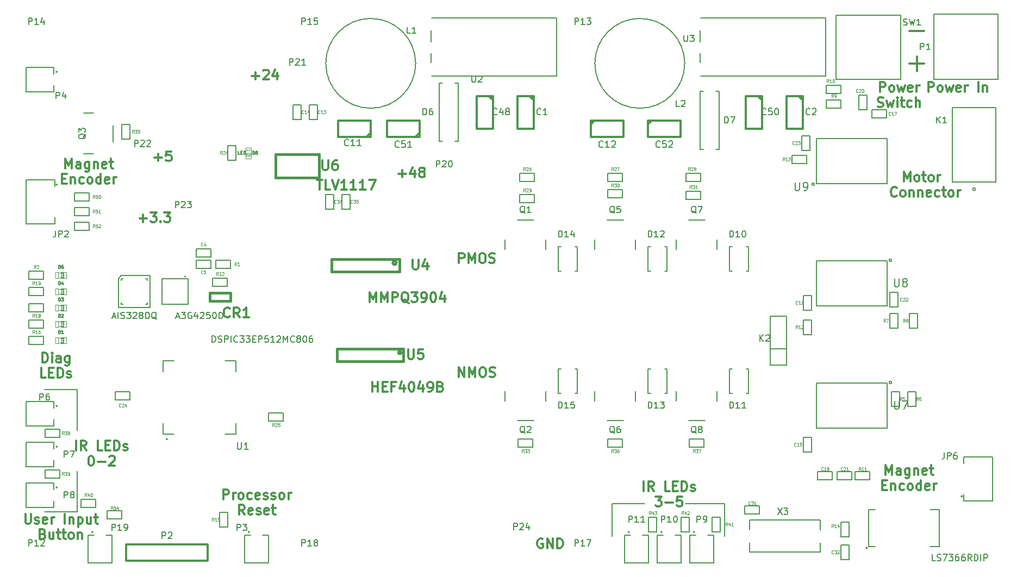
<source format=gto>
G04 (created by PCBNEW (2013-05-31 BZR 4019)-stable) date 6/4/2013 8:20:18 PM*
%MOIN*%
G04 Gerber Fmt 3.4, Leading zero omitted, Abs format*
%FSLAX34Y34*%
G01*
G70*
G90*
G04 APERTURE LIST*
%ADD10C,0.00590551*%
%ADD11C,0.011811*%
%ADD12C,0.00787402*%
%ADD13C,0.015*%
%ADD14C,0.005*%
%ADD15C,0.0059*%
%ADD16C,0.0079*%
%ADD17C,0.012*%
%ADD18C,0.006*%
%ADD19C,0.0026*%
%ADD20C,0.004*%
%ADD21C,0.0045*%
%ADD22C,0.008*%
G04 APERTURE END LIST*
G54D10*
G54D11*
X72050Y-72176D02*
X71993Y-72148D01*
X71909Y-72148D01*
X71825Y-72176D01*
X71768Y-72232D01*
X71740Y-72289D01*
X71712Y-72401D01*
X71712Y-72485D01*
X71740Y-72598D01*
X71768Y-72654D01*
X71825Y-72710D01*
X71909Y-72739D01*
X71965Y-72739D01*
X72050Y-72710D01*
X72078Y-72682D01*
X72078Y-72485D01*
X71965Y-72485D01*
X72331Y-72739D02*
X72331Y-72148D01*
X72668Y-72739D01*
X72668Y-72148D01*
X72949Y-72739D02*
X72949Y-72148D01*
X73090Y-72148D01*
X73174Y-72176D01*
X73231Y-72232D01*
X73259Y-72289D01*
X73287Y-72401D01*
X73287Y-72485D01*
X73259Y-72598D01*
X73231Y-72654D01*
X73174Y-72710D01*
X73090Y-72739D01*
X72949Y-72739D01*
X63212Y-49764D02*
X63662Y-49764D01*
X63437Y-49989D02*
X63437Y-49539D01*
X64196Y-49595D02*
X64196Y-49989D01*
X64056Y-49370D02*
X63915Y-49792D01*
X64281Y-49792D01*
X64590Y-49651D02*
X64534Y-49623D01*
X64506Y-49595D01*
X64478Y-49539D01*
X64478Y-49510D01*
X64506Y-49454D01*
X64534Y-49426D01*
X64590Y-49398D01*
X64703Y-49398D01*
X64759Y-49426D01*
X64787Y-49454D01*
X64815Y-49510D01*
X64815Y-49539D01*
X64787Y-49595D01*
X64759Y-49623D01*
X64703Y-49651D01*
X64590Y-49651D01*
X64534Y-49679D01*
X64506Y-49707D01*
X64478Y-49764D01*
X64478Y-49876D01*
X64506Y-49932D01*
X64534Y-49960D01*
X64590Y-49989D01*
X64703Y-49989D01*
X64759Y-49960D01*
X64787Y-49932D01*
X64815Y-49876D01*
X64815Y-49764D01*
X64787Y-49707D01*
X64759Y-49679D01*
X64703Y-49651D01*
X54212Y-43764D02*
X54662Y-43764D01*
X54437Y-43989D02*
X54437Y-43539D01*
X54915Y-43454D02*
X54943Y-43426D01*
X55000Y-43398D01*
X55140Y-43398D01*
X55196Y-43426D01*
X55224Y-43454D01*
X55253Y-43510D01*
X55253Y-43567D01*
X55224Y-43651D01*
X54887Y-43989D01*
X55253Y-43989D01*
X55759Y-43595D02*
X55759Y-43989D01*
X55618Y-43370D02*
X55478Y-43792D01*
X55843Y-43792D01*
X47321Y-52514D02*
X47771Y-52514D01*
X47546Y-52739D02*
X47546Y-52289D01*
X47996Y-52148D02*
X48362Y-52148D01*
X48165Y-52373D01*
X48250Y-52373D01*
X48306Y-52401D01*
X48334Y-52429D01*
X48362Y-52485D01*
X48362Y-52626D01*
X48334Y-52682D01*
X48306Y-52710D01*
X48250Y-52739D01*
X48081Y-52739D01*
X48025Y-52710D01*
X47996Y-52682D01*
X48615Y-52682D02*
X48643Y-52710D01*
X48615Y-52739D01*
X48587Y-52710D01*
X48615Y-52682D01*
X48615Y-52739D01*
X48840Y-52148D02*
X49206Y-52148D01*
X49009Y-52373D01*
X49093Y-52373D01*
X49149Y-52401D01*
X49178Y-52429D01*
X49206Y-52485D01*
X49206Y-52626D01*
X49178Y-52682D01*
X49149Y-52710D01*
X49093Y-52739D01*
X48924Y-52739D01*
X48868Y-52710D01*
X48840Y-52682D01*
X48243Y-48764D02*
X48693Y-48764D01*
X48468Y-48989D02*
X48468Y-48539D01*
X49256Y-48398D02*
X48974Y-48398D01*
X48946Y-48679D01*
X48974Y-48651D01*
X49031Y-48623D01*
X49171Y-48623D01*
X49228Y-48651D01*
X49256Y-48679D01*
X49284Y-48735D01*
X49284Y-48876D01*
X49256Y-48932D01*
X49228Y-48960D01*
X49171Y-48989D01*
X49031Y-48989D01*
X48974Y-48960D01*
X48946Y-48932D01*
G54D12*
X83200Y-70000D02*
X83200Y-72000D01*
X82800Y-70000D02*
X83200Y-70000D01*
X80800Y-70000D02*
X82800Y-70000D01*
X76300Y-70000D02*
X78300Y-70000D01*
X76300Y-72000D02*
X76300Y-70000D01*
X43500Y-70500D02*
X41500Y-70500D01*
X43500Y-68000D02*
X43500Y-70500D01*
X43500Y-63000D02*
X43500Y-65500D01*
X41500Y-63000D02*
X43500Y-63000D01*
G54D11*
X40320Y-70648D02*
X40320Y-71126D01*
X40348Y-71182D01*
X40376Y-71210D01*
X40433Y-71239D01*
X40545Y-71239D01*
X40601Y-71210D01*
X40629Y-71182D01*
X40658Y-71126D01*
X40658Y-70648D01*
X40911Y-71210D02*
X40967Y-71239D01*
X41079Y-71239D01*
X41136Y-71210D01*
X41164Y-71154D01*
X41164Y-71126D01*
X41136Y-71070D01*
X41079Y-71042D01*
X40995Y-71042D01*
X40939Y-71014D01*
X40911Y-70957D01*
X40911Y-70929D01*
X40939Y-70873D01*
X40995Y-70845D01*
X41079Y-70845D01*
X41136Y-70873D01*
X41642Y-71210D02*
X41586Y-71239D01*
X41473Y-71239D01*
X41417Y-71210D01*
X41389Y-71154D01*
X41389Y-70929D01*
X41417Y-70873D01*
X41473Y-70845D01*
X41586Y-70845D01*
X41642Y-70873D01*
X41670Y-70929D01*
X41670Y-70985D01*
X41389Y-71042D01*
X41923Y-71239D02*
X41923Y-70845D01*
X41923Y-70957D02*
X41951Y-70901D01*
X41979Y-70873D01*
X42035Y-70845D01*
X42092Y-70845D01*
X42739Y-71239D02*
X42739Y-70648D01*
X43020Y-70845D02*
X43020Y-71239D01*
X43020Y-70901D02*
X43048Y-70873D01*
X43104Y-70845D01*
X43188Y-70845D01*
X43245Y-70873D01*
X43273Y-70929D01*
X43273Y-71239D01*
X43554Y-70845D02*
X43554Y-71435D01*
X43554Y-70873D02*
X43610Y-70845D01*
X43723Y-70845D01*
X43779Y-70873D01*
X43807Y-70901D01*
X43835Y-70957D01*
X43835Y-71126D01*
X43807Y-71182D01*
X43779Y-71210D01*
X43723Y-71239D01*
X43610Y-71239D01*
X43554Y-71210D01*
X44341Y-70845D02*
X44341Y-71239D01*
X44088Y-70845D02*
X44088Y-71154D01*
X44116Y-71210D01*
X44173Y-71239D01*
X44257Y-71239D01*
X44313Y-71210D01*
X44341Y-71182D01*
X44538Y-70845D02*
X44763Y-70845D01*
X44623Y-70648D02*
X44623Y-71154D01*
X44651Y-71210D01*
X44707Y-71239D01*
X44763Y-71239D01*
X41403Y-71874D02*
X41487Y-71902D01*
X41515Y-71930D01*
X41543Y-71987D01*
X41543Y-72071D01*
X41515Y-72127D01*
X41487Y-72155D01*
X41431Y-72183D01*
X41206Y-72183D01*
X41206Y-71593D01*
X41403Y-71593D01*
X41459Y-71621D01*
X41487Y-71649D01*
X41515Y-71705D01*
X41515Y-71762D01*
X41487Y-71818D01*
X41459Y-71846D01*
X41403Y-71874D01*
X41206Y-71874D01*
X42050Y-71790D02*
X42050Y-72183D01*
X41796Y-71790D02*
X41796Y-72099D01*
X41825Y-72155D01*
X41881Y-72183D01*
X41965Y-72183D01*
X42021Y-72155D01*
X42050Y-72127D01*
X42246Y-71790D02*
X42471Y-71790D01*
X42331Y-71593D02*
X42331Y-72099D01*
X42359Y-72155D01*
X42415Y-72183D01*
X42471Y-72183D01*
X42584Y-71790D02*
X42809Y-71790D01*
X42668Y-71593D02*
X42668Y-72099D01*
X42696Y-72155D01*
X42753Y-72183D01*
X42809Y-72183D01*
X43090Y-72183D02*
X43034Y-72155D01*
X43006Y-72127D01*
X42978Y-72071D01*
X42978Y-71902D01*
X43006Y-71846D01*
X43034Y-71818D01*
X43090Y-71790D01*
X43174Y-71790D01*
X43231Y-71818D01*
X43259Y-71846D01*
X43287Y-71902D01*
X43287Y-72071D01*
X43259Y-72127D01*
X43231Y-72155D01*
X43174Y-72183D01*
X43090Y-72183D01*
X43540Y-71790D02*
X43540Y-72183D01*
X43540Y-71846D02*
X43568Y-71818D01*
X43624Y-71790D01*
X43709Y-71790D01*
X43765Y-71818D01*
X43793Y-71874D01*
X43793Y-72183D01*
X41370Y-61339D02*
X41370Y-60748D01*
X41511Y-60748D01*
X41595Y-60776D01*
X41651Y-60832D01*
X41679Y-60889D01*
X41707Y-61001D01*
X41707Y-61085D01*
X41679Y-61198D01*
X41651Y-61254D01*
X41595Y-61310D01*
X41511Y-61339D01*
X41370Y-61339D01*
X41960Y-61339D02*
X41960Y-60945D01*
X41960Y-60748D02*
X41932Y-60776D01*
X41960Y-60804D01*
X41989Y-60776D01*
X41960Y-60748D01*
X41960Y-60804D01*
X42495Y-61339D02*
X42495Y-61029D01*
X42467Y-60973D01*
X42410Y-60945D01*
X42298Y-60945D01*
X42242Y-60973D01*
X42495Y-61310D02*
X42439Y-61339D01*
X42298Y-61339D01*
X42242Y-61310D01*
X42214Y-61254D01*
X42214Y-61198D01*
X42242Y-61142D01*
X42298Y-61114D01*
X42439Y-61114D01*
X42495Y-61085D01*
X43029Y-60945D02*
X43029Y-61423D01*
X43001Y-61479D01*
X42973Y-61507D01*
X42917Y-61535D01*
X42832Y-61535D01*
X42776Y-61507D01*
X43029Y-61310D02*
X42973Y-61339D01*
X42860Y-61339D01*
X42804Y-61310D01*
X42776Y-61282D01*
X42748Y-61226D01*
X42748Y-61057D01*
X42776Y-61001D01*
X42804Y-60973D01*
X42860Y-60945D01*
X42973Y-60945D01*
X43029Y-60973D01*
X41581Y-62283D02*
X41300Y-62283D01*
X41300Y-61693D01*
X41778Y-61974D02*
X41975Y-61974D01*
X42059Y-62283D02*
X41778Y-62283D01*
X41778Y-61693D01*
X42059Y-61693D01*
X42312Y-62283D02*
X42312Y-61693D01*
X42453Y-61693D01*
X42537Y-61721D01*
X42593Y-61777D01*
X42621Y-61833D01*
X42649Y-61946D01*
X42649Y-62030D01*
X42621Y-62143D01*
X42593Y-62199D01*
X42537Y-62255D01*
X42453Y-62283D01*
X42312Y-62283D01*
X42874Y-62255D02*
X42931Y-62283D01*
X43043Y-62283D01*
X43099Y-62255D01*
X43128Y-62199D01*
X43128Y-62171D01*
X43099Y-62115D01*
X43043Y-62087D01*
X42959Y-62087D01*
X42903Y-62058D01*
X42874Y-62002D01*
X42874Y-61974D01*
X42903Y-61918D01*
X42959Y-61890D01*
X43043Y-61890D01*
X43099Y-61918D01*
X78239Y-69239D02*
X78239Y-68648D01*
X78857Y-69239D02*
X78661Y-68957D01*
X78520Y-69239D02*
X78520Y-68648D01*
X78745Y-68648D01*
X78801Y-68676D01*
X78829Y-68704D01*
X78857Y-68760D01*
X78857Y-68845D01*
X78829Y-68901D01*
X78801Y-68929D01*
X78745Y-68957D01*
X78520Y-68957D01*
X79842Y-69239D02*
X79560Y-69239D01*
X79560Y-68648D01*
X80039Y-68929D02*
X80235Y-68929D01*
X80320Y-69239D02*
X80039Y-69239D01*
X80039Y-68648D01*
X80320Y-68648D01*
X80573Y-69239D02*
X80573Y-68648D01*
X80713Y-68648D01*
X80798Y-68676D01*
X80854Y-68732D01*
X80882Y-68789D01*
X80910Y-68901D01*
X80910Y-68985D01*
X80882Y-69098D01*
X80854Y-69154D01*
X80798Y-69210D01*
X80713Y-69239D01*
X80573Y-69239D01*
X81135Y-69210D02*
X81192Y-69239D01*
X81304Y-69239D01*
X81360Y-69210D01*
X81388Y-69154D01*
X81388Y-69126D01*
X81360Y-69070D01*
X81304Y-69042D01*
X81220Y-69042D01*
X81163Y-69014D01*
X81135Y-68957D01*
X81135Y-68929D01*
X81163Y-68873D01*
X81220Y-68845D01*
X81304Y-68845D01*
X81360Y-68873D01*
X78956Y-69593D02*
X79321Y-69593D01*
X79125Y-69818D01*
X79209Y-69818D01*
X79265Y-69846D01*
X79293Y-69874D01*
X79321Y-69930D01*
X79321Y-70071D01*
X79293Y-70127D01*
X79265Y-70155D01*
X79209Y-70183D01*
X79040Y-70183D01*
X78984Y-70155D01*
X78956Y-70127D01*
X79575Y-69958D02*
X80024Y-69958D01*
X80587Y-69593D02*
X80306Y-69593D01*
X80278Y-69874D01*
X80306Y-69846D01*
X80362Y-69818D01*
X80503Y-69818D01*
X80559Y-69846D01*
X80587Y-69874D01*
X80615Y-69930D01*
X80615Y-70071D01*
X80587Y-70127D01*
X80559Y-70155D01*
X80503Y-70183D01*
X80362Y-70183D01*
X80306Y-70155D01*
X80278Y-70127D01*
X43439Y-66739D02*
X43439Y-66148D01*
X44057Y-66739D02*
X43861Y-66457D01*
X43720Y-66739D02*
X43720Y-66148D01*
X43945Y-66148D01*
X44001Y-66176D01*
X44029Y-66204D01*
X44057Y-66260D01*
X44057Y-66345D01*
X44029Y-66401D01*
X44001Y-66429D01*
X43945Y-66457D01*
X43720Y-66457D01*
X45042Y-66739D02*
X44760Y-66739D01*
X44760Y-66148D01*
X45239Y-66429D02*
X45435Y-66429D01*
X45520Y-66739D02*
X45239Y-66739D01*
X45239Y-66148D01*
X45520Y-66148D01*
X45773Y-66739D02*
X45773Y-66148D01*
X45913Y-66148D01*
X45998Y-66176D01*
X46054Y-66232D01*
X46082Y-66289D01*
X46110Y-66401D01*
X46110Y-66485D01*
X46082Y-66598D01*
X46054Y-66654D01*
X45998Y-66710D01*
X45913Y-66739D01*
X45773Y-66739D01*
X46335Y-66710D02*
X46392Y-66739D01*
X46504Y-66739D01*
X46560Y-66710D01*
X46588Y-66654D01*
X46588Y-66626D01*
X46560Y-66570D01*
X46504Y-66542D01*
X46420Y-66542D01*
X46363Y-66514D01*
X46335Y-66457D01*
X46335Y-66429D01*
X46363Y-66373D01*
X46420Y-66345D01*
X46504Y-66345D01*
X46560Y-66373D01*
X44325Y-67093D02*
X44381Y-67093D01*
X44437Y-67121D01*
X44465Y-67149D01*
X44493Y-67205D01*
X44521Y-67318D01*
X44521Y-67458D01*
X44493Y-67571D01*
X44465Y-67627D01*
X44437Y-67655D01*
X44381Y-67683D01*
X44325Y-67683D01*
X44268Y-67655D01*
X44240Y-67627D01*
X44212Y-67571D01*
X44184Y-67458D01*
X44184Y-67318D01*
X44212Y-67205D01*
X44240Y-67149D01*
X44268Y-67121D01*
X44325Y-67093D01*
X44775Y-67458D02*
X45224Y-67458D01*
X45478Y-67149D02*
X45506Y-67121D01*
X45562Y-67093D01*
X45703Y-67093D01*
X45759Y-67121D01*
X45787Y-67149D01*
X45815Y-67205D01*
X45815Y-67262D01*
X45787Y-67346D01*
X45449Y-67683D01*
X45815Y-67683D01*
X66903Y-62239D02*
X66903Y-61648D01*
X67240Y-62239D01*
X67240Y-61648D01*
X67521Y-62239D02*
X67521Y-61648D01*
X67718Y-62070D01*
X67915Y-61648D01*
X67915Y-62239D01*
X68309Y-61648D02*
X68421Y-61648D01*
X68478Y-61676D01*
X68534Y-61732D01*
X68562Y-61845D01*
X68562Y-62042D01*
X68534Y-62154D01*
X68478Y-62210D01*
X68421Y-62239D01*
X68309Y-62239D01*
X68253Y-62210D01*
X68196Y-62154D01*
X68168Y-62042D01*
X68168Y-61845D01*
X68196Y-61732D01*
X68253Y-61676D01*
X68309Y-61648D01*
X68787Y-62210D02*
X68871Y-62239D01*
X69012Y-62239D01*
X69068Y-62210D01*
X69096Y-62182D01*
X69124Y-62126D01*
X69124Y-62070D01*
X69096Y-62014D01*
X69068Y-61985D01*
X69012Y-61957D01*
X68899Y-61929D01*
X68843Y-61901D01*
X68815Y-61873D01*
X68787Y-61817D01*
X68787Y-61760D01*
X68815Y-61704D01*
X68843Y-61676D01*
X68899Y-61648D01*
X69040Y-61648D01*
X69124Y-61676D01*
X66917Y-55239D02*
X66917Y-54648D01*
X67142Y-54648D01*
X67198Y-54676D01*
X67226Y-54704D01*
X67254Y-54760D01*
X67254Y-54845D01*
X67226Y-54901D01*
X67198Y-54929D01*
X67142Y-54957D01*
X66917Y-54957D01*
X67507Y-55239D02*
X67507Y-54648D01*
X67704Y-55070D01*
X67901Y-54648D01*
X67901Y-55239D01*
X68295Y-54648D02*
X68407Y-54648D01*
X68464Y-54676D01*
X68520Y-54732D01*
X68548Y-54845D01*
X68548Y-55042D01*
X68520Y-55154D01*
X68464Y-55210D01*
X68407Y-55239D01*
X68295Y-55239D01*
X68239Y-55210D01*
X68182Y-55154D01*
X68154Y-55042D01*
X68154Y-54845D01*
X68182Y-54732D01*
X68239Y-54676D01*
X68295Y-54648D01*
X68773Y-55210D02*
X68857Y-55239D01*
X68998Y-55239D01*
X69054Y-55210D01*
X69082Y-55182D01*
X69110Y-55126D01*
X69110Y-55070D01*
X69082Y-55014D01*
X69054Y-54985D01*
X68998Y-54957D01*
X68885Y-54929D01*
X68829Y-54901D01*
X68801Y-54873D01*
X68773Y-54817D01*
X68773Y-54760D01*
X68801Y-54704D01*
X68829Y-54676D01*
X68885Y-54648D01*
X69026Y-54648D01*
X69110Y-54676D01*
X52461Y-69739D02*
X52461Y-69148D01*
X52686Y-69148D01*
X52742Y-69176D01*
X52770Y-69204D01*
X52798Y-69260D01*
X52798Y-69345D01*
X52770Y-69401D01*
X52742Y-69429D01*
X52686Y-69457D01*
X52461Y-69457D01*
X53051Y-69739D02*
X53051Y-69345D01*
X53051Y-69457D02*
X53079Y-69401D01*
X53107Y-69373D01*
X53164Y-69345D01*
X53220Y-69345D01*
X53501Y-69739D02*
X53445Y-69710D01*
X53417Y-69682D01*
X53389Y-69626D01*
X53389Y-69457D01*
X53417Y-69401D01*
X53445Y-69373D01*
X53501Y-69345D01*
X53586Y-69345D01*
X53642Y-69373D01*
X53670Y-69401D01*
X53698Y-69457D01*
X53698Y-69626D01*
X53670Y-69682D01*
X53642Y-69710D01*
X53586Y-69739D01*
X53501Y-69739D01*
X54204Y-69710D02*
X54148Y-69739D01*
X54035Y-69739D01*
X53979Y-69710D01*
X53951Y-69682D01*
X53923Y-69626D01*
X53923Y-69457D01*
X53951Y-69401D01*
X53979Y-69373D01*
X54035Y-69345D01*
X54148Y-69345D01*
X54204Y-69373D01*
X54682Y-69710D02*
X54626Y-69739D01*
X54514Y-69739D01*
X54457Y-69710D01*
X54429Y-69654D01*
X54429Y-69429D01*
X54457Y-69373D01*
X54514Y-69345D01*
X54626Y-69345D01*
X54682Y-69373D01*
X54710Y-69429D01*
X54710Y-69485D01*
X54429Y-69542D01*
X54935Y-69710D02*
X54992Y-69739D01*
X55104Y-69739D01*
X55160Y-69710D01*
X55188Y-69654D01*
X55188Y-69626D01*
X55160Y-69570D01*
X55104Y-69542D01*
X55020Y-69542D01*
X54964Y-69514D01*
X54935Y-69457D01*
X54935Y-69429D01*
X54964Y-69373D01*
X55020Y-69345D01*
X55104Y-69345D01*
X55160Y-69373D01*
X55413Y-69710D02*
X55470Y-69739D01*
X55582Y-69739D01*
X55638Y-69710D01*
X55667Y-69654D01*
X55667Y-69626D01*
X55638Y-69570D01*
X55582Y-69542D01*
X55498Y-69542D01*
X55442Y-69514D01*
X55413Y-69457D01*
X55413Y-69429D01*
X55442Y-69373D01*
X55498Y-69345D01*
X55582Y-69345D01*
X55638Y-69373D01*
X56004Y-69739D02*
X55948Y-69710D01*
X55920Y-69682D01*
X55892Y-69626D01*
X55892Y-69457D01*
X55920Y-69401D01*
X55948Y-69373D01*
X56004Y-69345D01*
X56088Y-69345D01*
X56145Y-69373D01*
X56173Y-69401D01*
X56201Y-69457D01*
X56201Y-69626D01*
X56173Y-69682D01*
X56145Y-69710D01*
X56088Y-69739D01*
X56004Y-69739D01*
X56454Y-69739D02*
X56454Y-69345D01*
X56454Y-69457D02*
X56482Y-69401D01*
X56510Y-69373D01*
X56566Y-69345D01*
X56623Y-69345D01*
X53768Y-70683D02*
X53571Y-70402D01*
X53431Y-70683D02*
X53431Y-70093D01*
X53656Y-70093D01*
X53712Y-70121D01*
X53740Y-70149D01*
X53768Y-70205D01*
X53768Y-70290D01*
X53740Y-70346D01*
X53712Y-70374D01*
X53656Y-70402D01*
X53431Y-70402D01*
X54246Y-70655D02*
X54190Y-70683D01*
X54078Y-70683D01*
X54021Y-70655D01*
X53993Y-70599D01*
X53993Y-70374D01*
X54021Y-70318D01*
X54078Y-70290D01*
X54190Y-70290D01*
X54246Y-70318D01*
X54275Y-70374D01*
X54275Y-70430D01*
X53993Y-70487D01*
X54500Y-70655D02*
X54556Y-70683D01*
X54668Y-70683D01*
X54724Y-70655D01*
X54753Y-70599D01*
X54753Y-70571D01*
X54724Y-70515D01*
X54668Y-70487D01*
X54584Y-70487D01*
X54528Y-70458D01*
X54500Y-70402D01*
X54500Y-70374D01*
X54528Y-70318D01*
X54584Y-70290D01*
X54668Y-70290D01*
X54724Y-70318D01*
X55231Y-70655D02*
X55174Y-70683D01*
X55062Y-70683D01*
X55006Y-70655D01*
X54978Y-70599D01*
X54978Y-70374D01*
X55006Y-70318D01*
X55062Y-70290D01*
X55174Y-70290D01*
X55231Y-70318D01*
X55259Y-70374D01*
X55259Y-70430D01*
X54978Y-70487D01*
X55428Y-70290D02*
X55652Y-70290D01*
X55512Y-70093D02*
X55512Y-70599D01*
X55540Y-70655D01*
X55596Y-70683D01*
X55652Y-70683D01*
X92732Y-44739D02*
X92732Y-44148D01*
X92957Y-44148D01*
X93014Y-44176D01*
X93042Y-44204D01*
X93070Y-44260D01*
X93070Y-44345D01*
X93042Y-44401D01*
X93014Y-44429D01*
X92957Y-44457D01*
X92732Y-44457D01*
X93407Y-44739D02*
X93351Y-44710D01*
X93323Y-44682D01*
X93295Y-44626D01*
X93295Y-44457D01*
X93323Y-44401D01*
X93351Y-44373D01*
X93407Y-44345D01*
X93492Y-44345D01*
X93548Y-44373D01*
X93576Y-44401D01*
X93604Y-44457D01*
X93604Y-44626D01*
X93576Y-44682D01*
X93548Y-44710D01*
X93492Y-44739D01*
X93407Y-44739D01*
X93801Y-44345D02*
X93914Y-44739D01*
X94026Y-44457D01*
X94139Y-44739D01*
X94251Y-44345D01*
X94701Y-44710D02*
X94645Y-44739D01*
X94532Y-44739D01*
X94476Y-44710D01*
X94448Y-44654D01*
X94448Y-44429D01*
X94476Y-44373D01*
X94532Y-44345D01*
X94645Y-44345D01*
X94701Y-44373D01*
X94729Y-44429D01*
X94729Y-44485D01*
X94448Y-44542D01*
X94982Y-44739D02*
X94982Y-44345D01*
X94982Y-44457D02*
X95010Y-44401D01*
X95038Y-44373D01*
X95095Y-44345D01*
X95151Y-44345D01*
X92592Y-45655D02*
X92676Y-45683D01*
X92817Y-45683D01*
X92873Y-45655D01*
X92901Y-45627D01*
X92929Y-45571D01*
X92929Y-45515D01*
X92901Y-45458D01*
X92873Y-45430D01*
X92817Y-45402D01*
X92704Y-45374D01*
X92648Y-45346D01*
X92620Y-45318D01*
X92592Y-45262D01*
X92592Y-45205D01*
X92620Y-45149D01*
X92648Y-45121D01*
X92704Y-45093D01*
X92845Y-45093D01*
X92929Y-45121D01*
X93126Y-45290D02*
X93239Y-45683D01*
X93351Y-45402D01*
X93464Y-45683D01*
X93576Y-45290D01*
X93801Y-45683D02*
X93801Y-45290D01*
X93801Y-45093D02*
X93773Y-45121D01*
X93801Y-45149D01*
X93829Y-45121D01*
X93801Y-45093D01*
X93801Y-45149D01*
X93998Y-45290D02*
X94223Y-45290D01*
X94082Y-45093D02*
X94082Y-45599D01*
X94110Y-45655D01*
X94167Y-45683D01*
X94223Y-45683D01*
X94673Y-45655D02*
X94617Y-45683D01*
X94504Y-45683D01*
X94448Y-45655D01*
X94420Y-45627D01*
X94392Y-45571D01*
X94392Y-45402D01*
X94420Y-45346D01*
X94448Y-45318D01*
X94504Y-45290D01*
X94617Y-45290D01*
X94673Y-45318D01*
X94926Y-45683D02*
X94926Y-45093D01*
X95179Y-45683D02*
X95179Y-45374D01*
X95151Y-45318D01*
X95095Y-45290D01*
X95010Y-45290D01*
X94954Y-45318D01*
X94926Y-45346D01*
X95700Y-44739D02*
X95700Y-44148D01*
X95925Y-44148D01*
X95981Y-44176D01*
X96009Y-44204D01*
X96037Y-44260D01*
X96037Y-44345D01*
X96009Y-44401D01*
X95981Y-44429D01*
X95925Y-44457D01*
X95700Y-44457D01*
X96375Y-44739D02*
X96318Y-44710D01*
X96290Y-44682D01*
X96262Y-44626D01*
X96262Y-44457D01*
X96290Y-44401D01*
X96318Y-44373D01*
X96375Y-44345D01*
X96459Y-44345D01*
X96515Y-44373D01*
X96543Y-44401D01*
X96571Y-44457D01*
X96571Y-44626D01*
X96543Y-44682D01*
X96515Y-44710D01*
X96459Y-44739D01*
X96375Y-44739D01*
X96768Y-44345D02*
X96881Y-44739D01*
X96993Y-44457D01*
X97106Y-44739D01*
X97218Y-44345D01*
X97668Y-44710D02*
X97612Y-44739D01*
X97500Y-44739D01*
X97443Y-44710D01*
X97415Y-44654D01*
X97415Y-44429D01*
X97443Y-44373D01*
X97500Y-44345D01*
X97612Y-44345D01*
X97668Y-44373D01*
X97696Y-44429D01*
X97696Y-44485D01*
X97415Y-44542D01*
X97949Y-44739D02*
X97949Y-44345D01*
X97949Y-44457D02*
X97978Y-44401D01*
X98006Y-44373D01*
X98062Y-44345D01*
X98118Y-44345D01*
X98765Y-44739D02*
X98765Y-44148D01*
X99046Y-44345D02*
X99046Y-44739D01*
X99046Y-44401D02*
X99074Y-44373D01*
X99131Y-44345D01*
X99215Y-44345D01*
X99271Y-44373D01*
X99299Y-44429D01*
X99299Y-44739D01*
X94192Y-50239D02*
X94192Y-49648D01*
X94389Y-50070D01*
X94586Y-49648D01*
X94586Y-50239D01*
X94951Y-50239D02*
X94895Y-50210D01*
X94867Y-50182D01*
X94839Y-50126D01*
X94839Y-49957D01*
X94867Y-49901D01*
X94895Y-49873D01*
X94951Y-49845D01*
X95035Y-49845D01*
X95092Y-49873D01*
X95120Y-49901D01*
X95148Y-49957D01*
X95148Y-50126D01*
X95120Y-50182D01*
X95092Y-50210D01*
X95035Y-50239D01*
X94951Y-50239D01*
X95317Y-49845D02*
X95542Y-49845D01*
X95401Y-49648D02*
X95401Y-50154D01*
X95429Y-50210D01*
X95485Y-50239D01*
X95542Y-50239D01*
X95823Y-50239D02*
X95767Y-50210D01*
X95739Y-50182D01*
X95710Y-50126D01*
X95710Y-49957D01*
X95739Y-49901D01*
X95767Y-49873D01*
X95823Y-49845D01*
X95907Y-49845D01*
X95964Y-49873D01*
X95992Y-49901D01*
X96020Y-49957D01*
X96020Y-50126D01*
X95992Y-50182D01*
X95964Y-50210D01*
X95907Y-50239D01*
X95823Y-50239D01*
X96273Y-50239D02*
X96273Y-49845D01*
X96273Y-49957D02*
X96301Y-49901D01*
X96329Y-49873D01*
X96385Y-49845D01*
X96442Y-49845D01*
X93756Y-51127D02*
X93728Y-51155D01*
X93643Y-51183D01*
X93587Y-51183D01*
X93503Y-51155D01*
X93447Y-51099D01*
X93419Y-51043D01*
X93390Y-50930D01*
X93390Y-50846D01*
X93419Y-50733D01*
X93447Y-50677D01*
X93503Y-50621D01*
X93587Y-50593D01*
X93643Y-50593D01*
X93728Y-50621D01*
X93756Y-50649D01*
X94093Y-51183D02*
X94037Y-51155D01*
X94009Y-51127D01*
X93981Y-51071D01*
X93981Y-50902D01*
X94009Y-50846D01*
X94037Y-50818D01*
X94093Y-50790D01*
X94178Y-50790D01*
X94234Y-50818D01*
X94262Y-50846D01*
X94290Y-50902D01*
X94290Y-51071D01*
X94262Y-51127D01*
X94234Y-51155D01*
X94178Y-51183D01*
X94093Y-51183D01*
X94543Y-50790D02*
X94543Y-51183D01*
X94543Y-50846D02*
X94571Y-50818D01*
X94628Y-50790D01*
X94712Y-50790D01*
X94768Y-50818D01*
X94796Y-50874D01*
X94796Y-51183D01*
X95078Y-50790D02*
X95078Y-51183D01*
X95078Y-50846D02*
X95106Y-50818D01*
X95162Y-50790D01*
X95246Y-50790D01*
X95303Y-50818D01*
X95331Y-50874D01*
X95331Y-51183D01*
X95837Y-51155D02*
X95781Y-51183D01*
X95668Y-51183D01*
X95612Y-51155D01*
X95584Y-51099D01*
X95584Y-50874D01*
X95612Y-50818D01*
X95668Y-50790D01*
X95781Y-50790D01*
X95837Y-50818D01*
X95865Y-50874D01*
X95865Y-50930D01*
X95584Y-50987D01*
X96371Y-51155D02*
X96315Y-51183D01*
X96203Y-51183D01*
X96146Y-51155D01*
X96118Y-51127D01*
X96090Y-51071D01*
X96090Y-50902D01*
X96118Y-50846D01*
X96146Y-50818D01*
X96203Y-50790D01*
X96315Y-50790D01*
X96371Y-50818D01*
X96540Y-50790D02*
X96765Y-50790D01*
X96624Y-50593D02*
X96624Y-51099D01*
X96652Y-51155D01*
X96709Y-51183D01*
X96765Y-51183D01*
X97046Y-51183D02*
X96990Y-51155D01*
X96962Y-51127D01*
X96934Y-51071D01*
X96934Y-50902D01*
X96962Y-50846D01*
X96990Y-50818D01*
X97046Y-50790D01*
X97131Y-50790D01*
X97187Y-50818D01*
X97215Y-50846D01*
X97243Y-50902D01*
X97243Y-51071D01*
X97215Y-51127D01*
X97187Y-51155D01*
X97131Y-51183D01*
X97046Y-51183D01*
X97496Y-51183D02*
X97496Y-50790D01*
X97496Y-50902D02*
X97524Y-50846D01*
X97552Y-50818D01*
X97609Y-50790D01*
X97665Y-50790D01*
X42779Y-49439D02*
X42779Y-48848D01*
X42976Y-49270D01*
X43173Y-48848D01*
X43173Y-49439D01*
X43707Y-49439D02*
X43707Y-49129D01*
X43679Y-49073D01*
X43623Y-49045D01*
X43511Y-49045D01*
X43454Y-49073D01*
X43707Y-49410D02*
X43651Y-49439D01*
X43511Y-49439D01*
X43454Y-49410D01*
X43426Y-49354D01*
X43426Y-49298D01*
X43454Y-49242D01*
X43511Y-49214D01*
X43651Y-49214D01*
X43707Y-49185D01*
X44242Y-49045D02*
X44242Y-49523D01*
X44214Y-49579D01*
X44185Y-49607D01*
X44129Y-49635D01*
X44045Y-49635D01*
X43989Y-49607D01*
X44242Y-49410D02*
X44185Y-49439D01*
X44073Y-49439D01*
X44017Y-49410D01*
X43989Y-49382D01*
X43960Y-49326D01*
X43960Y-49157D01*
X43989Y-49101D01*
X44017Y-49073D01*
X44073Y-49045D01*
X44185Y-49045D01*
X44242Y-49073D01*
X44523Y-49045D02*
X44523Y-49439D01*
X44523Y-49101D02*
X44551Y-49073D01*
X44607Y-49045D01*
X44692Y-49045D01*
X44748Y-49073D01*
X44776Y-49129D01*
X44776Y-49439D01*
X45282Y-49410D02*
X45226Y-49439D01*
X45113Y-49439D01*
X45057Y-49410D01*
X45029Y-49354D01*
X45029Y-49129D01*
X45057Y-49073D01*
X45113Y-49045D01*
X45226Y-49045D01*
X45282Y-49073D01*
X45310Y-49129D01*
X45310Y-49185D01*
X45029Y-49242D01*
X45479Y-49045D02*
X45704Y-49045D01*
X45563Y-48848D02*
X45563Y-49354D01*
X45592Y-49410D01*
X45648Y-49439D01*
X45704Y-49439D01*
X42583Y-50074D02*
X42779Y-50074D01*
X42864Y-50383D02*
X42583Y-50383D01*
X42583Y-49793D01*
X42864Y-49793D01*
X43117Y-49990D02*
X43117Y-50383D01*
X43117Y-50046D02*
X43145Y-50018D01*
X43201Y-49990D01*
X43286Y-49990D01*
X43342Y-50018D01*
X43370Y-50074D01*
X43370Y-50383D01*
X43904Y-50355D02*
X43848Y-50383D01*
X43735Y-50383D01*
X43679Y-50355D01*
X43651Y-50327D01*
X43623Y-50271D01*
X43623Y-50102D01*
X43651Y-50046D01*
X43679Y-50018D01*
X43735Y-49990D01*
X43848Y-49990D01*
X43904Y-50018D01*
X44242Y-50383D02*
X44185Y-50355D01*
X44157Y-50327D01*
X44129Y-50271D01*
X44129Y-50102D01*
X44157Y-50046D01*
X44185Y-50018D01*
X44242Y-49990D01*
X44326Y-49990D01*
X44382Y-50018D01*
X44410Y-50046D01*
X44439Y-50102D01*
X44439Y-50271D01*
X44410Y-50327D01*
X44382Y-50355D01*
X44326Y-50383D01*
X44242Y-50383D01*
X44945Y-50383D02*
X44945Y-49793D01*
X44945Y-50355D02*
X44888Y-50383D01*
X44776Y-50383D01*
X44720Y-50355D01*
X44692Y-50327D01*
X44664Y-50271D01*
X44664Y-50102D01*
X44692Y-50046D01*
X44720Y-50018D01*
X44776Y-49990D01*
X44888Y-49990D01*
X44945Y-50018D01*
X45451Y-50355D02*
X45395Y-50383D01*
X45282Y-50383D01*
X45226Y-50355D01*
X45198Y-50299D01*
X45198Y-50074D01*
X45226Y-50018D01*
X45282Y-49990D01*
X45395Y-49990D01*
X45451Y-50018D01*
X45479Y-50074D01*
X45479Y-50130D01*
X45198Y-50187D01*
X45732Y-50383D02*
X45732Y-49990D01*
X45732Y-50102D02*
X45760Y-50046D01*
X45788Y-50018D01*
X45845Y-49990D01*
X45901Y-49990D01*
X93079Y-68239D02*
X93079Y-67648D01*
X93276Y-68070D01*
X93473Y-67648D01*
X93473Y-68239D01*
X94007Y-68239D02*
X94007Y-67929D01*
X93979Y-67873D01*
X93923Y-67845D01*
X93811Y-67845D01*
X93754Y-67873D01*
X94007Y-68210D02*
X93951Y-68239D01*
X93811Y-68239D01*
X93754Y-68210D01*
X93726Y-68154D01*
X93726Y-68098D01*
X93754Y-68042D01*
X93811Y-68014D01*
X93951Y-68014D01*
X94007Y-67985D01*
X94542Y-67845D02*
X94542Y-68323D01*
X94514Y-68379D01*
X94485Y-68407D01*
X94429Y-68435D01*
X94345Y-68435D01*
X94289Y-68407D01*
X94542Y-68210D02*
X94485Y-68239D01*
X94373Y-68239D01*
X94317Y-68210D01*
X94289Y-68182D01*
X94260Y-68126D01*
X94260Y-67957D01*
X94289Y-67901D01*
X94317Y-67873D01*
X94373Y-67845D01*
X94485Y-67845D01*
X94542Y-67873D01*
X94823Y-67845D02*
X94823Y-68239D01*
X94823Y-67901D02*
X94851Y-67873D01*
X94907Y-67845D01*
X94992Y-67845D01*
X95048Y-67873D01*
X95076Y-67929D01*
X95076Y-68239D01*
X95582Y-68210D02*
X95526Y-68239D01*
X95413Y-68239D01*
X95357Y-68210D01*
X95329Y-68154D01*
X95329Y-67929D01*
X95357Y-67873D01*
X95413Y-67845D01*
X95526Y-67845D01*
X95582Y-67873D01*
X95610Y-67929D01*
X95610Y-67985D01*
X95329Y-68042D01*
X95779Y-67845D02*
X96004Y-67845D01*
X95863Y-67648D02*
X95863Y-68154D01*
X95892Y-68210D01*
X95948Y-68239D01*
X96004Y-68239D01*
X92883Y-68874D02*
X93079Y-68874D01*
X93164Y-69183D02*
X92883Y-69183D01*
X92883Y-68593D01*
X93164Y-68593D01*
X93417Y-68790D02*
X93417Y-69183D01*
X93417Y-68846D02*
X93445Y-68818D01*
X93501Y-68790D01*
X93586Y-68790D01*
X93642Y-68818D01*
X93670Y-68874D01*
X93670Y-69183D01*
X94204Y-69155D02*
X94148Y-69183D01*
X94035Y-69183D01*
X93979Y-69155D01*
X93951Y-69127D01*
X93923Y-69071D01*
X93923Y-68902D01*
X93951Y-68846D01*
X93979Y-68818D01*
X94035Y-68790D01*
X94148Y-68790D01*
X94204Y-68818D01*
X94542Y-69183D02*
X94485Y-69155D01*
X94457Y-69127D01*
X94429Y-69071D01*
X94429Y-68902D01*
X94457Y-68846D01*
X94485Y-68818D01*
X94542Y-68790D01*
X94626Y-68790D01*
X94682Y-68818D01*
X94710Y-68846D01*
X94739Y-68902D01*
X94739Y-69071D01*
X94710Y-69127D01*
X94682Y-69155D01*
X94626Y-69183D01*
X94542Y-69183D01*
X95245Y-69183D02*
X95245Y-68593D01*
X95245Y-69155D02*
X95188Y-69183D01*
X95076Y-69183D01*
X95020Y-69155D01*
X94992Y-69127D01*
X94964Y-69071D01*
X94964Y-68902D01*
X94992Y-68846D01*
X95020Y-68818D01*
X95076Y-68790D01*
X95188Y-68790D01*
X95245Y-68818D01*
X95751Y-69155D02*
X95695Y-69183D01*
X95582Y-69183D01*
X95526Y-69155D01*
X95498Y-69099D01*
X95498Y-68874D01*
X95526Y-68818D01*
X95582Y-68790D01*
X95695Y-68790D01*
X95751Y-68818D01*
X95779Y-68874D01*
X95779Y-68930D01*
X95498Y-68987D01*
X96032Y-69183D02*
X96032Y-68790D01*
X96032Y-68902D02*
X96060Y-68846D01*
X96088Y-68818D01*
X96145Y-68790D01*
X96201Y-68790D01*
X94550Y-41028D02*
X95449Y-41028D01*
X94550Y-43028D02*
X95449Y-43028D01*
X95000Y-43478D02*
X95000Y-42578D01*
G54D13*
X52259Y-57084D02*
X52889Y-57084D01*
X52889Y-57084D02*
X52889Y-57596D01*
X52889Y-57596D02*
X51629Y-57596D01*
X51629Y-57596D02*
X51629Y-57084D01*
X51629Y-57084D02*
X52259Y-57084D01*
G54D10*
X98588Y-50716D02*
G75*
G03X98588Y-50716I-88J0D01*
G74*
G01*
X97161Y-49377D02*
X97161Y-45716D01*
X97161Y-45716D02*
X97555Y-45716D01*
X97161Y-49377D02*
X97161Y-50283D01*
X97161Y-50283D02*
X97555Y-50283D01*
X98500Y-50283D02*
X99838Y-50283D01*
X99838Y-50283D02*
X99838Y-45716D01*
X99838Y-45716D02*
X97555Y-45716D01*
X97555Y-50283D02*
X98500Y-50283D01*
X50151Y-56084D02*
G75*
G03X50151Y-56084I-31J0D01*
G74*
G01*
X48712Y-57767D02*
X48712Y-57787D01*
X48712Y-57787D02*
X50287Y-57787D01*
X50287Y-57787D02*
X50287Y-57757D01*
X50287Y-57767D02*
X50287Y-56212D01*
X50287Y-56212D02*
X48712Y-56212D01*
X48712Y-56212D02*
X48712Y-57767D01*
G54D14*
X76050Y-49750D02*
X76950Y-49750D01*
X76950Y-49750D02*
X76950Y-50250D01*
X76950Y-50250D02*
X76050Y-50250D01*
X76050Y-50250D02*
X76050Y-49750D01*
X71550Y-51550D02*
X70650Y-51550D01*
X70650Y-51550D02*
X70650Y-51050D01*
X70650Y-51050D02*
X71550Y-51050D01*
X71550Y-51050D02*
X71550Y-51550D01*
X70650Y-49750D02*
X71550Y-49750D01*
X71550Y-49750D02*
X71550Y-50250D01*
X71550Y-50250D02*
X70650Y-50250D01*
X70650Y-50250D02*
X70650Y-49750D01*
X89450Y-45250D02*
X90350Y-45250D01*
X90350Y-45250D02*
X90350Y-45750D01*
X90350Y-45750D02*
X89450Y-45750D01*
X89450Y-45750D02*
X89450Y-45250D01*
X52750Y-70550D02*
X52750Y-71450D01*
X52750Y-71450D02*
X52250Y-71450D01*
X52250Y-71450D02*
X52250Y-70550D01*
X52250Y-70550D02*
X52750Y-70550D01*
X89450Y-44350D02*
X90350Y-44350D01*
X90350Y-44350D02*
X90350Y-44850D01*
X90350Y-44850D02*
X89450Y-44850D01*
X89450Y-44850D02*
X89450Y-44350D01*
X88250Y-49150D02*
X87350Y-49150D01*
X87350Y-49150D02*
X87350Y-48650D01*
X87350Y-48650D02*
X88250Y-48650D01*
X88250Y-48650D02*
X88250Y-49150D01*
X40550Y-59750D02*
X41450Y-59750D01*
X41450Y-59750D02*
X41450Y-60250D01*
X41450Y-60250D02*
X40550Y-60250D01*
X40550Y-60250D02*
X40550Y-59750D01*
X40550Y-58750D02*
X41450Y-58750D01*
X41450Y-58750D02*
X41450Y-59250D01*
X41450Y-59250D02*
X40550Y-59250D01*
X40550Y-59250D02*
X40550Y-58750D01*
X40550Y-57750D02*
X41450Y-57750D01*
X41450Y-57750D02*
X41450Y-58250D01*
X41450Y-58250D02*
X40550Y-58250D01*
X40550Y-58250D02*
X40550Y-57750D01*
X40550Y-56750D02*
X41450Y-56750D01*
X41450Y-56750D02*
X41450Y-57250D01*
X41450Y-57250D02*
X40550Y-57250D01*
X40550Y-57250D02*
X40550Y-56750D01*
X40550Y-55750D02*
X41450Y-55750D01*
X41450Y-55750D02*
X41450Y-56250D01*
X41450Y-56250D02*
X40550Y-56250D01*
X40550Y-56250D02*
X40550Y-55750D01*
X52750Y-48950D02*
X52750Y-48050D01*
X52750Y-48050D02*
X53250Y-48050D01*
X53250Y-48050D02*
X53250Y-48950D01*
X53250Y-48950D02*
X52750Y-48950D01*
G54D15*
X46216Y-56020D02*
X47980Y-56020D01*
X46020Y-56216D02*
X46020Y-57980D01*
X46020Y-56216D02*
X46216Y-56020D01*
G54D16*
X46216Y-56314D02*
X46216Y-56216D01*
X46216Y-56216D02*
X46314Y-56216D01*
X46314Y-57784D02*
X46216Y-57784D01*
X46216Y-57784D02*
X46216Y-57686D01*
X47784Y-57686D02*
X47784Y-57784D01*
X47784Y-57784D02*
X47686Y-57784D01*
X47686Y-56216D02*
X47784Y-56216D01*
X47784Y-56216D02*
X47784Y-56314D01*
G54D15*
X47980Y-57980D02*
X46020Y-57980D01*
X47980Y-56020D02*
X47980Y-57980D01*
G54D17*
X51500Y-73500D02*
X51500Y-72500D01*
X46500Y-72500D02*
X46500Y-73500D01*
X51500Y-73500D02*
X46500Y-73500D01*
X46500Y-72500D02*
X51500Y-72500D01*
G54D18*
X87000Y-61500D02*
X86000Y-61500D01*
X86000Y-61500D02*
X86000Y-58500D01*
X86000Y-58500D02*
X87000Y-58500D01*
X87000Y-58500D02*
X87000Y-61500D01*
X86000Y-60500D02*
X87000Y-60500D01*
G54D10*
X49031Y-66059D02*
G75*
G03X49031Y-66059I-39J0D01*
G74*
G01*
X48755Y-65153D02*
X48755Y-65074D01*
X49346Y-65744D02*
X49425Y-65744D01*
X52614Y-65744D02*
X52574Y-65744D01*
X53244Y-65114D02*
X53244Y-65074D01*
X53244Y-61846D02*
X53244Y-61925D01*
X52653Y-61255D02*
X52574Y-61255D01*
X49346Y-61255D02*
X49425Y-61255D01*
X48755Y-61846D02*
X48755Y-61925D01*
X48755Y-65153D02*
X48755Y-65744D01*
X48755Y-65744D02*
X49346Y-65744D01*
X49346Y-61255D02*
X48755Y-61255D01*
X48755Y-61255D02*
X48755Y-61846D01*
X53244Y-61846D02*
X53244Y-61255D01*
X53244Y-61255D02*
X52653Y-61255D01*
X52614Y-65744D02*
X53244Y-65744D01*
X53244Y-65744D02*
X53244Y-65114D01*
G54D19*
X42677Y-55823D02*
X42677Y-56177D01*
X42677Y-56177D02*
X42834Y-56177D01*
X42834Y-55823D02*
X42834Y-56177D01*
X42677Y-55823D02*
X42834Y-55823D01*
X42166Y-55823D02*
X42166Y-56177D01*
X42166Y-56177D02*
X42323Y-56177D01*
X42323Y-55823D02*
X42323Y-56177D01*
X42166Y-55823D02*
X42323Y-55823D01*
X42500Y-55823D02*
X42500Y-55882D01*
X42500Y-55882D02*
X42618Y-55882D01*
X42618Y-55823D02*
X42618Y-55882D01*
X42500Y-55823D02*
X42618Y-55823D01*
X42500Y-56118D02*
X42500Y-56177D01*
X42500Y-56177D02*
X42618Y-56177D01*
X42618Y-56118D02*
X42618Y-56177D01*
X42500Y-56118D02*
X42618Y-56118D01*
X42500Y-55941D02*
X42500Y-56059D01*
X42500Y-56059D02*
X42618Y-56059D01*
X42618Y-55941D02*
X42618Y-56059D01*
X42500Y-55941D02*
X42618Y-55941D01*
G54D20*
X42677Y-55843D02*
X42323Y-55843D01*
X42677Y-56157D02*
X42323Y-56157D01*
G54D19*
X42677Y-56823D02*
X42677Y-57177D01*
X42677Y-57177D02*
X42834Y-57177D01*
X42834Y-56823D02*
X42834Y-57177D01*
X42677Y-56823D02*
X42834Y-56823D01*
X42166Y-56823D02*
X42166Y-57177D01*
X42166Y-57177D02*
X42323Y-57177D01*
X42323Y-56823D02*
X42323Y-57177D01*
X42166Y-56823D02*
X42323Y-56823D01*
X42500Y-56823D02*
X42500Y-56882D01*
X42500Y-56882D02*
X42618Y-56882D01*
X42618Y-56823D02*
X42618Y-56882D01*
X42500Y-56823D02*
X42618Y-56823D01*
X42500Y-57118D02*
X42500Y-57177D01*
X42500Y-57177D02*
X42618Y-57177D01*
X42618Y-57118D02*
X42618Y-57177D01*
X42500Y-57118D02*
X42618Y-57118D01*
X42500Y-56941D02*
X42500Y-57059D01*
X42500Y-57059D02*
X42618Y-57059D01*
X42618Y-56941D02*
X42618Y-57059D01*
X42500Y-56941D02*
X42618Y-56941D01*
G54D20*
X42677Y-56843D02*
X42323Y-56843D01*
X42677Y-57157D02*
X42323Y-57157D01*
G54D19*
X42677Y-57823D02*
X42677Y-58177D01*
X42677Y-58177D02*
X42834Y-58177D01*
X42834Y-57823D02*
X42834Y-58177D01*
X42677Y-57823D02*
X42834Y-57823D01*
X42166Y-57823D02*
X42166Y-58177D01*
X42166Y-58177D02*
X42323Y-58177D01*
X42323Y-57823D02*
X42323Y-58177D01*
X42166Y-57823D02*
X42323Y-57823D01*
X42500Y-57823D02*
X42500Y-57882D01*
X42500Y-57882D02*
X42618Y-57882D01*
X42618Y-57823D02*
X42618Y-57882D01*
X42500Y-57823D02*
X42618Y-57823D01*
X42500Y-58118D02*
X42500Y-58177D01*
X42500Y-58177D02*
X42618Y-58177D01*
X42618Y-58118D02*
X42618Y-58177D01*
X42500Y-58118D02*
X42618Y-58118D01*
X42500Y-57941D02*
X42500Y-58059D01*
X42500Y-58059D02*
X42618Y-58059D01*
X42618Y-57941D02*
X42618Y-58059D01*
X42500Y-57941D02*
X42618Y-57941D01*
G54D20*
X42677Y-57843D02*
X42323Y-57843D01*
X42677Y-58157D02*
X42323Y-58157D01*
G54D19*
X42677Y-58823D02*
X42677Y-59177D01*
X42677Y-59177D02*
X42834Y-59177D01*
X42834Y-58823D02*
X42834Y-59177D01*
X42677Y-58823D02*
X42834Y-58823D01*
X42166Y-58823D02*
X42166Y-59177D01*
X42166Y-59177D02*
X42323Y-59177D01*
X42323Y-58823D02*
X42323Y-59177D01*
X42166Y-58823D02*
X42323Y-58823D01*
X42500Y-58823D02*
X42500Y-58882D01*
X42500Y-58882D02*
X42618Y-58882D01*
X42618Y-58823D02*
X42618Y-58882D01*
X42500Y-58823D02*
X42618Y-58823D01*
X42500Y-59118D02*
X42500Y-59177D01*
X42500Y-59177D02*
X42618Y-59177D01*
X42618Y-59118D02*
X42618Y-59177D01*
X42500Y-59118D02*
X42618Y-59118D01*
X42500Y-58941D02*
X42500Y-59059D01*
X42500Y-59059D02*
X42618Y-59059D01*
X42618Y-58941D02*
X42618Y-59059D01*
X42500Y-58941D02*
X42618Y-58941D01*
G54D20*
X42677Y-58843D02*
X42323Y-58843D01*
X42677Y-59157D02*
X42323Y-59157D01*
G54D19*
X54177Y-48677D02*
X53823Y-48677D01*
X53823Y-48677D02*
X53823Y-48834D01*
X54177Y-48834D02*
X53823Y-48834D01*
X54177Y-48677D02*
X54177Y-48834D01*
X54177Y-48166D02*
X53823Y-48166D01*
X53823Y-48166D02*
X53823Y-48323D01*
X54177Y-48323D02*
X53823Y-48323D01*
X54177Y-48166D02*
X54177Y-48323D01*
X54177Y-48500D02*
X54118Y-48500D01*
X54118Y-48500D02*
X54118Y-48618D01*
X54177Y-48618D02*
X54118Y-48618D01*
X54177Y-48500D02*
X54177Y-48618D01*
X53882Y-48500D02*
X53823Y-48500D01*
X53823Y-48500D02*
X53823Y-48618D01*
X53882Y-48618D02*
X53823Y-48618D01*
X53882Y-48500D02*
X53882Y-48618D01*
X54059Y-48500D02*
X53941Y-48500D01*
X53941Y-48500D02*
X53941Y-48618D01*
X54059Y-48618D02*
X53941Y-48618D01*
X54059Y-48500D02*
X54059Y-48618D01*
G54D20*
X54157Y-48677D02*
X54157Y-48323D01*
X53843Y-48677D02*
X53843Y-48323D01*
G54D19*
X42677Y-59823D02*
X42677Y-60177D01*
X42677Y-60177D02*
X42834Y-60177D01*
X42834Y-59823D02*
X42834Y-60177D01*
X42677Y-59823D02*
X42834Y-59823D01*
X42166Y-59823D02*
X42166Y-60177D01*
X42166Y-60177D02*
X42323Y-60177D01*
X42323Y-59823D02*
X42323Y-60177D01*
X42166Y-59823D02*
X42323Y-59823D01*
X42500Y-59823D02*
X42500Y-59882D01*
X42500Y-59882D02*
X42618Y-59882D01*
X42618Y-59823D02*
X42618Y-59882D01*
X42500Y-59823D02*
X42618Y-59823D01*
X42500Y-60118D02*
X42500Y-60177D01*
X42500Y-60177D02*
X42618Y-60177D01*
X42618Y-60118D02*
X42618Y-60177D01*
X42500Y-60118D02*
X42618Y-60118D01*
X42500Y-59941D02*
X42500Y-60059D01*
X42500Y-60059D02*
X42618Y-60059D01*
X42618Y-59941D02*
X42618Y-60059D01*
X42500Y-59941D02*
X42618Y-59941D01*
G54D20*
X42677Y-59843D02*
X42323Y-59843D01*
X42677Y-60157D02*
X42323Y-60157D01*
G54D17*
X85500Y-45020D02*
X85500Y-47000D01*
X85500Y-47000D02*
X84500Y-47000D01*
X84500Y-47000D02*
X84500Y-45000D01*
X84500Y-45000D02*
X85500Y-45000D01*
X85250Y-45000D02*
X85500Y-45250D01*
X88000Y-45020D02*
X88000Y-47000D01*
X88000Y-47000D02*
X87000Y-47000D01*
X87000Y-47000D02*
X87000Y-45000D01*
X87000Y-45000D02*
X88000Y-45000D01*
X87750Y-45000D02*
X88000Y-45250D01*
X75020Y-46500D02*
X77000Y-46500D01*
X77000Y-46500D02*
X77000Y-47500D01*
X77000Y-47500D02*
X75000Y-47500D01*
X75000Y-47500D02*
X75000Y-46500D01*
X75000Y-46750D02*
X75250Y-46500D01*
X64480Y-47500D02*
X62500Y-47500D01*
X62500Y-47500D02*
X62500Y-46500D01*
X62500Y-46500D02*
X64500Y-46500D01*
X64500Y-46500D02*
X64500Y-47500D01*
X64500Y-47250D02*
X64250Y-47500D01*
X69000Y-45020D02*
X69000Y-47000D01*
X69000Y-47000D02*
X68000Y-47000D01*
X68000Y-47000D02*
X68000Y-45000D01*
X68000Y-45000D02*
X69000Y-45000D01*
X68750Y-45000D02*
X69000Y-45250D01*
X78520Y-46500D02*
X80500Y-46500D01*
X80500Y-46500D02*
X80500Y-47500D01*
X80500Y-47500D02*
X78500Y-47500D01*
X78500Y-47500D02*
X78500Y-46500D01*
X78500Y-46750D02*
X78750Y-46500D01*
X61480Y-47500D02*
X59500Y-47500D01*
X59500Y-47500D02*
X59500Y-46500D01*
X59500Y-46500D02*
X61500Y-46500D01*
X61500Y-46500D02*
X61500Y-47500D01*
X61500Y-47250D02*
X61250Y-47500D01*
X71500Y-45020D02*
X71500Y-47000D01*
X71500Y-47000D02*
X70500Y-47000D01*
X70500Y-47000D02*
X70500Y-45000D01*
X70500Y-45000D02*
X71500Y-45000D01*
X71250Y-45000D02*
X71500Y-45250D01*
G54D13*
X57000Y-50028D02*
X58339Y-50028D01*
X58339Y-50028D02*
X58339Y-48571D01*
X58339Y-48571D02*
X55661Y-48571D01*
X55661Y-48571D02*
X55661Y-50028D01*
X55661Y-50028D02*
X57000Y-50028D01*
G54D10*
X97870Y-67555D02*
X97870Y-67161D01*
X97870Y-67161D02*
X99641Y-67161D01*
X99641Y-67161D02*
X99641Y-67751D01*
X99641Y-69248D02*
X99641Y-69838D01*
X99641Y-69838D02*
X97870Y-69838D01*
X97870Y-69838D02*
X97870Y-69444D01*
X97791Y-69562D02*
G75*
G03X97791Y-69562I-39J0D01*
G74*
G01*
X99641Y-67751D02*
X99641Y-69051D01*
X99641Y-69051D02*
X99641Y-69248D01*
X42129Y-52444D02*
X42129Y-52838D01*
X42129Y-52838D02*
X40358Y-52838D01*
X40358Y-52838D02*
X40358Y-52248D01*
X40358Y-50751D02*
X40358Y-50161D01*
X40358Y-50161D02*
X42129Y-50161D01*
X42129Y-50161D02*
X42129Y-50555D01*
X42287Y-50437D02*
G75*
G03X42287Y-50437I-39J0D01*
G74*
G01*
X40358Y-52248D02*
X40358Y-50948D01*
X40358Y-50948D02*
X40358Y-50751D01*
X80755Y-43000D02*
G75*
G03X80755Y-43000I-2755J0D01*
G74*
G01*
X64255Y-43000D02*
G75*
G03X64255Y-43000I-2755J0D01*
G74*
G01*
X81716Y-41606D02*
X81716Y-41685D01*
X81716Y-41606D02*
X81716Y-40976D01*
X81716Y-42944D02*
X81716Y-42393D01*
X81736Y-40228D02*
X89413Y-40228D01*
X89413Y-40228D02*
X89413Y-43771D01*
X89413Y-43771D02*
X81736Y-43771D01*
X65216Y-41606D02*
X65216Y-41685D01*
X65216Y-41606D02*
X65216Y-40976D01*
X65216Y-42944D02*
X65216Y-42393D01*
X65236Y-40228D02*
X72913Y-40228D01*
X72913Y-40228D02*
X72913Y-43771D01*
X72913Y-43771D02*
X65236Y-43771D01*
X82681Y-48271D02*
X82877Y-48271D01*
X82877Y-48271D02*
X82877Y-44728D01*
X82877Y-44728D02*
X82681Y-44728D01*
X81893Y-44728D02*
X81696Y-44728D01*
X81696Y-44728D02*
X81696Y-48271D01*
X81696Y-48271D02*
X81893Y-48271D01*
X66681Y-47771D02*
X66877Y-47771D01*
X66877Y-47771D02*
X66877Y-44228D01*
X66877Y-44228D02*
X66681Y-44228D01*
X65893Y-44228D02*
X65696Y-44228D01*
X65696Y-44228D02*
X65696Y-47771D01*
X65696Y-47771D02*
X65893Y-47771D01*
X84734Y-72406D02*
X84734Y-72996D01*
X84734Y-72996D02*
X86900Y-72996D01*
X89065Y-71618D02*
X89065Y-71028D01*
X89065Y-71028D02*
X84734Y-71028D01*
X84734Y-71028D02*
X84734Y-71618D01*
X86900Y-72996D02*
X89065Y-72996D01*
X89065Y-72996D02*
X89065Y-72406D01*
G54D13*
X63074Y-55243D02*
G75*
G03X63074Y-55243I-111J0D01*
G74*
G01*
X61152Y-55006D02*
X59104Y-55006D01*
X59104Y-55006D02*
X59104Y-55794D01*
X59104Y-55794D02*
X61152Y-55794D01*
X63278Y-55006D02*
X61152Y-55006D01*
X61152Y-55794D02*
X63278Y-55794D01*
X63278Y-55794D02*
X63278Y-55006D01*
X63357Y-60743D02*
G75*
G03X63357Y-60743I-79J0D01*
G74*
G01*
X63460Y-60506D02*
X59444Y-60506D01*
X59444Y-60506D02*
X59444Y-61294D01*
X59444Y-61294D02*
X63460Y-61294D01*
X63514Y-61294D02*
X63514Y-60506D01*
G54D10*
X92984Y-43968D02*
X94007Y-43968D01*
X94007Y-43968D02*
X94007Y-40031D01*
X94007Y-40031D02*
X90031Y-40031D01*
X90031Y-40031D02*
X90031Y-43968D01*
X90031Y-43968D02*
X92984Y-43968D01*
X99968Y-41015D02*
X99968Y-39992D01*
X99968Y-39992D02*
X96031Y-39992D01*
X96031Y-39992D02*
X96031Y-43968D01*
X96031Y-43968D02*
X99968Y-43968D01*
X99968Y-43968D02*
X99968Y-41015D01*
G54D14*
X44250Y-51450D02*
X43350Y-51450D01*
X43350Y-51450D02*
X43350Y-50950D01*
X43350Y-50950D02*
X44250Y-50950D01*
X44250Y-50950D02*
X44250Y-51450D01*
X44250Y-52350D02*
X43350Y-52350D01*
X43350Y-52350D02*
X43350Y-51850D01*
X43350Y-51850D02*
X44250Y-51850D01*
X44250Y-51850D02*
X44250Y-52350D01*
X44250Y-53250D02*
X43350Y-53250D01*
X43350Y-53250D02*
X43350Y-52750D01*
X43350Y-52750D02*
X44250Y-52750D01*
X44250Y-52750D02*
X44250Y-53250D01*
X60250Y-51050D02*
X60250Y-51950D01*
X60250Y-51950D02*
X59750Y-51950D01*
X59750Y-51950D02*
X59750Y-51050D01*
X59750Y-51050D02*
X60250Y-51050D01*
X91450Y-45850D02*
X91450Y-44950D01*
X91450Y-44950D02*
X91950Y-44950D01*
X91950Y-44950D02*
X91950Y-45850D01*
X91950Y-45850D02*
X91450Y-45850D01*
X92250Y-45850D02*
X93150Y-45850D01*
X93150Y-45850D02*
X93150Y-46350D01*
X93150Y-46350D02*
X92250Y-46350D01*
X92250Y-46350D02*
X92250Y-45850D01*
X59250Y-51050D02*
X59250Y-51950D01*
X59250Y-51950D02*
X58750Y-51950D01*
X58750Y-51950D02*
X58750Y-51050D01*
X58750Y-51050D02*
X59250Y-51050D01*
X57750Y-46450D02*
X57750Y-45550D01*
X57750Y-45550D02*
X58250Y-45550D01*
X58250Y-45550D02*
X58250Y-46450D01*
X58250Y-46450D02*
X57750Y-46450D01*
X56750Y-46450D02*
X56750Y-45550D01*
X56750Y-45550D02*
X57250Y-45550D01*
X57250Y-45550D02*
X57250Y-46450D01*
X57250Y-46450D02*
X56750Y-46450D01*
G54D10*
X42287Y-66527D02*
G75*
G03X42287Y-66527I-39J0D01*
G74*
G01*
X42051Y-67354D02*
X42051Y-67748D01*
X42051Y-67748D02*
X40358Y-67748D01*
X40358Y-67748D02*
X40358Y-66448D01*
X40358Y-66448D02*
X40358Y-66251D01*
X40358Y-66251D02*
X42051Y-66251D01*
X42051Y-66251D02*
X42051Y-66645D01*
X42287Y-64027D02*
G75*
G03X42287Y-64027I-39J0D01*
G74*
G01*
X42051Y-64854D02*
X42051Y-65248D01*
X42051Y-65248D02*
X40358Y-65248D01*
X40358Y-65248D02*
X40358Y-63948D01*
X40358Y-63948D02*
X40358Y-63751D01*
X40358Y-63751D02*
X42051Y-63751D01*
X42051Y-63751D02*
X42051Y-64145D01*
X81366Y-71751D02*
G75*
G03X81366Y-71751I-39J0D01*
G74*
G01*
X82154Y-71948D02*
X82548Y-71948D01*
X82548Y-71948D02*
X82548Y-73641D01*
X82548Y-73641D02*
X81248Y-73641D01*
X81248Y-73641D02*
X81051Y-73641D01*
X81051Y-73641D02*
X81051Y-71948D01*
X81051Y-71948D02*
X81445Y-71948D01*
X42287Y-69027D02*
G75*
G03X42287Y-69027I-39J0D01*
G74*
G01*
X42051Y-69854D02*
X42051Y-70248D01*
X42051Y-70248D02*
X40358Y-70248D01*
X40358Y-70248D02*
X40358Y-68948D01*
X40358Y-68948D02*
X40358Y-68751D01*
X40358Y-68751D02*
X42051Y-68751D01*
X42051Y-68751D02*
X42051Y-69145D01*
X77366Y-71751D02*
G75*
G03X77366Y-71751I-39J0D01*
G74*
G01*
X78154Y-71948D02*
X78548Y-71948D01*
X78548Y-71948D02*
X78548Y-73641D01*
X78548Y-73641D02*
X77248Y-73641D01*
X77248Y-73641D02*
X77051Y-73641D01*
X77051Y-73641D02*
X77051Y-71948D01*
X77051Y-71948D02*
X77445Y-71948D01*
X79366Y-71751D02*
G75*
G03X79366Y-71751I-39J0D01*
G74*
G01*
X80154Y-71948D02*
X80548Y-71948D01*
X80548Y-71948D02*
X80548Y-73641D01*
X80548Y-73641D02*
X79248Y-73641D01*
X79248Y-73641D02*
X79051Y-73641D01*
X79051Y-73641D02*
X79051Y-71948D01*
X79051Y-71948D02*
X79445Y-71948D01*
X54066Y-71751D02*
G75*
G03X54066Y-71751I-39J0D01*
G74*
G01*
X54854Y-71948D02*
X55248Y-71948D01*
X55248Y-71948D02*
X55248Y-73641D01*
X55248Y-73641D02*
X53948Y-73641D01*
X53948Y-73641D02*
X53751Y-73641D01*
X53751Y-73641D02*
X53751Y-71948D01*
X53751Y-71948D02*
X54145Y-71948D01*
X42287Y-43527D02*
G75*
G03X42287Y-43527I-39J0D01*
G74*
G01*
X42051Y-44354D02*
X42051Y-44748D01*
X42051Y-44748D02*
X40358Y-44748D01*
X40358Y-44748D02*
X40358Y-43448D01*
X40358Y-43448D02*
X40358Y-43251D01*
X40358Y-43251D02*
X42051Y-43251D01*
X42051Y-43251D02*
X42051Y-43645D01*
X88716Y-50417D02*
G75*
G03X88716Y-50417I-78J0D01*
G74*
G01*
X88834Y-47622D02*
X88834Y-50377D01*
X88834Y-50377D02*
X93165Y-50377D01*
X93165Y-50377D02*
X93165Y-47622D01*
X93165Y-47622D02*
X88834Y-47622D01*
X93440Y-55082D02*
G75*
G03X93440Y-55082I-78J0D01*
G74*
G01*
X93165Y-57877D02*
X93165Y-55122D01*
X93165Y-55122D02*
X88834Y-55122D01*
X88834Y-55122D02*
X88834Y-57877D01*
X88834Y-57877D02*
X93165Y-57877D01*
X93440Y-62582D02*
G75*
G03X93440Y-62582I-78J0D01*
G74*
G01*
X93165Y-65377D02*
X93165Y-62622D01*
X93165Y-62622D02*
X88834Y-62622D01*
X88834Y-62622D02*
X88834Y-65377D01*
X88834Y-65377D02*
X93165Y-65377D01*
X71500Y-52600D02*
X70500Y-52600D01*
X69750Y-53800D02*
X69750Y-54400D01*
X72250Y-54400D02*
X72250Y-53800D01*
X77000Y-52600D02*
X76000Y-52600D01*
X75250Y-53800D02*
X75250Y-54400D01*
X77750Y-54400D02*
X77750Y-53800D01*
X82000Y-52600D02*
X81000Y-52600D01*
X80250Y-53800D02*
X80250Y-54400D01*
X82750Y-54400D02*
X82750Y-53800D01*
X70500Y-64899D02*
X71500Y-64899D01*
X72250Y-63699D02*
X72250Y-63099D01*
X69750Y-63099D02*
X69750Y-63699D01*
X76000Y-64899D02*
X77000Y-64899D01*
X77750Y-63699D02*
X77750Y-63099D01*
X75250Y-63099D02*
X75250Y-63699D01*
X45699Y-47800D02*
X45699Y-46800D01*
X44499Y-46050D02*
X43899Y-46050D01*
X43899Y-48550D02*
X44499Y-48550D01*
X81000Y-64899D02*
X82000Y-64899D01*
X82750Y-63699D02*
X82750Y-63099D01*
X80250Y-63099D02*
X80250Y-63699D01*
X74019Y-55740D02*
X74181Y-55740D01*
X74181Y-55740D02*
X74181Y-54259D01*
X74181Y-54259D02*
X74023Y-54259D01*
X73161Y-54259D02*
X73000Y-54259D01*
X73000Y-54259D02*
X73000Y-55740D01*
X73000Y-55740D02*
X73157Y-55740D01*
X79519Y-55740D02*
X79681Y-55740D01*
X79681Y-55740D02*
X79681Y-54259D01*
X79681Y-54259D02*
X79523Y-54259D01*
X78661Y-54259D02*
X78500Y-54259D01*
X78500Y-54259D02*
X78500Y-55740D01*
X78500Y-55740D02*
X78657Y-55740D01*
X84519Y-55740D02*
X84681Y-55740D01*
X84681Y-55740D02*
X84681Y-54259D01*
X84681Y-54259D02*
X84523Y-54259D01*
X83661Y-54259D02*
X83500Y-54259D01*
X83500Y-54259D02*
X83500Y-55740D01*
X83500Y-55740D02*
X83657Y-55740D01*
X74019Y-63240D02*
X74181Y-63240D01*
X74181Y-63240D02*
X74181Y-61759D01*
X74181Y-61759D02*
X74023Y-61759D01*
X73161Y-61759D02*
X73000Y-61759D01*
X73000Y-61759D02*
X73000Y-63240D01*
X73000Y-63240D02*
X73157Y-63240D01*
X79519Y-63240D02*
X79681Y-63240D01*
X79681Y-63240D02*
X79681Y-61759D01*
X79681Y-61759D02*
X79523Y-61759D01*
X78661Y-61759D02*
X78500Y-61759D01*
X78500Y-61759D02*
X78500Y-63240D01*
X78500Y-63240D02*
X78657Y-63240D01*
X84519Y-63240D02*
X84681Y-63240D01*
X84681Y-63240D02*
X84681Y-61759D01*
X84681Y-61759D02*
X84523Y-61759D01*
X83661Y-61759D02*
X83500Y-61759D01*
X83500Y-61759D02*
X83500Y-63240D01*
X83500Y-63240D02*
X83657Y-63240D01*
G54D14*
X87950Y-48350D02*
X87950Y-47450D01*
X87950Y-47450D02*
X88450Y-47450D01*
X88450Y-47450D02*
X88450Y-48350D01*
X88450Y-48350D02*
X87950Y-48350D01*
X51990Y-55070D02*
X52890Y-55070D01*
X52890Y-55070D02*
X52890Y-55570D01*
X52890Y-55570D02*
X51990Y-55570D01*
X51990Y-55570D02*
X51990Y-55070D01*
X51690Y-55570D02*
X50790Y-55570D01*
X50790Y-55570D02*
X50790Y-55070D01*
X50790Y-55070D02*
X51690Y-55070D01*
X51690Y-55070D02*
X51690Y-55570D01*
X51690Y-54870D02*
X50790Y-54870D01*
X50790Y-54870D02*
X50790Y-54370D01*
X50790Y-54370D02*
X51690Y-54370D01*
X51690Y-54370D02*
X51690Y-54870D01*
X90350Y-73450D02*
X90350Y-72550D01*
X90350Y-72550D02*
X90850Y-72550D01*
X90850Y-72550D02*
X90850Y-73450D01*
X90850Y-73450D02*
X90350Y-73450D01*
X84450Y-70150D02*
X85350Y-70150D01*
X85350Y-70150D02*
X85350Y-70650D01*
X85350Y-70650D02*
X84450Y-70650D01*
X84450Y-70650D02*
X84450Y-70150D01*
X90850Y-71150D02*
X90850Y-72050D01*
X90850Y-72050D02*
X90350Y-72050D01*
X90350Y-72050D02*
X90350Y-71150D01*
X90350Y-71150D02*
X90850Y-71150D01*
X93850Y-57050D02*
X93850Y-57950D01*
X93850Y-57950D02*
X93350Y-57950D01*
X93350Y-57950D02*
X93350Y-57050D01*
X93350Y-57050D02*
X93850Y-57050D01*
X88550Y-57250D02*
X88550Y-58150D01*
X88550Y-58150D02*
X88050Y-58150D01*
X88050Y-58150D02*
X88050Y-57250D01*
X88050Y-57250D02*
X88550Y-57250D01*
X88050Y-59650D02*
X88050Y-58750D01*
X88050Y-58750D02*
X88550Y-58750D01*
X88550Y-58750D02*
X88550Y-59650D01*
X88550Y-59650D02*
X88050Y-59650D01*
X95050Y-58350D02*
X95050Y-59250D01*
X95050Y-59250D02*
X94550Y-59250D01*
X94550Y-59250D02*
X94550Y-58350D01*
X94550Y-58350D02*
X95050Y-58350D01*
X93850Y-58350D02*
X93850Y-59250D01*
X93850Y-59250D02*
X93350Y-59250D01*
X93350Y-59250D02*
X93350Y-58350D01*
X93350Y-58350D02*
X93850Y-58350D01*
X91009Y-68550D02*
X90109Y-68550D01*
X90109Y-68550D02*
X90109Y-68050D01*
X90109Y-68050D02*
X91009Y-68050D01*
X91009Y-68050D02*
X91009Y-68550D01*
X89809Y-68550D02*
X88909Y-68550D01*
X88909Y-68550D02*
X88909Y-68050D01*
X88909Y-68050D02*
X89809Y-68050D01*
X89809Y-68050D02*
X89809Y-68550D01*
X88050Y-66850D02*
X88050Y-65950D01*
X88050Y-65950D02*
X88550Y-65950D01*
X88550Y-65950D02*
X88550Y-66850D01*
X88550Y-66850D02*
X88050Y-66850D01*
X91209Y-68050D02*
X92109Y-68050D01*
X92109Y-68050D02*
X92109Y-68550D01*
X92109Y-68550D02*
X91209Y-68550D01*
X91209Y-68550D02*
X91209Y-68050D01*
X94450Y-64050D02*
X94450Y-63150D01*
X94450Y-63150D02*
X94950Y-63150D01*
X94950Y-63150D02*
X94950Y-64050D01*
X94950Y-64050D02*
X94450Y-64050D01*
X93450Y-64050D02*
X93450Y-63150D01*
X93450Y-63150D02*
X93950Y-63150D01*
X93950Y-63150D02*
X93950Y-64050D01*
X93950Y-64050D02*
X93450Y-64050D01*
X80550Y-71750D02*
X80550Y-70850D01*
X80550Y-70850D02*
X81050Y-70850D01*
X81050Y-70850D02*
X81050Y-71750D01*
X81050Y-71750D02*
X80550Y-71750D01*
X78550Y-71750D02*
X78550Y-70850D01*
X78550Y-70850D02*
X79050Y-70850D01*
X79050Y-70850D02*
X79050Y-71750D01*
X79050Y-71750D02*
X78550Y-71750D01*
X44650Y-70250D02*
X43750Y-70250D01*
X43750Y-70250D02*
X43750Y-69750D01*
X43750Y-69750D02*
X44650Y-69750D01*
X44650Y-69750D02*
X44650Y-70250D01*
X82450Y-71750D02*
X82450Y-70850D01*
X82450Y-70850D02*
X82950Y-70850D01*
X82950Y-70850D02*
X82950Y-71750D01*
X82950Y-71750D02*
X82450Y-71750D01*
X41550Y-65450D02*
X42450Y-65450D01*
X42450Y-65450D02*
X42450Y-65950D01*
X42450Y-65950D02*
X41550Y-65950D01*
X41550Y-65950D02*
X41550Y-65450D01*
X41550Y-67950D02*
X42450Y-67950D01*
X42450Y-67950D02*
X42450Y-68450D01*
X42450Y-68450D02*
X41550Y-68450D01*
X41550Y-68450D02*
X41550Y-67950D01*
X52709Y-56690D02*
X51809Y-56690D01*
X51809Y-56690D02*
X51809Y-56190D01*
X51809Y-56190D02*
X52709Y-56190D01*
X52709Y-56190D02*
X52709Y-56690D01*
X55250Y-64450D02*
X56150Y-64450D01*
X56150Y-64450D02*
X56150Y-64950D01*
X56150Y-64950D02*
X55250Y-64950D01*
X55250Y-64950D02*
X55250Y-64450D01*
X45850Y-63150D02*
X46750Y-63150D01*
X46750Y-63150D02*
X46750Y-63650D01*
X46750Y-63650D02*
X45850Y-63650D01*
X45850Y-63650D02*
X45850Y-63150D01*
X76950Y-51250D02*
X76050Y-51250D01*
X76050Y-51250D02*
X76050Y-50750D01*
X76050Y-50750D02*
X76950Y-50750D01*
X76950Y-50750D02*
X76950Y-51250D01*
X80850Y-49750D02*
X81750Y-49750D01*
X81750Y-49750D02*
X81750Y-50250D01*
X81750Y-50250D02*
X80850Y-50250D01*
X80850Y-50250D02*
X80850Y-49750D01*
X81750Y-51350D02*
X80850Y-51350D01*
X80850Y-51350D02*
X80850Y-50850D01*
X80850Y-50850D02*
X81750Y-50850D01*
X81750Y-50850D02*
X81750Y-51350D01*
X70550Y-66050D02*
X71450Y-66050D01*
X71450Y-66050D02*
X71450Y-66550D01*
X71450Y-66550D02*
X70550Y-66550D01*
X70550Y-66550D02*
X70550Y-66050D01*
X76050Y-66050D02*
X76950Y-66050D01*
X76950Y-66050D02*
X76950Y-66550D01*
X76950Y-66550D02*
X76050Y-66550D01*
X76050Y-66550D02*
X76050Y-66050D01*
X81050Y-66050D02*
X81950Y-66050D01*
X81950Y-66050D02*
X81950Y-66550D01*
X81950Y-66550D02*
X81050Y-66550D01*
X81050Y-66550D02*
X81050Y-66050D01*
X46250Y-47650D02*
X46250Y-46750D01*
X46250Y-46750D02*
X46750Y-46750D01*
X46750Y-46750D02*
X46750Y-47650D01*
X46750Y-47650D02*
X46250Y-47650D01*
G54D10*
X91967Y-72735D02*
G75*
G03X91967Y-72735I-55J0D01*
G74*
G01*
X95809Y-72657D02*
X96360Y-72657D01*
X96360Y-72657D02*
X96360Y-70373D01*
X95809Y-70373D02*
X96360Y-70373D01*
X92423Y-70373D02*
X92029Y-70373D01*
X92029Y-70373D02*
X92029Y-72657D01*
X92029Y-72657D02*
X92423Y-72657D01*
X44466Y-71751D02*
G75*
G03X44466Y-71751I-39J0D01*
G74*
G01*
X45254Y-71948D02*
X45648Y-71948D01*
X45648Y-71948D02*
X45648Y-73641D01*
X45648Y-73641D02*
X44348Y-73641D01*
X44348Y-73641D02*
X44151Y-73641D01*
X44151Y-73641D02*
X44151Y-71948D01*
X44151Y-71948D02*
X44545Y-71948D01*
G54D14*
X46250Y-70950D02*
X45350Y-70950D01*
X45350Y-70950D02*
X45350Y-70450D01*
X45350Y-70450D02*
X46250Y-70450D01*
X46250Y-70450D02*
X46250Y-70950D01*
G54D17*
X52859Y-58525D02*
X52831Y-58554D01*
X52745Y-58583D01*
X52688Y-58583D01*
X52602Y-58554D01*
X52545Y-58497D01*
X52516Y-58440D01*
X52488Y-58325D01*
X52488Y-58240D01*
X52516Y-58125D01*
X52545Y-58068D01*
X52602Y-58011D01*
X52688Y-57983D01*
X52745Y-57983D01*
X52831Y-58011D01*
X52859Y-58040D01*
X53459Y-58583D02*
X53259Y-58297D01*
X53116Y-58583D02*
X53116Y-57983D01*
X53345Y-57983D01*
X53402Y-58011D01*
X53431Y-58040D01*
X53459Y-58097D01*
X53459Y-58183D01*
X53431Y-58240D01*
X53402Y-58268D01*
X53345Y-58297D01*
X53116Y-58297D01*
X54031Y-58583D02*
X53688Y-58583D01*
X53859Y-58583D02*
X53859Y-57983D01*
X53802Y-58068D01*
X53745Y-58125D01*
X53688Y-58154D01*
G54D10*
X96209Y-46659D02*
X96209Y-46265D01*
X96434Y-46659D02*
X96265Y-46434D01*
X96434Y-46265D02*
X96209Y-46490D01*
X96809Y-46659D02*
X96584Y-46659D01*
X96696Y-46659D02*
X96696Y-46265D01*
X96659Y-46321D01*
X96621Y-46359D01*
X96584Y-46378D01*
X49575Y-58546D02*
X49762Y-58546D01*
X49537Y-58659D02*
X49668Y-58265D01*
X49800Y-58659D01*
X49893Y-58265D02*
X50137Y-58265D01*
X50006Y-58415D01*
X50062Y-58415D01*
X50100Y-58434D01*
X50118Y-58453D01*
X50137Y-58490D01*
X50137Y-58584D01*
X50118Y-58621D01*
X50100Y-58640D01*
X50062Y-58659D01*
X49950Y-58659D01*
X49912Y-58640D01*
X49893Y-58621D01*
X50512Y-58284D02*
X50475Y-58265D01*
X50418Y-58265D01*
X50362Y-58284D01*
X50325Y-58321D01*
X50306Y-58359D01*
X50287Y-58434D01*
X50287Y-58490D01*
X50306Y-58565D01*
X50325Y-58603D01*
X50362Y-58640D01*
X50418Y-58659D01*
X50456Y-58659D01*
X50512Y-58640D01*
X50531Y-58621D01*
X50531Y-58490D01*
X50456Y-58490D01*
X50868Y-58396D02*
X50868Y-58659D01*
X50775Y-58246D02*
X50681Y-58528D01*
X50925Y-58528D01*
X51056Y-58303D02*
X51074Y-58284D01*
X51112Y-58265D01*
X51206Y-58265D01*
X51243Y-58284D01*
X51262Y-58303D01*
X51281Y-58340D01*
X51281Y-58378D01*
X51262Y-58434D01*
X51037Y-58659D01*
X51281Y-58659D01*
X51637Y-58265D02*
X51449Y-58265D01*
X51431Y-58453D01*
X51449Y-58434D01*
X51487Y-58415D01*
X51581Y-58415D01*
X51618Y-58434D01*
X51637Y-58453D01*
X51656Y-58490D01*
X51656Y-58584D01*
X51637Y-58621D01*
X51618Y-58640D01*
X51581Y-58659D01*
X51487Y-58659D01*
X51449Y-58640D01*
X51431Y-58621D01*
X51899Y-58265D02*
X51937Y-58265D01*
X51974Y-58284D01*
X51993Y-58303D01*
X52012Y-58340D01*
X52031Y-58415D01*
X52031Y-58509D01*
X52012Y-58584D01*
X51993Y-58621D01*
X51974Y-58640D01*
X51937Y-58659D01*
X51899Y-58659D01*
X51862Y-58640D01*
X51843Y-58621D01*
X51824Y-58584D01*
X51806Y-58509D01*
X51806Y-58415D01*
X51824Y-58340D01*
X51843Y-58303D01*
X51862Y-58284D01*
X51899Y-58265D01*
X52199Y-58659D02*
X52199Y-58265D01*
X52293Y-58265D01*
X52349Y-58284D01*
X52387Y-58321D01*
X52406Y-58359D01*
X52424Y-58434D01*
X52424Y-58490D01*
X52406Y-58565D01*
X52387Y-58603D01*
X52349Y-58640D01*
X52293Y-58659D01*
X52199Y-58659D01*
G54D21*
X76384Y-49580D02*
X76324Y-49485D01*
X76281Y-49580D02*
X76281Y-49380D01*
X76350Y-49380D01*
X76367Y-49390D01*
X76375Y-49400D01*
X76384Y-49419D01*
X76384Y-49447D01*
X76375Y-49466D01*
X76367Y-49476D01*
X76350Y-49485D01*
X76281Y-49485D01*
X76452Y-49400D02*
X76461Y-49390D01*
X76478Y-49380D01*
X76521Y-49380D01*
X76538Y-49390D01*
X76547Y-49400D01*
X76555Y-49419D01*
X76555Y-49438D01*
X76547Y-49466D01*
X76444Y-49580D01*
X76555Y-49580D01*
X76615Y-49380D02*
X76735Y-49380D01*
X76658Y-49580D01*
X70984Y-50880D02*
X70924Y-50785D01*
X70881Y-50880D02*
X70881Y-50680D01*
X70950Y-50680D01*
X70967Y-50690D01*
X70975Y-50700D01*
X70984Y-50719D01*
X70984Y-50747D01*
X70975Y-50766D01*
X70967Y-50776D01*
X70950Y-50785D01*
X70881Y-50785D01*
X71052Y-50700D02*
X71061Y-50690D01*
X71078Y-50680D01*
X71121Y-50680D01*
X71138Y-50690D01*
X71147Y-50700D01*
X71155Y-50719D01*
X71155Y-50738D01*
X71147Y-50766D01*
X71044Y-50880D01*
X71155Y-50880D01*
X71241Y-50880D02*
X71275Y-50880D01*
X71292Y-50871D01*
X71301Y-50861D01*
X71318Y-50833D01*
X71327Y-50795D01*
X71327Y-50719D01*
X71318Y-50700D01*
X71310Y-50690D01*
X71292Y-50680D01*
X71258Y-50680D01*
X71241Y-50690D01*
X71232Y-50700D01*
X71224Y-50719D01*
X71224Y-50766D01*
X71232Y-50785D01*
X71241Y-50795D01*
X71258Y-50804D01*
X71292Y-50804D01*
X71310Y-50795D01*
X71318Y-50785D01*
X71327Y-50766D01*
X70984Y-49580D02*
X70924Y-49485D01*
X70881Y-49580D02*
X70881Y-49380D01*
X70950Y-49380D01*
X70967Y-49390D01*
X70975Y-49400D01*
X70984Y-49419D01*
X70984Y-49447D01*
X70975Y-49466D01*
X70967Y-49476D01*
X70950Y-49485D01*
X70881Y-49485D01*
X71052Y-49400D02*
X71061Y-49390D01*
X71078Y-49380D01*
X71121Y-49380D01*
X71138Y-49390D01*
X71147Y-49400D01*
X71155Y-49419D01*
X71155Y-49438D01*
X71147Y-49466D01*
X71044Y-49580D01*
X71155Y-49580D01*
X71310Y-49380D02*
X71275Y-49380D01*
X71258Y-49390D01*
X71250Y-49400D01*
X71232Y-49428D01*
X71224Y-49466D01*
X71224Y-49542D01*
X71232Y-49561D01*
X71241Y-49571D01*
X71258Y-49580D01*
X71292Y-49580D01*
X71310Y-49571D01*
X71318Y-49561D01*
X71327Y-49542D01*
X71327Y-49495D01*
X71318Y-49476D01*
X71310Y-49466D01*
X71292Y-49457D01*
X71258Y-49457D01*
X71241Y-49466D01*
X71232Y-49476D01*
X71224Y-49495D01*
X89870Y-45080D02*
X89810Y-44985D01*
X89767Y-45080D02*
X89767Y-44880D01*
X89835Y-44880D01*
X89852Y-44890D01*
X89861Y-44900D01*
X89870Y-44919D01*
X89870Y-44947D01*
X89861Y-44966D01*
X89852Y-44976D01*
X89835Y-44985D01*
X89767Y-44985D01*
X89955Y-45080D02*
X89990Y-45080D01*
X90007Y-45071D01*
X90015Y-45061D01*
X90032Y-45033D01*
X90041Y-44995D01*
X90041Y-44919D01*
X90032Y-44900D01*
X90024Y-44890D01*
X90007Y-44880D01*
X89972Y-44880D01*
X89955Y-44890D01*
X89947Y-44900D01*
X89938Y-44919D01*
X89938Y-44966D01*
X89947Y-44985D01*
X89955Y-44995D01*
X89972Y-45004D01*
X90007Y-45004D01*
X90024Y-44995D01*
X90032Y-44985D01*
X90041Y-44966D01*
X51884Y-71080D02*
X51824Y-70985D01*
X51781Y-71080D02*
X51781Y-70880D01*
X51850Y-70880D01*
X51867Y-70890D01*
X51875Y-70900D01*
X51884Y-70919D01*
X51884Y-70947D01*
X51875Y-70966D01*
X51867Y-70976D01*
X51850Y-70985D01*
X51781Y-70985D01*
X52055Y-71080D02*
X51952Y-71080D01*
X52004Y-71080D02*
X52004Y-70880D01*
X51987Y-70909D01*
X51970Y-70928D01*
X51952Y-70938D01*
X52218Y-70880D02*
X52132Y-70880D01*
X52124Y-70976D01*
X52132Y-70966D01*
X52150Y-70957D01*
X52192Y-70957D01*
X52210Y-70966D01*
X52218Y-70976D01*
X52227Y-70995D01*
X52227Y-71042D01*
X52218Y-71061D01*
X52210Y-71071D01*
X52192Y-71080D01*
X52150Y-71080D01*
X52132Y-71071D01*
X52124Y-71061D01*
X89584Y-44180D02*
X89524Y-44085D01*
X89481Y-44180D02*
X89481Y-43980D01*
X89550Y-43980D01*
X89567Y-43990D01*
X89575Y-44000D01*
X89584Y-44019D01*
X89584Y-44047D01*
X89575Y-44066D01*
X89567Y-44076D01*
X89550Y-44085D01*
X89481Y-44085D01*
X89755Y-44180D02*
X89652Y-44180D01*
X89704Y-44180D02*
X89704Y-43980D01*
X89687Y-44009D01*
X89670Y-44028D01*
X89652Y-44038D01*
X89867Y-43980D02*
X89884Y-43980D01*
X89901Y-43990D01*
X89910Y-44000D01*
X89918Y-44019D01*
X89927Y-44057D01*
X89927Y-44104D01*
X89918Y-44142D01*
X89910Y-44161D01*
X89901Y-44171D01*
X89884Y-44180D01*
X89867Y-44180D01*
X89850Y-44171D01*
X89841Y-44161D01*
X89832Y-44142D01*
X89824Y-44104D01*
X89824Y-44057D01*
X89832Y-44019D01*
X89841Y-44000D01*
X89850Y-43990D01*
X89867Y-43980D01*
X86884Y-48980D02*
X86824Y-48885D01*
X86781Y-48980D02*
X86781Y-48780D01*
X86850Y-48780D01*
X86867Y-48790D01*
X86875Y-48800D01*
X86884Y-48819D01*
X86884Y-48847D01*
X86875Y-48866D01*
X86867Y-48876D01*
X86850Y-48885D01*
X86781Y-48885D01*
X87055Y-48980D02*
X86952Y-48980D01*
X87004Y-48980D02*
X87004Y-48780D01*
X86987Y-48809D01*
X86970Y-48828D01*
X86952Y-48838D01*
X87115Y-48780D02*
X87227Y-48780D01*
X87167Y-48857D01*
X87192Y-48857D01*
X87210Y-48866D01*
X87218Y-48876D01*
X87227Y-48895D01*
X87227Y-48942D01*
X87218Y-48961D01*
X87210Y-48971D01*
X87192Y-48980D01*
X87141Y-48980D01*
X87124Y-48971D01*
X87115Y-48961D01*
X40884Y-59580D02*
X40824Y-59485D01*
X40781Y-59580D02*
X40781Y-59380D01*
X40850Y-59380D01*
X40867Y-59390D01*
X40875Y-59400D01*
X40884Y-59419D01*
X40884Y-59447D01*
X40875Y-59466D01*
X40867Y-59476D01*
X40850Y-59485D01*
X40781Y-59485D01*
X41055Y-59580D02*
X40952Y-59580D01*
X41004Y-59580D02*
X41004Y-59380D01*
X40987Y-59409D01*
X40970Y-59428D01*
X40952Y-59438D01*
X41210Y-59380D02*
X41175Y-59380D01*
X41158Y-59390D01*
X41150Y-59400D01*
X41132Y-59428D01*
X41124Y-59466D01*
X41124Y-59542D01*
X41132Y-59561D01*
X41141Y-59571D01*
X41158Y-59580D01*
X41192Y-59580D01*
X41210Y-59571D01*
X41218Y-59561D01*
X41227Y-59542D01*
X41227Y-59495D01*
X41218Y-59476D01*
X41210Y-59466D01*
X41192Y-59457D01*
X41158Y-59457D01*
X41141Y-59466D01*
X41132Y-59476D01*
X41124Y-59495D01*
X40884Y-58580D02*
X40824Y-58485D01*
X40781Y-58580D02*
X40781Y-58380D01*
X40850Y-58380D01*
X40867Y-58390D01*
X40875Y-58400D01*
X40884Y-58419D01*
X40884Y-58447D01*
X40875Y-58466D01*
X40867Y-58476D01*
X40850Y-58485D01*
X40781Y-58485D01*
X41055Y-58580D02*
X40952Y-58580D01*
X41004Y-58580D02*
X41004Y-58380D01*
X40987Y-58409D01*
X40970Y-58428D01*
X40952Y-58438D01*
X41115Y-58380D02*
X41235Y-58380D01*
X41158Y-58580D01*
X40884Y-58580D02*
X40824Y-58485D01*
X40781Y-58580D02*
X40781Y-58380D01*
X40850Y-58380D01*
X40867Y-58390D01*
X40875Y-58400D01*
X40884Y-58419D01*
X40884Y-58447D01*
X40875Y-58466D01*
X40867Y-58476D01*
X40850Y-58485D01*
X40781Y-58485D01*
X41055Y-58580D02*
X40952Y-58580D01*
X41004Y-58580D02*
X41004Y-58380D01*
X40987Y-58409D01*
X40970Y-58428D01*
X40952Y-58438D01*
X41158Y-58466D02*
X41141Y-58457D01*
X41132Y-58447D01*
X41124Y-58428D01*
X41124Y-58419D01*
X41132Y-58400D01*
X41141Y-58390D01*
X41158Y-58380D01*
X41192Y-58380D01*
X41210Y-58390D01*
X41218Y-58400D01*
X41227Y-58419D01*
X41227Y-58428D01*
X41218Y-58447D01*
X41210Y-58457D01*
X41192Y-58466D01*
X41158Y-58466D01*
X41141Y-58476D01*
X41132Y-58485D01*
X41124Y-58504D01*
X41124Y-58542D01*
X41132Y-58561D01*
X41141Y-58571D01*
X41158Y-58580D01*
X41192Y-58580D01*
X41210Y-58571D01*
X41218Y-58561D01*
X41227Y-58542D01*
X41227Y-58504D01*
X41218Y-58485D01*
X41210Y-58476D01*
X41192Y-58466D01*
X40884Y-56580D02*
X40824Y-56485D01*
X40781Y-56580D02*
X40781Y-56380D01*
X40850Y-56380D01*
X40867Y-56390D01*
X40875Y-56400D01*
X40884Y-56419D01*
X40884Y-56447D01*
X40875Y-56466D01*
X40867Y-56476D01*
X40850Y-56485D01*
X40781Y-56485D01*
X41055Y-56580D02*
X40952Y-56580D01*
X41004Y-56580D02*
X41004Y-56380D01*
X40987Y-56409D01*
X40970Y-56428D01*
X40952Y-56438D01*
X41141Y-56580D02*
X41175Y-56580D01*
X41192Y-56571D01*
X41201Y-56561D01*
X41218Y-56533D01*
X41227Y-56495D01*
X41227Y-56419D01*
X41218Y-56400D01*
X41210Y-56390D01*
X41192Y-56380D01*
X41158Y-56380D01*
X41141Y-56390D01*
X41132Y-56400D01*
X41124Y-56419D01*
X41124Y-56466D01*
X41132Y-56485D01*
X41141Y-56495D01*
X41158Y-56504D01*
X41192Y-56504D01*
X41210Y-56495D01*
X41218Y-56485D01*
X41227Y-56466D01*
X40970Y-55580D02*
X40910Y-55485D01*
X40867Y-55580D02*
X40867Y-55380D01*
X40935Y-55380D01*
X40952Y-55390D01*
X40961Y-55400D01*
X40970Y-55419D01*
X40970Y-55447D01*
X40961Y-55466D01*
X40952Y-55476D01*
X40935Y-55485D01*
X40867Y-55485D01*
X41038Y-55400D02*
X41047Y-55390D01*
X41064Y-55380D01*
X41107Y-55380D01*
X41124Y-55390D01*
X41132Y-55400D01*
X41141Y-55419D01*
X41141Y-55438D01*
X41132Y-55466D01*
X41030Y-55580D01*
X41141Y-55580D01*
X52384Y-48580D02*
X52324Y-48485D01*
X52281Y-48580D02*
X52281Y-48380D01*
X52350Y-48380D01*
X52367Y-48390D01*
X52375Y-48400D01*
X52384Y-48419D01*
X52384Y-48447D01*
X52375Y-48466D01*
X52367Y-48476D01*
X52350Y-48485D01*
X52281Y-48485D01*
X52452Y-48400D02*
X52461Y-48390D01*
X52478Y-48380D01*
X52521Y-48380D01*
X52538Y-48390D01*
X52547Y-48400D01*
X52555Y-48419D01*
X52555Y-48438D01*
X52547Y-48466D01*
X52444Y-48580D01*
X52555Y-48580D01*
X52710Y-48447D02*
X52710Y-48580D01*
X52667Y-48371D02*
X52624Y-48514D01*
X52735Y-48514D01*
G54D22*
X45658Y-58546D02*
X45846Y-58546D01*
X45621Y-58659D02*
X45752Y-58265D01*
X45883Y-58659D01*
X46015Y-58659D02*
X46015Y-58265D01*
X46183Y-58640D02*
X46240Y-58659D01*
X46333Y-58659D01*
X46371Y-58640D01*
X46390Y-58621D01*
X46409Y-58584D01*
X46409Y-58546D01*
X46390Y-58509D01*
X46371Y-58490D01*
X46333Y-58471D01*
X46258Y-58453D01*
X46221Y-58434D01*
X46202Y-58415D01*
X46183Y-58378D01*
X46183Y-58340D01*
X46202Y-58303D01*
X46221Y-58284D01*
X46258Y-58265D01*
X46352Y-58265D01*
X46409Y-58284D01*
X46540Y-58265D02*
X46784Y-58265D01*
X46652Y-58415D01*
X46709Y-58415D01*
X46746Y-58434D01*
X46765Y-58453D01*
X46784Y-58490D01*
X46784Y-58584D01*
X46765Y-58621D01*
X46746Y-58640D01*
X46709Y-58659D01*
X46596Y-58659D01*
X46559Y-58640D01*
X46540Y-58621D01*
X46934Y-58303D02*
X46953Y-58284D01*
X46990Y-58265D01*
X47084Y-58265D01*
X47121Y-58284D01*
X47140Y-58303D01*
X47159Y-58340D01*
X47159Y-58378D01*
X47140Y-58434D01*
X46915Y-58659D01*
X47159Y-58659D01*
X47384Y-58434D02*
X47347Y-58415D01*
X47328Y-58396D01*
X47309Y-58359D01*
X47309Y-58340D01*
X47328Y-58303D01*
X47347Y-58284D01*
X47384Y-58265D01*
X47459Y-58265D01*
X47497Y-58284D01*
X47515Y-58303D01*
X47534Y-58340D01*
X47534Y-58359D01*
X47515Y-58396D01*
X47497Y-58415D01*
X47459Y-58434D01*
X47384Y-58434D01*
X47347Y-58453D01*
X47328Y-58471D01*
X47309Y-58509D01*
X47309Y-58584D01*
X47328Y-58621D01*
X47347Y-58640D01*
X47384Y-58659D01*
X47459Y-58659D01*
X47497Y-58640D01*
X47515Y-58621D01*
X47534Y-58584D01*
X47534Y-58509D01*
X47515Y-58471D01*
X47497Y-58453D01*
X47459Y-58434D01*
X47703Y-58659D02*
X47703Y-58265D01*
X47797Y-58265D01*
X47853Y-58284D01*
X47891Y-58321D01*
X47909Y-58359D01*
X47928Y-58434D01*
X47928Y-58490D01*
X47909Y-58565D01*
X47891Y-58603D01*
X47853Y-58640D01*
X47797Y-58659D01*
X47703Y-58659D01*
X48360Y-58697D02*
X48322Y-58678D01*
X48285Y-58640D01*
X48228Y-58584D01*
X48191Y-58565D01*
X48153Y-58565D01*
X48172Y-58659D02*
X48135Y-58640D01*
X48097Y-58603D01*
X48078Y-58528D01*
X48078Y-58396D01*
X48097Y-58321D01*
X48135Y-58284D01*
X48172Y-58265D01*
X48247Y-58265D01*
X48285Y-58284D01*
X48322Y-58321D01*
X48341Y-58396D01*
X48341Y-58528D01*
X48322Y-58603D01*
X48285Y-58640D01*
X48247Y-58659D01*
X48172Y-58659D01*
X48704Y-72161D02*
X48704Y-71761D01*
X48857Y-71761D01*
X48895Y-71780D01*
X48914Y-71800D01*
X48933Y-71838D01*
X48933Y-71895D01*
X48914Y-71933D01*
X48895Y-71952D01*
X48857Y-71971D01*
X48704Y-71971D01*
X49085Y-71800D02*
X49104Y-71780D01*
X49142Y-71761D01*
X49238Y-71761D01*
X49276Y-71780D01*
X49295Y-71800D01*
X49314Y-71838D01*
X49314Y-71876D01*
X49295Y-71933D01*
X49066Y-72161D01*
X49314Y-72161D01*
G54D18*
X85354Y-60061D02*
X85354Y-59661D01*
X85583Y-60061D02*
X85411Y-59833D01*
X85583Y-59661D02*
X85354Y-59890D01*
X85735Y-59700D02*
X85754Y-59680D01*
X85792Y-59661D01*
X85888Y-59661D01*
X85926Y-59680D01*
X85945Y-59700D01*
X85964Y-59738D01*
X85964Y-59776D01*
X85945Y-59833D01*
X85716Y-60061D01*
X85964Y-60061D01*
G54D14*
X53320Y-66242D02*
X53320Y-66592D01*
X53340Y-66634D01*
X53361Y-66654D01*
X53402Y-66675D01*
X53485Y-66675D01*
X53526Y-66654D01*
X53546Y-66634D01*
X53567Y-66592D01*
X53567Y-66242D01*
X54000Y-66675D02*
X53753Y-66675D01*
X53876Y-66675D02*
X53876Y-66242D01*
X53835Y-66304D01*
X53794Y-66345D01*
X53753Y-66365D01*
G54D18*
X51773Y-60109D02*
X51773Y-59715D01*
X51866Y-59715D01*
X51923Y-59734D01*
X51960Y-59771D01*
X51979Y-59809D01*
X51998Y-59884D01*
X51998Y-59940D01*
X51979Y-60015D01*
X51960Y-60053D01*
X51923Y-60090D01*
X51866Y-60109D01*
X51773Y-60109D01*
X52148Y-60090D02*
X52204Y-60109D01*
X52298Y-60109D01*
X52335Y-60090D01*
X52354Y-60071D01*
X52373Y-60034D01*
X52373Y-59996D01*
X52354Y-59959D01*
X52335Y-59940D01*
X52298Y-59921D01*
X52223Y-59903D01*
X52185Y-59884D01*
X52167Y-59865D01*
X52148Y-59828D01*
X52148Y-59790D01*
X52167Y-59753D01*
X52185Y-59734D01*
X52223Y-59715D01*
X52317Y-59715D01*
X52373Y-59734D01*
X52542Y-60109D02*
X52542Y-59715D01*
X52692Y-59715D01*
X52729Y-59734D01*
X52748Y-59753D01*
X52767Y-59790D01*
X52767Y-59846D01*
X52748Y-59884D01*
X52729Y-59903D01*
X52692Y-59921D01*
X52542Y-59921D01*
X52936Y-60109D02*
X52936Y-59715D01*
X53349Y-60071D02*
X53330Y-60090D01*
X53273Y-60109D01*
X53236Y-60109D01*
X53180Y-60090D01*
X53142Y-60053D01*
X53123Y-60015D01*
X53105Y-59940D01*
X53105Y-59884D01*
X53123Y-59809D01*
X53142Y-59771D01*
X53180Y-59734D01*
X53236Y-59715D01*
X53273Y-59715D01*
X53330Y-59734D01*
X53349Y-59753D01*
X53480Y-59715D02*
X53724Y-59715D01*
X53592Y-59865D01*
X53649Y-59865D01*
X53686Y-59884D01*
X53705Y-59903D01*
X53724Y-59940D01*
X53724Y-60034D01*
X53705Y-60071D01*
X53686Y-60090D01*
X53649Y-60109D01*
X53536Y-60109D01*
X53499Y-60090D01*
X53480Y-60071D01*
X53855Y-59715D02*
X54099Y-59715D01*
X53968Y-59865D01*
X54024Y-59865D01*
X54061Y-59884D01*
X54080Y-59903D01*
X54099Y-59940D01*
X54099Y-60034D01*
X54080Y-60071D01*
X54061Y-60090D01*
X54024Y-60109D01*
X53911Y-60109D01*
X53874Y-60090D01*
X53855Y-60071D01*
X54268Y-59903D02*
X54399Y-59903D01*
X54456Y-60109D02*
X54268Y-60109D01*
X54268Y-59715D01*
X54456Y-59715D01*
X54624Y-60109D02*
X54624Y-59715D01*
X54774Y-59715D01*
X54812Y-59734D01*
X54831Y-59753D01*
X54850Y-59790D01*
X54850Y-59846D01*
X54831Y-59884D01*
X54812Y-59903D01*
X54774Y-59921D01*
X54624Y-59921D01*
X55206Y-59715D02*
X55018Y-59715D01*
X55000Y-59903D01*
X55018Y-59884D01*
X55056Y-59865D01*
X55150Y-59865D01*
X55187Y-59884D01*
X55206Y-59903D01*
X55225Y-59940D01*
X55225Y-60034D01*
X55206Y-60071D01*
X55187Y-60090D01*
X55150Y-60109D01*
X55056Y-60109D01*
X55018Y-60090D01*
X55000Y-60071D01*
X55600Y-60109D02*
X55375Y-60109D01*
X55487Y-60109D02*
X55487Y-59715D01*
X55450Y-59771D01*
X55412Y-59809D01*
X55375Y-59828D01*
X55750Y-59753D02*
X55769Y-59734D01*
X55806Y-59715D01*
X55900Y-59715D01*
X55938Y-59734D01*
X55956Y-59753D01*
X55975Y-59790D01*
X55975Y-59828D01*
X55956Y-59884D01*
X55731Y-60109D01*
X55975Y-60109D01*
X56144Y-60109D02*
X56144Y-59715D01*
X56275Y-59996D01*
X56407Y-59715D01*
X56407Y-60109D01*
X56820Y-60071D02*
X56801Y-60090D01*
X56744Y-60109D01*
X56707Y-60109D01*
X56651Y-60090D01*
X56613Y-60053D01*
X56594Y-60015D01*
X56576Y-59940D01*
X56576Y-59884D01*
X56594Y-59809D01*
X56613Y-59771D01*
X56651Y-59734D01*
X56707Y-59715D01*
X56744Y-59715D01*
X56801Y-59734D01*
X56820Y-59753D01*
X57045Y-59884D02*
X57007Y-59865D01*
X56988Y-59846D01*
X56970Y-59809D01*
X56970Y-59790D01*
X56988Y-59753D01*
X57007Y-59734D01*
X57045Y-59715D01*
X57120Y-59715D01*
X57157Y-59734D01*
X57176Y-59753D01*
X57195Y-59790D01*
X57195Y-59809D01*
X57176Y-59846D01*
X57157Y-59865D01*
X57120Y-59884D01*
X57045Y-59884D01*
X57007Y-59903D01*
X56988Y-59921D01*
X56970Y-59959D01*
X56970Y-60034D01*
X56988Y-60071D01*
X57007Y-60090D01*
X57045Y-60109D01*
X57120Y-60109D01*
X57157Y-60090D01*
X57176Y-60071D01*
X57195Y-60034D01*
X57195Y-59959D01*
X57176Y-59921D01*
X57157Y-59903D01*
X57120Y-59884D01*
X57439Y-59715D02*
X57476Y-59715D01*
X57514Y-59734D01*
X57532Y-59753D01*
X57551Y-59790D01*
X57570Y-59865D01*
X57570Y-59959D01*
X57551Y-60034D01*
X57532Y-60071D01*
X57514Y-60090D01*
X57476Y-60109D01*
X57439Y-60109D01*
X57401Y-60090D01*
X57382Y-60071D01*
X57364Y-60034D01*
X57345Y-59959D01*
X57345Y-59865D01*
X57364Y-59790D01*
X57382Y-59753D01*
X57401Y-59734D01*
X57439Y-59715D01*
X57908Y-59715D02*
X57833Y-59715D01*
X57795Y-59734D01*
X57776Y-59753D01*
X57739Y-59809D01*
X57720Y-59884D01*
X57720Y-60034D01*
X57739Y-60071D01*
X57758Y-60090D01*
X57795Y-60109D01*
X57870Y-60109D01*
X57908Y-60090D01*
X57926Y-60071D01*
X57945Y-60034D01*
X57945Y-59940D01*
X57926Y-59903D01*
X57908Y-59884D01*
X57870Y-59865D01*
X57795Y-59865D01*
X57758Y-59884D01*
X57739Y-59903D01*
X57720Y-59940D01*
G54D14*
X42352Y-55580D02*
X42352Y-55380D01*
X42400Y-55380D01*
X42428Y-55390D01*
X42447Y-55409D01*
X42457Y-55428D01*
X42466Y-55466D01*
X42466Y-55495D01*
X42457Y-55533D01*
X42447Y-55552D01*
X42428Y-55571D01*
X42400Y-55580D01*
X42352Y-55580D01*
X42647Y-55380D02*
X42552Y-55380D01*
X42542Y-55476D01*
X42552Y-55466D01*
X42571Y-55457D01*
X42619Y-55457D01*
X42638Y-55466D01*
X42647Y-55476D01*
X42657Y-55495D01*
X42657Y-55542D01*
X42647Y-55561D01*
X42638Y-55571D01*
X42619Y-55580D01*
X42571Y-55580D01*
X42552Y-55571D01*
X42542Y-55561D01*
X42352Y-56580D02*
X42352Y-56380D01*
X42400Y-56380D01*
X42428Y-56390D01*
X42447Y-56409D01*
X42457Y-56428D01*
X42466Y-56466D01*
X42466Y-56495D01*
X42457Y-56533D01*
X42447Y-56552D01*
X42428Y-56571D01*
X42400Y-56580D01*
X42352Y-56580D01*
X42638Y-56447D02*
X42638Y-56580D01*
X42590Y-56371D02*
X42542Y-56514D01*
X42666Y-56514D01*
X42352Y-57580D02*
X42352Y-57380D01*
X42400Y-57380D01*
X42428Y-57390D01*
X42447Y-57409D01*
X42457Y-57428D01*
X42466Y-57466D01*
X42466Y-57495D01*
X42457Y-57533D01*
X42447Y-57552D01*
X42428Y-57571D01*
X42400Y-57580D01*
X42352Y-57580D01*
X42533Y-57380D02*
X42657Y-57380D01*
X42590Y-57457D01*
X42619Y-57457D01*
X42638Y-57466D01*
X42647Y-57476D01*
X42657Y-57495D01*
X42657Y-57542D01*
X42647Y-57561D01*
X42638Y-57571D01*
X42619Y-57580D01*
X42561Y-57580D01*
X42542Y-57571D01*
X42533Y-57561D01*
X42352Y-58580D02*
X42352Y-58380D01*
X42400Y-58380D01*
X42428Y-58390D01*
X42447Y-58409D01*
X42457Y-58428D01*
X42466Y-58466D01*
X42466Y-58495D01*
X42457Y-58533D01*
X42447Y-58552D01*
X42428Y-58571D01*
X42400Y-58580D01*
X42352Y-58580D01*
X42542Y-58400D02*
X42552Y-58390D01*
X42571Y-58380D01*
X42619Y-58380D01*
X42638Y-58390D01*
X42647Y-58400D01*
X42657Y-58419D01*
X42657Y-58438D01*
X42647Y-58466D01*
X42533Y-58580D01*
X42657Y-58580D01*
X54252Y-48580D02*
X54252Y-48380D01*
X54300Y-48380D01*
X54328Y-48390D01*
X54347Y-48409D01*
X54357Y-48428D01*
X54366Y-48466D01*
X54366Y-48495D01*
X54357Y-48533D01*
X54347Y-48552D01*
X54328Y-48571D01*
X54300Y-48580D01*
X54252Y-48580D01*
X54480Y-48466D02*
X54461Y-48457D01*
X54452Y-48447D01*
X54442Y-48428D01*
X54442Y-48419D01*
X54452Y-48400D01*
X54461Y-48390D01*
X54480Y-48380D01*
X54519Y-48380D01*
X54538Y-48390D01*
X54547Y-48400D01*
X54557Y-48419D01*
X54557Y-48428D01*
X54547Y-48447D01*
X54538Y-48457D01*
X54519Y-48466D01*
X54480Y-48466D01*
X54461Y-48476D01*
X54452Y-48485D01*
X54442Y-48504D01*
X54442Y-48542D01*
X54452Y-48561D01*
X54461Y-48571D01*
X54480Y-48580D01*
X54519Y-48580D01*
X54538Y-48571D01*
X54547Y-48561D01*
X54557Y-48542D01*
X54557Y-48504D01*
X54547Y-48485D01*
X54538Y-48476D01*
X54519Y-48466D01*
X53471Y-48580D02*
X53376Y-48580D01*
X53376Y-48380D01*
X53538Y-48476D02*
X53604Y-48476D01*
X53633Y-48580D02*
X53538Y-48580D01*
X53538Y-48380D01*
X53633Y-48380D01*
X53719Y-48580D02*
X53719Y-48380D01*
X53766Y-48380D01*
X53795Y-48390D01*
X53814Y-48409D01*
X53823Y-48428D01*
X53833Y-48466D01*
X53833Y-48495D01*
X53823Y-48533D01*
X53814Y-48552D01*
X53795Y-48571D01*
X53766Y-48580D01*
X53719Y-48580D01*
X42352Y-59580D02*
X42352Y-59380D01*
X42400Y-59380D01*
X42428Y-59390D01*
X42447Y-59409D01*
X42457Y-59428D01*
X42466Y-59466D01*
X42466Y-59495D01*
X42457Y-59533D01*
X42447Y-59552D01*
X42428Y-59571D01*
X42400Y-59580D01*
X42352Y-59580D01*
X42657Y-59580D02*
X42542Y-59580D01*
X42600Y-59580D02*
X42600Y-59380D01*
X42580Y-59409D01*
X42561Y-59428D01*
X42542Y-59438D01*
G54D22*
X85742Y-46123D02*
X85723Y-46142D01*
X85666Y-46161D01*
X85628Y-46161D01*
X85571Y-46142D01*
X85533Y-46104D01*
X85514Y-46066D01*
X85495Y-45990D01*
X85495Y-45933D01*
X85514Y-45857D01*
X85533Y-45819D01*
X85571Y-45780D01*
X85628Y-45761D01*
X85666Y-45761D01*
X85723Y-45780D01*
X85742Y-45800D01*
X86104Y-45761D02*
X85914Y-45761D01*
X85895Y-45952D01*
X85914Y-45933D01*
X85952Y-45914D01*
X86047Y-45914D01*
X86085Y-45933D01*
X86104Y-45952D01*
X86123Y-45990D01*
X86123Y-46085D01*
X86104Y-46123D01*
X86085Y-46142D01*
X86047Y-46161D01*
X85952Y-46161D01*
X85914Y-46142D01*
X85895Y-46123D01*
X86371Y-45761D02*
X86409Y-45761D01*
X86447Y-45780D01*
X86466Y-45800D01*
X86485Y-45838D01*
X86504Y-45914D01*
X86504Y-46009D01*
X86485Y-46085D01*
X86466Y-46123D01*
X86447Y-46142D01*
X86409Y-46161D01*
X86371Y-46161D01*
X86333Y-46142D01*
X86314Y-46123D01*
X86295Y-46085D01*
X86276Y-46009D01*
X86276Y-45914D01*
X86295Y-45838D01*
X86314Y-45800D01*
X86333Y-45780D01*
X86371Y-45761D01*
X88433Y-46123D02*
X88414Y-46142D01*
X88357Y-46161D01*
X88319Y-46161D01*
X88261Y-46142D01*
X88223Y-46104D01*
X88204Y-46066D01*
X88185Y-45990D01*
X88185Y-45933D01*
X88204Y-45857D01*
X88223Y-45819D01*
X88261Y-45780D01*
X88319Y-45761D01*
X88357Y-45761D01*
X88414Y-45780D01*
X88433Y-45800D01*
X88585Y-45800D02*
X88604Y-45780D01*
X88642Y-45761D01*
X88738Y-45761D01*
X88776Y-45780D01*
X88795Y-45800D01*
X88814Y-45838D01*
X88814Y-45876D01*
X88795Y-45933D01*
X88566Y-46161D01*
X88814Y-46161D01*
X75742Y-48123D02*
X75723Y-48142D01*
X75666Y-48161D01*
X75628Y-48161D01*
X75571Y-48142D01*
X75533Y-48104D01*
X75514Y-48066D01*
X75495Y-47990D01*
X75495Y-47933D01*
X75514Y-47857D01*
X75533Y-47819D01*
X75571Y-47780D01*
X75628Y-47761D01*
X75666Y-47761D01*
X75723Y-47780D01*
X75742Y-47800D01*
X76123Y-48161D02*
X75895Y-48161D01*
X76009Y-48161D02*
X76009Y-47761D01*
X75971Y-47819D01*
X75933Y-47857D01*
X75895Y-47876D01*
X76276Y-47800D02*
X76295Y-47780D01*
X76333Y-47761D01*
X76428Y-47761D01*
X76466Y-47780D01*
X76485Y-47800D01*
X76504Y-47838D01*
X76504Y-47876D01*
X76485Y-47933D01*
X76257Y-48161D01*
X76504Y-48161D01*
X63242Y-48123D02*
X63223Y-48142D01*
X63166Y-48161D01*
X63128Y-48161D01*
X63071Y-48142D01*
X63033Y-48104D01*
X63014Y-48066D01*
X62995Y-47990D01*
X62995Y-47933D01*
X63014Y-47857D01*
X63033Y-47819D01*
X63071Y-47780D01*
X63128Y-47761D01*
X63166Y-47761D01*
X63223Y-47780D01*
X63242Y-47800D01*
X63604Y-47761D02*
X63414Y-47761D01*
X63395Y-47952D01*
X63414Y-47933D01*
X63452Y-47914D01*
X63547Y-47914D01*
X63585Y-47933D01*
X63604Y-47952D01*
X63623Y-47990D01*
X63623Y-48085D01*
X63604Y-48123D01*
X63585Y-48142D01*
X63547Y-48161D01*
X63452Y-48161D01*
X63414Y-48142D01*
X63395Y-48123D01*
X64004Y-48161D02*
X63776Y-48161D01*
X63890Y-48161D02*
X63890Y-47761D01*
X63852Y-47819D01*
X63814Y-47857D01*
X63776Y-47876D01*
X69242Y-46123D02*
X69223Y-46142D01*
X69166Y-46161D01*
X69128Y-46161D01*
X69071Y-46142D01*
X69033Y-46104D01*
X69014Y-46066D01*
X68995Y-45990D01*
X68995Y-45933D01*
X69014Y-45857D01*
X69033Y-45819D01*
X69071Y-45780D01*
X69128Y-45761D01*
X69166Y-45761D01*
X69223Y-45780D01*
X69242Y-45800D01*
X69585Y-45895D02*
X69585Y-46161D01*
X69490Y-45742D02*
X69395Y-46028D01*
X69642Y-46028D01*
X69852Y-45933D02*
X69814Y-45914D01*
X69795Y-45895D01*
X69776Y-45857D01*
X69776Y-45838D01*
X69795Y-45800D01*
X69814Y-45780D01*
X69852Y-45761D01*
X69928Y-45761D01*
X69966Y-45780D01*
X69985Y-45800D01*
X70004Y-45838D01*
X70004Y-45857D01*
X69985Y-45895D01*
X69966Y-45914D01*
X69928Y-45933D01*
X69852Y-45933D01*
X69814Y-45952D01*
X69795Y-45971D01*
X69776Y-46009D01*
X69776Y-46085D01*
X69795Y-46123D01*
X69814Y-46142D01*
X69852Y-46161D01*
X69928Y-46161D01*
X69966Y-46142D01*
X69985Y-46123D01*
X70004Y-46085D01*
X70004Y-46009D01*
X69985Y-45971D01*
X69966Y-45952D01*
X69928Y-45933D01*
X79242Y-48123D02*
X79223Y-48142D01*
X79166Y-48161D01*
X79128Y-48161D01*
X79071Y-48142D01*
X79033Y-48104D01*
X79014Y-48066D01*
X78995Y-47990D01*
X78995Y-47933D01*
X79014Y-47857D01*
X79033Y-47819D01*
X79071Y-47780D01*
X79128Y-47761D01*
X79166Y-47761D01*
X79223Y-47780D01*
X79242Y-47800D01*
X79604Y-47761D02*
X79414Y-47761D01*
X79395Y-47952D01*
X79414Y-47933D01*
X79452Y-47914D01*
X79547Y-47914D01*
X79585Y-47933D01*
X79604Y-47952D01*
X79623Y-47990D01*
X79623Y-48085D01*
X79604Y-48123D01*
X79585Y-48142D01*
X79547Y-48161D01*
X79452Y-48161D01*
X79414Y-48142D01*
X79395Y-48123D01*
X79776Y-47800D02*
X79795Y-47780D01*
X79833Y-47761D01*
X79928Y-47761D01*
X79966Y-47780D01*
X79985Y-47800D01*
X80004Y-47838D01*
X80004Y-47876D01*
X79985Y-47933D01*
X79757Y-48161D01*
X80004Y-48161D01*
X60142Y-48023D02*
X60123Y-48042D01*
X60066Y-48061D01*
X60028Y-48061D01*
X59971Y-48042D01*
X59933Y-48004D01*
X59914Y-47966D01*
X59895Y-47890D01*
X59895Y-47833D01*
X59914Y-47757D01*
X59933Y-47719D01*
X59971Y-47680D01*
X60028Y-47661D01*
X60066Y-47661D01*
X60123Y-47680D01*
X60142Y-47700D01*
X60523Y-48061D02*
X60295Y-48061D01*
X60409Y-48061D02*
X60409Y-47661D01*
X60371Y-47719D01*
X60333Y-47757D01*
X60295Y-47776D01*
X60904Y-48061D02*
X60676Y-48061D01*
X60790Y-48061D02*
X60790Y-47661D01*
X60752Y-47719D01*
X60714Y-47757D01*
X60676Y-47776D01*
X71933Y-46123D02*
X71914Y-46142D01*
X71857Y-46161D01*
X71819Y-46161D01*
X71761Y-46142D01*
X71723Y-46104D01*
X71704Y-46066D01*
X71685Y-45990D01*
X71685Y-45933D01*
X71704Y-45857D01*
X71723Y-45819D01*
X71761Y-45780D01*
X71819Y-45761D01*
X71857Y-45761D01*
X71914Y-45780D01*
X71933Y-45800D01*
X72314Y-46161D02*
X72085Y-46161D01*
X72200Y-46161D02*
X72200Y-45761D01*
X72161Y-45819D01*
X72123Y-45857D01*
X72085Y-45876D01*
G54D17*
X58542Y-48942D02*
X58542Y-49428D01*
X58571Y-49485D01*
X58600Y-49514D01*
X58657Y-49542D01*
X58771Y-49542D01*
X58828Y-49514D01*
X58857Y-49485D01*
X58885Y-49428D01*
X58885Y-48942D01*
X59428Y-48942D02*
X59314Y-48942D01*
X59257Y-48971D01*
X59228Y-49000D01*
X59171Y-49085D01*
X59142Y-49200D01*
X59142Y-49428D01*
X59171Y-49485D01*
X59200Y-49514D01*
X59257Y-49542D01*
X59371Y-49542D01*
X59428Y-49514D01*
X59457Y-49485D01*
X59485Y-49428D01*
X59485Y-49285D01*
X59457Y-49228D01*
X59428Y-49200D01*
X59371Y-49171D01*
X59257Y-49171D01*
X59200Y-49200D01*
X59171Y-49228D01*
X59142Y-49285D01*
X58185Y-50142D02*
X58528Y-50142D01*
X58357Y-50742D02*
X58357Y-50142D01*
X59014Y-50742D02*
X58728Y-50742D01*
X58728Y-50142D01*
X59128Y-50142D02*
X59328Y-50742D01*
X59528Y-50142D01*
X60042Y-50742D02*
X59700Y-50742D01*
X59871Y-50742D02*
X59871Y-50142D01*
X59814Y-50228D01*
X59757Y-50285D01*
X59700Y-50314D01*
X60614Y-50742D02*
X60271Y-50742D01*
X60442Y-50742D02*
X60442Y-50142D01*
X60385Y-50228D01*
X60328Y-50285D01*
X60271Y-50314D01*
X61185Y-50742D02*
X60842Y-50742D01*
X61014Y-50742D02*
X61014Y-50142D01*
X60957Y-50228D01*
X60900Y-50285D01*
X60842Y-50314D01*
X61385Y-50142D02*
X61785Y-50142D01*
X61528Y-50742D01*
G54D10*
X96671Y-66885D02*
X96671Y-67166D01*
X96653Y-67223D01*
X96615Y-67260D01*
X96559Y-67279D01*
X96521Y-67279D01*
X96859Y-67279D02*
X96859Y-66885D01*
X97009Y-66885D01*
X97046Y-66904D01*
X97065Y-66923D01*
X97084Y-66960D01*
X97084Y-67016D01*
X97065Y-67054D01*
X97046Y-67073D01*
X97009Y-67091D01*
X96859Y-67091D01*
X97421Y-66885D02*
X97346Y-66885D01*
X97309Y-66904D01*
X97290Y-66923D01*
X97253Y-66979D01*
X97234Y-67054D01*
X97234Y-67204D01*
X97253Y-67241D01*
X97271Y-67260D01*
X97309Y-67279D01*
X97384Y-67279D01*
X97421Y-67260D01*
X97440Y-67241D01*
X97459Y-67204D01*
X97459Y-67110D01*
X97440Y-67073D01*
X97421Y-67054D01*
X97384Y-67035D01*
X97309Y-67035D01*
X97271Y-67054D01*
X97253Y-67073D01*
X97234Y-67110D01*
X42171Y-53265D02*
X42171Y-53546D01*
X42153Y-53603D01*
X42115Y-53640D01*
X42059Y-53659D01*
X42021Y-53659D01*
X42359Y-53659D02*
X42359Y-53265D01*
X42509Y-53265D01*
X42546Y-53284D01*
X42565Y-53303D01*
X42584Y-53340D01*
X42584Y-53396D01*
X42565Y-53434D01*
X42546Y-53453D01*
X42509Y-53471D01*
X42359Y-53471D01*
X42734Y-53303D02*
X42753Y-53284D01*
X42790Y-53265D01*
X42884Y-53265D01*
X42921Y-53284D01*
X42940Y-53303D01*
X42959Y-53340D01*
X42959Y-53378D01*
X42940Y-53434D01*
X42715Y-53659D01*
X42959Y-53659D01*
X57271Y-40608D02*
X57271Y-40214D01*
X57421Y-40214D01*
X57459Y-40233D01*
X57478Y-40251D01*
X57496Y-40289D01*
X57496Y-40345D01*
X57478Y-40383D01*
X57459Y-40401D01*
X57421Y-40420D01*
X57271Y-40420D01*
X57871Y-40608D02*
X57646Y-40608D01*
X57759Y-40608D02*
X57759Y-40214D01*
X57721Y-40270D01*
X57684Y-40308D01*
X57646Y-40326D01*
X58228Y-40214D02*
X58040Y-40214D01*
X58021Y-40401D01*
X58040Y-40383D01*
X58078Y-40364D01*
X58171Y-40364D01*
X58209Y-40383D01*
X58228Y-40401D01*
X58246Y-40439D01*
X58246Y-40533D01*
X58228Y-40570D01*
X58209Y-40589D01*
X58171Y-40608D01*
X58078Y-40608D01*
X58040Y-40589D01*
X58021Y-40570D01*
X74021Y-40608D02*
X74021Y-40214D01*
X74171Y-40214D01*
X74209Y-40233D01*
X74228Y-40251D01*
X74246Y-40289D01*
X74246Y-40345D01*
X74228Y-40383D01*
X74209Y-40401D01*
X74171Y-40420D01*
X74021Y-40420D01*
X74621Y-40608D02*
X74396Y-40608D01*
X74509Y-40608D02*
X74509Y-40214D01*
X74471Y-40270D01*
X74434Y-40308D01*
X74396Y-40326D01*
X74753Y-40214D02*
X74996Y-40214D01*
X74865Y-40364D01*
X74921Y-40364D01*
X74959Y-40383D01*
X74978Y-40401D01*
X74996Y-40439D01*
X74996Y-40533D01*
X74978Y-40570D01*
X74959Y-40589D01*
X74921Y-40608D01*
X74809Y-40608D01*
X74771Y-40589D01*
X74753Y-40570D01*
X74021Y-72608D02*
X74021Y-72214D01*
X74171Y-72214D01*
X74209Y-72233D01*
X74228Y-72251D01*
X74246Y-72289D01*
X74246Y-72345D01*
X74228Y-72383D01*
X74209Y-72401D01*
X74171Y-72420D01*
X74021Y-72420D01*
X74621Y-72608D02*
X74396Y-72608D01*
X74509Y-72608D02*
X74509Y-72214D01*
X74471Y-72270D01*
X74434Y-72308D01*
X74396Y-72326D01*
X74753Y-72214D02*
X75015Y-72214D01*
X74846Y-72608D01*
X57271Y-72608D02*
X57271Y-72214D01*
X57421Y-72214D01*
X57459Y-72233D01*
X57478Y-72251D01*
X57496Y-72289D01*
X57496Y-72345D01*
X57478Y-72383D01*
X57459Y-72401D01*
X57421Y-72420D01*
X57271Y-72420D01*
X57871Y-72608D02*
X57646Y-72608D01*
X57759Y-72608D02*
X57759Y-72214D01*
X57721Y-72270D01*
X57684Y-72308D01*
X57646Y-72326D01*
X58096Y-72383D02*
X58059Y-72364D01*
X58040Y-72345D01*
X58021Y-72308D01*
X58021Y-72289D01*
X58040Y-72251D01*
X58059Y-72233D01*
X58096Y-72214D01*
X58171Y-72214D01*
X58209Y-72233D01*
X58228Y-72251D01*
X58246Y-72289D01*
X58246Y-72308D01*
X58228Y-72345D01*
X58209Y-72364D01*
X58171Y-72383D01*
X58096Y-72383D01*
X58059Y-72401D01*
X58040Y-72420D01*
X58021Y-72458D01*
X58021Y-72533D01*
X58040Y-72570D01*
X58059Y-72589D01*
X58096Y-72608D01*
X58171Y-72608D01*
X58209Y-72589D01*
X58228Y-72570D01*
X58246Y-72533D01*
X58246Y-72458D01*
X58228Y-72420D01*
X58209Y-72401D01*
X58171Y-72383D01*
X40521Y-40608D02*
X40521Y-40214D01*
X40671Y-40214D01*
X40709Y-40233D01*
X40728Y-40251D01*
X40746Y-40289D01*
X40746Y-40345D01*
X40728Y-40383D01*
X40709Y-40401D01*
X40671Y-40420D01*
X40521Y-40420D01*
X41121Y-40608D02*
X40896Y-40608D01*
X41009Y-40608D02*
X41009Y-40214D01*
X40971Y-40270D01*
X40934Y-40308D01*
X40896Y-40326D01*
X41459Y-40345D02*
X41459Y-40608D01*
X41365Y-40195D02*
X41271Y-40476D01*
X41515Y-40476D01*
X40521Y-72608D02*
X40521Y-72214D01*
X40671Y-72214D01*
X40709Y-72233D01*
X40728Y-72251D01*
X40746Y-72289D01*
X40746Y-72345D01*
X40728Y-72383D01*
X40709Y-72401D01*
X40671Y-72420D01*
X40521Y-72420D01*
X41121Y-72608D02*
X40896Y-72608D01*
X41009Y-72608D02*
X41009Y-72214D01*
X40971Y-72270D01*
X40934Y-72308D01*
X40896Y-72326D01*
X41271Y-72251D02*
X41290Y-72233D01*
X41328Y-72214D01*
X41421Y-72214D01*
X41459Y-72233D01*
X41478Y-72251D01*
X41496Y-72289D01*
X41496Y-72326D01*
X41478Y-72383D01*
X41253Y-72608D01*
X41496Y-72608D01*
X80434Y-45659D02*
X80246Y-45659D01*
X80246Y-45265D01*
X80546Y-45303D02*
X80565Y-45284D01*
X80603Y-45265D01*
X80696Y-45265D01*
X80734Y-45284D01*
X80753Y-45303D01*
X80771Y-45340D01*
X80771Y-45378D01*
X80753Y-45434D01*
X80528Y-45659D01*
X80771Y-45659D01*
X63934Y-41159D02*
X63746Y-41159D01*
X63746Y-40765D01*
X64271Y-41159D02*
X64046Y-41159D01*
X64159Y-41159D02*
X64159Y-40765D01*
X64121Y-40821D01*
X64084Y-40859D01*
X64046Y-40878D01*
X80700Y-41265D02*
X80700Y-41584D01*
X80718Y-41621D01*
X80737Y-41640D01*
X80775Y-41659D01*
X80850Y-41659D01*
X80887Y-41640D01*
X80906Y-41621D01*
X80925Y-41584D01*
X80925Y-41265D01*
X81074Y-41265D02*
X81318Y-41265D01*
X81187Y-41415D01*
X81243Y-41415D01*
X81281Y-41434D01*
X81299Y-41453D01*
X81318Y-41490D01*
X81318Y-41584D01*
X81299Y-41621D01*
X81281Y-41640D01*
X81243Y-41659D01*
X81131Y-41659D01*
X81093Y-41640D01*
X81074Y-41621D01*
X67700Y-43765D02*
X67700Y-44084D01*
X67718Y-44121D01*
X67737Y-44140D01*
X67775Y-44159D01*
X67850Y-44159D01*
X67887Y-44140D01*
X67906Y-44121D01*
X67925Y-44084D01*
X67925Y-43765D01*
X68093Y-43803D02*
X68112Y-43784D01*
X68149Y-43765D01*
X68243Y-43765D01*
X68281Y-43784D01*
X68299Y-43803D01*
X68318Y-43840D01*
X68318Y-43878D01*
X68299Y-43934D01*
X68074Y-44159D01*
X68318Y-44159D01*
X83209Y-46659D02*
X83209Y-46265D01*
X83303Y-46265D01*
X83359Y-46284D01*
X83396Y-46321D01*
X83415Y-46359D01*
X83434Y-46434D01*
X83434Y-46490D01*
X83415Y-46565D01*
X83396Y-46603D01*
X83359Y-46640D01*
X83303Y-46659D01*
X83209Y-46659D01*
X83565Y-46265D02*
X83828Y-46265D01*
X83659Y-46659D01*
X64709Y-46159D02*
X64709Y-45765D01*
X64803Y-45765D01*
X64859Y-45784D01*
X64896Y-45821D01*
X64915Y-45859D01*
X64934Y-45934D01*
X64934Y-45990D01*
X64915Y-46065D01*
X64896Y-46103D01*
X64859Y-46140D01*
X64803Y-46159D01*
X64709Y-46159D01*
X65271Y-45765D02*
X65196Y-45765D01*
X65159Y-45784D01*
X65140Y-45803D01*
X65103Y-45859D01*
X65084Y-45934D01*
X65084Y-46084D01*
X65103Y-46121D01*
X65121Y-46140D01*
X65159Y-46159D01*
X65234Y-46159D01*
X65271Y-46140D01*
X65290Y-46121D01*
X65309Y-46084D01*
X65309Y-45990D01*
X65290Y-45953D01*
X65271Y-45934D01*
X65234Y-45915D01*
X65159Y-45915D01*
X65121Y-45934D01*
X65103Y-45953D01*
X65084Y-45990D01*
X86461Y-70285D02*
X86723Y-70679D01*
X86723Y-70285D02*
X86461Y-70679D01*
X86836Y-70285D02*
X87079Y-70285D01*
X86948Y-70435D01*
X87004Y-70435D01*
X87042Y-70454D01*
X87061Y-70473D01*
X87079Y-70510D01*
X87079Y-70604D01*
X87061Y-70641D01*
X87042Y-70660D01*
X87004Y-70679D01*
X86892Y-70679D01*
X86854Y-70660D01*
X86836Y-70641D01*
G54D17*
X64079Y-55042D02*
X64079Y-55528D01*
X64108Y-55585D01*
X64137Y-55614D01*
X64194Y-55642D01*
X64308Y-55642D01*
X64365Y-55614D01*
X64394Y-55585D01*
X64422Y-55528D01*
X64422Y-55042D01*
X64965Y-55242D02*
X64965Y-55642D01*
X64822Y-55014D02*
X64679Y-55442D01*
X65051Y-55442D01*
X61450Y-57642D02*
X61450Y-57042D01*
X61650Y-57471D01*
X61850Y-57042D01*
X61850Y-57642D01*
X62135Y-57642D02*
X62135Y-57042D01*
X62335Y-57471D01*
X62535Y-57042D01*
X62535Y-57642D01*
X62821Y-57642D02*
X62821Y-57042D01*
X63050Y-57042D01*
X63107Y-57071D01*
X63135Y-57100D01*
X63164Y-57157D01*
X63164Y-57242D01*
X63135Y-57300D01*
X63107Y-57328D01*
X63050Y-57357D01*
X62821Y-57357D01*
X63821Y-57700D02*
X63764Y-57671D01*
X63707Y-57614D01*
X63621Y-57528D01*
X63564Y-57500D01*
X63507Y-57500D01*
X63535Y-57642D02*
X63478Y-57614D01*
X63421Y-57557D01*
X63392Y-57442D01*
X63392Y-57242D01*
X63421Y-57128D01*
X63478Y-57071D01*
X63535Y-57042D01*
X63650Y-57042D01*
X63707Y-57071D01*
X63764Y-57128D01*
X63792Y-57242D01*
X63792Y-57442D01*
X63764Y-57557D01*
X63707Y-57614D01*
X63650Y-57642D01*
X63535Y-57642D01*
X63992Y-57042D02*
X64364Y-57042D01*
X64164Y-57271D01*
X64249Y-57271D01*
X64307Y-57300D01*
X64335Y-57328D01*
X64364Y-57385D01*
X64364Y-57528D01*
X64335Y-57585D01*
X64307Y-57614D01*
X64249Y-57642D01*
X64078Y-57642D01*
X64021Y-57614D01*
X63992Y-57585D01*
X64650Y-57642D02*
X64764Y-57642D01*
X64821Y-57614D01*
X64850Y-57585D01*
X64907Y-57500D01*
X64935Y-57385D01*
X64935Y-57157D01*
X64907Y-57100D01*
X64878Y-57071D01*
X64821Y-57042D01*
X64707Y-57042D01*
X64650Y-57071D01*
X64621Y-57100D01*
X64592Y-57157D01*
X64592Y-57300D01*
X64621Y-57357D01*
X64650Y-57385D01*
X64707Y-57414D01*
X64821Y-57414D01*
X64878Y-57385D01*
X64907Y-57357D01*
X64935Y-57300D01*
X65307Y-57042D02*
X65364Y-57042D01*
X65421Y-57071D01*
X65450Y-57100D01*
X65478Y-57157D01*
X65507Y-57271D01*
X65507Y-57414D01*
X65478Y-57528D01*
X65450Y-57585D01*
X65421Y-57614D01*
X65364Y-57642D01*
X65307Y-57642D01*
X65250Y-57614D01*
X65221Y-57585D01*
X65192Y-57528D01*
X65164Y-57414D01*
X65164Y-57271D01*
X65192Y-57157D01*
X65221Y-57100D01*
X65250Y-57071D01*
X65307Y-57042D01*
X66021Y-57242D02*
X66021Y-57642D01*
X65878Y-57014D02*
X65735Y-57442D01*
X66107Y-57442D01*
X63792Y-60542D02*
X63792Y-61028D01*
X63821Y-61085D01*
X63850Y-61114D01*
X63907Y-61142D01*
X64021Y-61142D01*
X64078Y-61114D01*
X64107Y-61085D01*
X64135Y-61028D01*
X64135Y-60542D01*
X64707Y-60542D02*
X64421Y-60542D01*
X64392Y-60828D01*
X64421Y-60800D01*
X64478Y-60771D01*
X64621Y-60771D01*
X64678Y-60800D01*
X64707Y-60828D01*
X64735Y-60885D01*
X64735Y-61028D01*
X64707Y-61085D01*
X64678Y-61114D01*
X64621Y-61142D01*
X64478Y-61142D01*
X64421Y-61114D01*
X64392Y-61085D01*
X61607Y-63142D02*
X61607Y-62542D01*
X61607Y-62828D02*
X61949Y-62828D01*
X61949Y-63142D02*
X61949Y-62542D01*
X62235Y-62828D02*
X62435Y-62828D01*
X62521Y-63142D02*
X62235Y-63142D01*
X62235Y-62542D01*
X62521Y-62542D01*
X62978Y-62828D02*
X62778Y-62828D01*
X62778Y-63142D02*
X62778Y-62542D01*
X63064Y-62542D01*
X63549Y-62742D02*
X63549Y-63142D01*
X63407Y-62514D02*
X63264Y-62942D01*
X63635Y-62942D01*
X63978Y-62542D02*
X64035Y-62542D01*
X64092Y-62571D01*
X64121Y-62600D01*
X64149Y-62657D01*
X64178Y-62771D01*
X64178Y-62914D01*
X64149Y-63028D01*
X64121Y-63085D01*
X64092Y-63114D01*
X64035Y-63142D01*
X63978Y-63142D01*
X63921Y-63114D01*
X63892Y-63085D01*
X63864Y-63028D01*
X63835Y-62914D01*
X63835Y-62771D01*
X63864Y-62657D01*
X63892Y-62600D01*
X63921Y-62571D01*
X63978Y-62542D01*
X64692Y-62742D02*
X64692Y-63142D01*
X64550Y-62514D02*
X64407Y-62942D01*
X64778Y-62942D01*
X65035Y-63142D02*
X65150Y-63142D01*
X65207Y-63114D01*
X65235Y-63085D01*
X65292Y-63000D01*
X65321Y-62885D01*
X65321Y-62657D01*
X65292Y-62600D01*
X65264Y-62571D01*
X65207Y-62542D01*
X65092Y-62542D01*
X65035Y-62571D01*
X65007Y-62600D01*
X64978Y-62657D01*
X64978Y-62800D01*
X65007Y-62857D01*
X65035Y-62885D01*
X65092Y-62914D01*
X65207Y-62914D01*
X65264Y-62885D01*
X65292Y-62857D01*
X65321Y-62800D01*
X65778Y-62828D02*
X65864Y-62857D01*
X65892Y-62885D01*
X65921Y-62942D01*
X65921Y-63028D01*
X65892Y-63085D01*
X65864Y-63114D01*
X65807Y-63142D01*
X65578Y-63142D01*
X65578Y-62542D01*
X65778Y-62542D01*
X65835Y-62571D01*
X65864Y-62600D01*
X65892Y-62657D01*
X65892Y-62714D01*
X65864Y-62771D01*
X65835Y-62800D01*
X65778Y-62828D01*
X65578Y-62828D01*
G54D10*
X94175Y-40640D02*
X94231Y-40659D01*
X94325Y-40659D01*
X94362Y-40640D01*
X94381Y-40621D01*
X94400Y-40584D01*
X94400Y-40546D01*
X94381Y-40509D01*
X94362Y-40490D01*
X94325Y-40471D01*
X94250Y-40453D01*
X94212Y-40434D01*
X94193Y-40415D01*
X94175Y-40378D01*
X94175Y-40340D01*
X94193Y-40303D01*
X94212Y-40284D01*
X94250Y-40265D01*
X94343Y-40265D01*
X94400Y-40284D01*
X94531Y-40265D02*
X94625Y-40659D01*
X94700Y-40378D01*
X94774Y-40659D01*
X94868Y-40265D01*
X95224Y-40659D02*
X94999Y-40659D01*
X95112Y-40659D02*
X95112Y-40265D01*
X95074Y-40321D01*
X95037Y-40359D01*
X94999Y-40378D01*
X95209Y-42159D02*
X95209Y-41765D01*
X95359Y-41765D01*
X95396Y-41784D01*
X95415Y-41803D01*
X95434Y-41840D01*
X95434Y-41896D01*
X95415Y-41934D01*
X95396Y-41953D01*
X95359Y-41971D01*
X95209Y-41971D01*
X95809Y-42159D02*
X95584Y-42159D01*
X95696Y-42159D02*
X95696Y-41765D01*
X95659Y-41821D01*
X95621Y-41859D01*
X95584Y-41878D01*
G54D21*
X44584Y-51280D02*
X44524Y-51185D01*
X44481Y-51280D02*
X44481Y-51080D01*
X44550Y-51080D01*
X44567Y-51090D01*
X44575Y-51100D01*
X44584Y-51119D01*
X44584Y-51147D01*
X44575Y-51166D01*
X44567Y-51176D01*
X44550Y-51185D01*
X44481Y-51185D01*
X44747Y-51080D02*
X44661Y-51080D01*
X44652Y-51176D01*
X44661Y-51166D01*
X44678Y-51157D01*
X44721Y-51157D01*
X44738Y-51166D01*
X44747Y-51176D01*
X44755Y-51195D01*
X44755Y-51242D01*
X44747Y-51261D01*
X44738Y-51271D01*
X44721Y-51280D01*
X44678Y-51280D01*
X44661Y-51271D01*
X44652Y-51261D01*
X44867Y-51080D02*
X44884Y-51080D01*
X44901Y-51090D01*
X44910Y-51100D01*
X44918Y-51119D01*
X44927Y-51157D01*
X44927Y-51204D01*
X44918Y-51242D01*
X44910Y-51261D01*
X44901Y-51271D01*
X44884Y-51280D01*
X44867Y-51280D01*
X44850Y-51271D01*
X44841Y-51261D01*
X44832Y-51242D01*
X44824Y-51204D01*
X44824Y-51157D01*
X44832Y-51119D01*
X44841Y-51100D01*
X44850Y-51090D01*
X44867Y-51080D01*
X44584Y-52180D02*
X44524Y-52085D01*
X44481Y-52180D02*
X44481Y-51980D01*
X44550Y-51980D01*
X44567Y-51990D01*
X44575Y-52000D01*
X44584Y-52019D01*
X44584Y-52047D01*
X44575Y-52066D01*
X44567Y-52076D01*
X44550Y-52085D01*
X44481Y-52085D01*
X44747Y-51980D02*
X44661Y-51980D01*
X44652Y-52076D01*
X44661Y-52066D01*
X44678Y-52057D01*
X44721Y-52057D01*
X44738Y-52066D01*
X44747Y-52076D01*
X44755Y-52095D01*
X44755Y-52142D01*
X44747Y-52161D01*
X44738Y-52171D01*
X44721Y-52180D01*
X44678Y-52180D01*
X44661Y-52171D01*
X44652Y-52161D01*
X44927Y-52180D02*
X44824Y-52180D01*
X44875Y-52180D02*
X44875Y-51980D01*
X44858Y-52009D01*
X44841Y-52028D01*
X44824Y-52038D01*
X44584Y-53080D02*
X44524Y-52985D01*
X44481Y-53080D02*
X44481Y-52880D01*
X44550Y-52880D01*
X44567Y-52890D01*
X44575Y-52900D01*
X44584Y-52919D01*
X44584Y-52947D01*
X44575Y-52966D01*
X44567Y-52976D01*
X44550Y-52985D01*
X44481Y-52985D01*
X44747Y-52880D02*
X44661Y-52880D01*
X44652Y-52976D01*
X44661Y-52966D01*
X44678Y-52957D01*
X44721Y-52957D01*
X44738Y-52966D01*
X44747Y-52976D01*
X44755Y-52995D01*
X44755Y-53042D01*
X44747Y-53061D01*
X44738Y-53071D01*
X44721Y-53080D01*
X44678Y-53080D01*
X44661Y-53071D01*
X44652Y-53061D01*
X44824Y-52900D02*
X44832Y-52890D01*
X44850Y-52880D01*
X44892Y-52880D01*
X44910Y-52890D01*
X44918Y-52900D01*
X44927Y-52919D01*
X44927Y-52938D01*
X44918Y-52966D01*
X44815Y-53080D01*
X44927Y-53080D01*
X60384Y-51561D02*
X60375Y-51571D01*
X60350Y-51580D01*
X60332Y-51580D01*
X60307Y-51571D01*
X60290Y-51552D01*
X60281Y-51533D01*
X60272Y-51495D01*
X60272Y-51466D01*
X60281Y-51428D01*
X60290Y-51409D01*
X60307Y-51390D01*
X60332Y-51380D01*
X60350Y-51380D01*
X60375Y-51390D01*
X60384Y-51400D01*
X60444Y-51380D02*
X60555Y-51380D01*
X60495Y-51457D01*
X60521Y-51457D01*
X60538Y-51466D01*
X60547Y-51476D01*
X60555Y-51495D01*
X60555Y-51542D01*
X60547Y-51561D01*
X60538Y-51571D01*
X60521Y-51580D01*
X60470Y-51580D01*
X60452Y-51571D01*
X60444Y-51561D01*
X60718Y-51380D02*
X60632Y-51380D01*
X60624Y-51476D01*
X60632Y-51466D01*
X60650Y-51457D01*
X60692Y-51457D01*
X60710Y-51466D01*
X60718Y-51476D01*
X60727Y-51495D01*
X60727Y-51542D01*
X60718Y-51561D01*
X60710Y-51571D01*
X60692Y-51580D01*
X60650Y-51580D01*
X60632Y-51571D01*
X60624Y-51561D01*
X91384Y-44761D02*
X91375Y-44771D01*
X91350Y-44780D01*
X91332Y-44780D01*
X91307Y-44771D01*
X91290Y-44752D01*
X91281Y-44733D01*
X91272Y-44695D01*
X91272Y-44666D01*
X91281Y-44628D01*
X91290Y-44609D01*
X91307Y-44590D01*
X91332Y-44580D01*
X91350Y-44580D01*
X91375Y-44590D01*
X91384Y-44600D01*
X91452Y-44600D02*
X91461Y-44590D01*
X91478Y-44580D01*
X91521Y-44580D01*
X91538Y-44590D01*
X91547Y-44600D01*
X91555Y-44619D01*
X91555Y-44638D01*
X91547Y-44666D01*
X91444Y-44780D01*
X91555Y-44780D01*
X91667Y-44580D02*
X91684Y-44580D01*
X91701Y-44590D01*
X91710Y-44600D01*
X91718Y-44619D01*
X91727Y-44657D01*
X91727Y-44704D01*
X91718Y-44742D01*
X91710Y-44761D01*
X91701Y-44771D01*
X91684Y-44780D01*
X91667Y-44780D01*
X91650Y-44771D01*
X91641Y-44761D01*
X91632Y-44742D01*
X91624Y-44704D01*
X91624Y-44657D01*
X91632Y-44619D01*
X91641Y-44600D01*
X91650Y-44590D01*
X91667Y-44580D01*
X93384Y-46161D02*
X93375Y-46171D01*
X93350Y-46180D01*
X93332Y-46180D01*
X93307Y-46171D01*
X93290Y-46152D01*
X93281Y-46133D01*
X93272Y-46095D01*
X93272Y-46066D01*
X93281Y-46028D01*
X93290Y-46009D01*
X93307Y-45990D01*
X93332Y-45980D01*
X93350Y-45980D01*
X93375Y-45990D01*
X93384Y-46000D01*
X93555Y-46180D02*
X93452Y-46180D01*
X93504Y-46180D02*
X93504Y-45980D01*
X93487Y-46009D01*
X93470Y-46028D01*
X93452Y-46038D01*
X93615Y-45980D02*
X93735Y-45980D01*
X93658Y-46180D01*
X59384Y-51561D02*
X59375Y-51571D01*
X59350Y-51580D01*
X59332Y-51580D01*
X59307Y-51571D01*
X59290Y-51552D01*
X59281Y-51533D01*
X59272Y-51495D01*
X59272Y-51466D01*
X59281Y-51428D01*
X59290Y-51409D01*
X59307Y-51390D01*
X59332Y-51380D01*
X59350Y-51380D01*
X59375Y-51390D01*
X59384Y-51400D01*
X59444Y-51380D02*
X59555Y-51380D01*
X59495Y-51457D01*
X59521Y-51457D01*
X59538Y-51466D01*
X59547Y-51476D01*
X59555Y-51495D01*
X59555Y-51542D01*
X59547Y-51561D01*
X59538Y-51571D01*
X59521Y-51580D01*
X59470Y-51580D01*
X59452Y-51571D01*
X59444Y-51561D01*
X59710Y-51447D02*
X59710Y-51580D01*
X59667Y-51371D02*
X59624Y-51514D01*
X59735Y-51514D01*
X58384Y-46061D02*
X58375Y-46071D01*
X58350Y-46080D01*
X58332Y-46080D01*
X58307Y-46071D01*
X58290Y-46052D01*
X58281Y-46033D01*
X58272Y-45995D01*
X58272Y-45966D01*
X58281Y-45928D01*
X58290Y-45909D01*
X58307Y-45890D01*
X58332Y-45880D01*
X58350Y-45880D01*
X58375Y-45890D01*
X58384Y-45900D01*
X58555Y-46080D02*
X58452Y-46080D01*
X58504Y-46080D02*
X58504Y-45880D01*
X58487Y-45909D01*
X58470Y-45928D01*
X58452Y-45938D01*
X58615Y-45880D02*
X58727Y-45880D01*
X58667Y-45957D01*
X58692Y-45957D01*
X58710Y-45966D01*
X58718Y-45976D01*
X58727Y-45995D01*
X58727Y-46042D01*
X58718Y-46061D01*
X58710Y-46071D01*
X58692Y-46080D01*
X58641Y-46080D01*
X58624Y-46071D01*
X58615Y-46061D01*
X57384Y-46061D02*
X57375Y-46071D01*
X57350Y-46080D01*
X57332Y-46080D01*
X57307Y-46071D01*
X57290Y-46052D01*
X57281Y-46033D01*
X57272Y-45995D01*
X57272Y-45966D01*
X57281Y-45928D01*
X57290Y-45909D01*
X57307Y-45890D01*
X57332Y-45880D01*
X57350Y-45880D01*
X57375Y-45890D01*
X57384Y-45900D01*
X57555Y-46080D02*
X57452Y-46080D01*
X57504Y-46080D02*
X57504Y-45880D01*
X57487Y-45909D01*
X57470Y-45928D01*
X57452Y-45938D01*
X57710Y-45947D02*
X57710Y-46080D01*
X57667Y-45871D02*
X57624Y-46014D01*
X57735Y-46014D01*
G54D10*
X42709Y-67159D02*
X42709Y-66765D01*
X42859Y-66765D01*
X42896Y-66784D01*
X42915Y-66803D01*
X42934Y-66840D01*
X42934Y-66896D01*
X42915Y-66934D01*
X42896Y-66953D01*
X42859Y-66971D01*
X42709Y-66971D01*
X43065Y-66765D02*
X43328Y-66765D01*
X43159Y-67159D01*
X41209Y-63659D02*
X41209Y-63265D01*
X41359Y-63265D01*
X41396Y-63284D01*
X41415Y-63303D01*
X41434Y-63340D01*
X41434Y-63396D01*
X41415Y-63434D01*
X41396Y-63453D01*
X41359Y-63471D01*
X41209Y-63471D01*
X41771Y-63265D02*
X41696Y-63265D01*
X41659Y-63284D01*
X41640Y-63303D01*
X41603Y-63359D01*
X41584Y-63434D01*
X41584Y-63584D01*
X41603Y-63621D01*
X41621Y-63640D01*
X41659Y-63659D01*
X41734Y-63659D01*
X41771Y-63640D01*
X41790Y-63621D01*
X41809Y-63584D01*
X41809Y-63490D01*
X41790Y-63453D01*
X41771Y-63434D01*
X41734Y-63415D01*
X41659Y-63415D01*
X41621Y-63434D01*
X41603Y-63453D01*
X41584Y-63490D01*
X81509Y-71159D02*
X81509Y-70765D01*
X81659Y-70765D01*
X81696Y-70784D01*
X81715Y-70803D01*
X81734Y-70840D01*
X81734Y-70896D01*
X81715Y-70934D01*
X81696Y-70953D01*
X81659Y-70971D01*
X81509Y-70971D01*
X81921Y-71159D02*
X81996Y-71159D01*
X82034Y-71140D01*
X82053Y-71121D01*
X82090Y-71065D01*
X82109Y-70990D01*
X82109Y-70840D01*
X82090Y-70803D01*
X82071Y-70784D01*
X82034Y-70765D01*
X81959Y-70765D01*
X81921Y-70784D01*
X81903Y-70803D01*
X81884Y-70840D01*
X81884Y-70934D01*
X81903Y-70971D01*
X81921Y-70990D01*
X81959Y-71009D01*
X82034Y-71009D01*
X82071Y-70990D01*
X82090Y-70971D01*
X82109Y-70934D01*
X42709Y-69659D02*
X42709Y-69265D01*
X42859Y-69265D01*
X42896Y-69284D01*
X42915Y-69303D01*
X42934Y-69340D01*
X42934Y-69396D01*
X42915Y-69434D01*
X42896Y-69453D01*
X42859Y-69471D01*
X42709Y-69471D01*
X43159Y-69434D02*
X43121Y-69415D01*
X43103Y-69396D01*
X43084Y-69359D01*
X43084Y-69340D01*
X43103Y-69303D01*
X43121Y-69284D01*
X43159Y-69265D01*
X43234Y-69265D01*
X43271Y-69284D01*
X43290Y-69303D01*
X43309Y-69340D01*
X43309Y-69359D01*
X43290Y-69396D01*
X43271Y-69415D01*
X43234Y-69434D01*
X43159Y-69434D01*
X43121Y-69453D01*
X43103Y-69471D01*
X43084Y-69509D01*
X43084Y-69584D01*
X43103Y-69621D01*
X43121Y-69640D01*
X43159Y-69659D01*
X43234Y-69659D01*
X43271Y-69640D01*
X43290Y-69621D01*
X43309Y-69584D01*
X43309Y-69509D01*
X43290Y-69471D01*
X43271Y-69453D01*
X43234Y-69434D01*
X77321Y-71159D02*
X77321Y-70765D01*
X77471Y-70765D01*
X77509Y-70784D01*
X77528Y-70803D01*
X77546Y-70840D01*
X77546Y-70896D01*
X77528Y-70934D01*
X77509Y-70953D01*
X77471Y-70971D01*
X77321Y-70971D01*
X77921Y-71159D02*
X77696Y-71159D01*
X77809Y-71159D02*
X77809Y-70765D01*
X77771Y-70821D01*
X77734Y-70859D01*
X77696Y-70878D01*
X78296Y-71159D02*
X78071Y-71159D01*
X78184Y-71159D02*
X78184Y-70765D01*
X78146Y-70821D01*
X78109Y-70859D01*
X78071Y-70878D01*
X79321Y-71159D02*
X79321Y-70765D01*
X79471Y-70765D01*
X79509Y-70784D01*
X79528Y-70803D01*
X79546Y-70840D01*
X79546Y-70896D01*
X79528Y-70934D01*
X79509Y-70953D01*
X79471Y-70971D01*
X79321Y-70971D01*
X79921Y-71159D02*
X79696Y-71159D01*
X79809Y-71159D02*
X79809Y-70765D01*
X79771Y-70821D01*
X79734Y-70859D01*
X79696Y-70878D01*
X80165Y-70765D02*
X80203Y-70765D01*
X80240Y-70784D01*
X80259Y-70803D01*
X80278Y-70840D01*
X80296Y-70915D01*
X80296Y-71009D01*
X80278Y-71084D01*
X80259Y-71121D01*
X80240Y-71140D01*
X80203Y-71159D01*
X80165Y-71159D01*
X80128Y-71140D01*
X80109Y-71121D01*
X80090Y-71084D01*
X80071Y-71009D01*
X80071Y-70915D01*
X80090Y-70840D01*
X80109Y-70803D01*
X80128Y-70784D01*
X80165Y-70765D01*
X53309Y-71659D02*
X53309Y-71265D01*
X53459Y-71265D01*
X53496Y-71284D01*
X53515Y-71303D01*
X53534Y-71340D01*
X53534Y-71396D01*
X53515Y-71434D01*
X53496Y-71453D01*
X53459Y-71471D01*
X53309Y-71471D01*
X53665Y-71265D02*
X53909Y-71265D01*
X53778Y-71415D01*
X53834Y-71415D01*
X53871Y-71434D01*
X53890Y-71453D01*
X53909Y-71490D01*
X53909Y-71584D01*
X53890Y-71621D01*
X53871Y-71640D01*
X53834Y-71659D01*
X53721Y-71659D01*
X53684Y-71640D01*
X53665Y-71621D01*
X42209Y-45159D02*
X42209Y-44765D01*
X42359Y-44765D01*
X42396Y-44784D01*
X42415Y-44803D01*
X42434Y-44840D01*
X42434Y-44896D01*
X42415Y-44934D01*
X42396Y-44953D01*
X42359Y-44971D01*
X42209Y-44971D01*
X42771Y-44896D02*
X42771Y-45159D01*
X42678Y-44746D02*
X42584Y-45028D01*
X42828Y-45028D01*
G54D14*
X87519Y-50302D02*
X87519Y-50707D01*
X87542Y-50754D01*
X87566Y-50778D01*
X87614Y-50802D01*
X87709Y-50802D01*
X87757Y-50778D01*
X87780Y-50754D01*
X87804Y-50707D01*
X87804Y-50302D01*
X88066Y-50802D02*
X88161Y-50802D01*
X88209Y-50778D01*
X88233Y-50754D01*
X88280Y-50683D01*
X88304Y-50588D01*
X88304Y-50397D01*
X88280Y-50350D01*
X88257Y-50326D01*
X88209Y-50302D01*
X88114Y-50302D01*
X88066Y-50326D01*
X88042Y-50350D01*
X88019Y-50397D01*
X88019Y-50516D01*
X88042Y-50564D01*
X88066Y-50588D01*
X88114Y-50611D01*
X88209Y-50611D01*
X88257Y-50588D01*
X88280Y-50564D01*
X88304Y-50516D01*
X93619Y-56202D02*
X93619Y-56607D01*
X93642Y-56654D01*
X93666Y-56678D01*
X93714Y-56702D01*
X93809Y-56702D01*
X93857Y-56678D01*
X93880Y-56654D01*
X93904Y-56607D01*
X93904Y-56202D01*
X94214Y-56416D02*
X94166Y-56392D01*
X94142Y-56369D01*
X94119Y-56321D01*
X94119Y-56297D01*
X94142Y-56250D01*
X94166Y-56226D01*
X94214Y-56202D01*
X94309Y-56202D01*
X94357Y-56226D01*
X94380Y-56250D01*
X94404Y-56297D01*
X94404Y-56321D01*
X94380Y-56369D01*
X94357Y-56392D01*
X94309Y-56416D01*
X94214Y-56416D01*
X94166Y-56440D01*
X94142Y-56464D01*
X94119Y-56511D01*
X94119Y-56607D01*
X94142Y-56654D01*
X94166Y-56678D01*
X94214Y-56702D01*
X94309Y-56702D01*
X94357Y-56678D01*
X94380Y-56654D01*
X94404Y-56607D01*
X94404Y-56511D01*
X94380Y-56464D01*
X94357Y-56440D01*
X94309Y-56416D01*
X93619Y-63702D02*
X93619Y-64107D01*
X93642Y-64154D01*
X93666Y-64178D01*
X93714Y-64202D01*
X93809Y-64202D01*
X93857Y-64178D01*
X93880Y-64154D01*
X93904Y-64107D01*
X93904Y-63702D01*
X94095Y-63702D02*
X94428Y-63702D01*
X94214Y-64202D01*
G54D10*
X70962Y-52196D02*
X70925Y-52178D01*
X70887Y-52140D01*
X70831Y-52084D01*
X70793Y-52065D01*
X70756Y-52065D01*
X70775Y-52159D02*
X70737Y-52140D01*
X70700Y-52103D01*
X70681Y-52028D01*
X70681Y-51896D01*
X70700Y-51821D01*
X70737Y-51784D01*
X70775Y-51765D01*
X70850Y-51765D01*
X70887Y-51784D01*
X70925Y-51821D01*
X70943Y-51896D01*
X70943Y-52028D01*
X70925Y-52103D01*
X70887Y-52140D01*
X70850Y-52159D01*
X70775Y-52159D01*
X71318Y-52159D02*
X71093Y-52159D01*
X71206Y-52159D02*
X71206Y-51765D01*
X71168Y-51821D01*
X71131Y-51859D01*
X71093Y-51878D01*
X76462Y-52196D02*
X76425Y-52178D01*
X76387Y-52140D01*
X76331Y-52084D01*
X76293Y-52065D01*
X76256Y-52065D01*
X76275Y-52159D02*
X76237Y-52140D01*
X76200Y-52103D01*
X76181Y-52028D01*
X76181Y-51896D01*
X76200Y-51821D01*
X76237Y-51784D01*
X76275Y-51765D01*
X76350Y-51765D01*
X76387Y-51784D01*
X76425Y-51821D01*
X76443Y-51896D01*
X76443Y-52028D01*
X76425Y-52103D01*
X76387Y-52140D01*
X76350Y-52159D01*
X76275Y-52159D01*
X76799Y-51765D02*
X76612Y-51765D01*
X76593Y-51953D01*
X76612Y-51934D01*
X76649Y-51915D01*
X76743Y-51915D01*
X76781Y-51934D01*
X76799Y-51953D01*
X76818Y-51990D01*
X76818Y-52084D01*
X76799Y-52121D01*
X76781Y-52140D01*
X76743Y-52159D01*
X76649Y-52159D01*
X76612Y-52140D01*
X76593Y-52121D01*
X81462Y-52196D02*
X81425Y-52178D01*
X81387Y-52140D01*
X81331Y-52084D01*
X81293Y-52065D01*
X81256Y-52065D01*
X81275Y-52159D02*
X81237Y-52140D01*
X81200Y-52103D01*
X81181Y-52028D01*
X81181Y-51896D01*
X81200Y-51821D01*
X81237Y-51784D01*
X81275Y-51765D01*
X81350Y-51765D01*
X81387Y-51784D01*
X81425Y-51821D01*
X81443Y-51896D01*
X81443Y-52028D01*
X81425Y-52103D01*
X81387Y-52140D01*
X81350Y-52159D01*
X81275Y-52159D01*
X81574Y-51765D02*
X81837Y-51765D01*
X81668Y-52159D01*
X70962Y-65696D02*
X70925Y-65678D01*
X70887Y-65640D01*
X70831Y-65584D01*
X70793Y-65565D01*
X70756Y-65565D01*
X70775Y-65659D02*
X70737Y-65640D01*
X70700Y-65603D01*
X70681Y-65528D01*
X70681Y-65396D01*
X70700Y-65321D01*
X70737Y-65284D01*
X70775Y-65265D01*
X70850Y-65265D01*
X70887Y-65284D01*
X70925Y-65321D01*
X70943Y-65396D01*
X70943Y-65528D01*
X70925Y-65603D01*
X70887Y-65640D01*
X70850Y-65659D01*
X70775Y-65659D01*
X71093Y-65303D02*
X71112Y-65284D01*
X71149Y-65265D01*
X71243Y-65265D01*
X71281Y-65284D01*
X71299Y-65303D01*
X71318Y-65340D01*
X71318Y-65378D01*
X71299Y-65434D01*
X71074Y-65659D01*
X71318Y-65659D01*
X76462Y-65696D02*
X76425Y-65678D01*
X76387Y-65640D01*
X76331Y-65584D01*
X76293Y-65565D01*
X76256Y-65565D01*
X76275Y-65659D02*
X76237Y-65640D01*
X76200Y-65603D01*
X76181Y-65528D01*
X76181Y-65396D01*
X76200Y-65321D01*
X76237Y-65284D01*
X76275Y-65265D01*
X76350Y-65265D01*
X76387Y-65284D01*
X76425Y-65321D01*
X76443Y-65396D01*
X76443Y-65528D01*
X76425Y-65603D01*
X76387Y-65640D01*
X76350Y-65659D01*
X76275Y-65659D01*
X76781Y-65265D02*
X76706Y-65265D01*
X76668Y-65284D01*
X76649Y-65303D01*
X76612Y-65359D01*
X76593Y-65434D01*
X76593Y-65584D01*
X76612Y-65621D01*
X76631Y-65640D01*
X76668Y-65659D01*
X76743Y-65659D01*
X76781Y-65640D01*
X76799Y-65621D01*
X76818Y-65584D01*
X76818Y-65490D01*
X76799Y-65453D01*
X76781Y-65434D01*
X76743Y-65415D01*
X76668Y-65415D01*
X76631Y-65434D01*
X76612Y-65453D01*
X76593Y-65490D01*
X44024Y-47337D02*
X44005Y-47374D01*
X43968Y-47412D01*
X43911Y-47468D01*
X43893Y-47506D01*
X43893Y-47543D01*
X43986Y-47524D02*
X43968Y-47562D01*
X43930Y-47599D01*
X43855Y-47618D01*
X43724Y-47618D01*
X43649Y-47599D01*
X43611Y-47562D01*
X43593Y-47524D01*
X43593Y-47449D01*
X43611Y-47412D01*
X43649Y-47374D01*
X43724Y-47356D01*
X43855Y-47356D01*
X43930Y-47374D01*
X43968Y-47412D01*
X43986Y-47449D01*
X43986Y-47524D01*
X43593Y-47225D02*
X43593Y-46981D01*
X43743Y-47112D01*
X43743Y-47056D01*
X43761Y-47018D01*
X43780Y-47000D01*
X43818Y-46981D01*
X43911Y-46981D01*
X43949Y-47000D01*
X43968Y-47018D01*
X43986Y-47056D01*
X43986Y-47168D01*
X43968Y-47206D01*
X43949Y-47225D01*
X81462Y-65696D02*
X81425Y-65678D01*
X81387Y-65640D01*
X81331Y-65584D01*
X81293Y-65565D01*
X81256Y-65565D01*
X81275Y-65659D02*
X81237Y-65640D01*
X81200Y-65603D01*
X81181Y-65528D01*
X81181Y-65396D01*
X81200Y-65321D01*
X81237Y-65284D01*
X81275Y-65265D01*
X81350Y-65265D01*
X81387Y-65284D01*
X81425Y-65321D01*
X81443Y-65396D01*
X81443Y-65528D01*
X81425Y-65603D01*
X81387Y-65640D01*
X81350Y-65659D01*
X81275Y-65659D01*
X81668Y-65434D02*
X81631Y-65415D01*
X81612Y-65396D01*
X81593Y-65359D01*
X81593Y-65340D01*
X81612Y-65303D01*
X81631Y-65284D01*
X81668Y-65265D01*
X81743Y-65265D01*
X81781Y-65284D01*
X81799Y-65303D01*
X81818Y-65340D01*
X81818Y-65359D01*
X81799Y-65396D01*
X81781Y-65415D01*
X81743Y-65434D01*
X81668Y-65434D01*
X81631Y-65453D01*
X81612Y-65471D01*
X81593Y-65509D01*
X81593Y-65584D01*
X81612Y-65621D01*
X81631Y-65640D01*
X81668Y-65659D01*
X81743Y-65659D01*
X81781Y-65640D01*
X81799Y-65621D01*
X81818Y-65584D01*
X81818Y-65509D01*
X81799Y-65471D01*
X81781Y-65453D01*
X81743Y-65434D01*
X73021Y-53659D02*
X73021Y-53265D01*
X73115Y-53265D01*
X73171Y-53284D01*
X73209Y-53321D01*
X73228Y-53359D01*
X73246Y-53434D01*
X73246Y-53490D01*
X73228Y-53565D01*
X73209Y-53603D01*
X73171Y-53640D01*
X73115Y-53659D01*
X73021Y-53659D01*
X73621Y-53659D02*
X73396Y-53659D01*
X73509Y-53659D02*
X73509Y-53265D01*
X73471Y-53321D01*
X73434Y-53359D01*
X73396Y-53378D01*
X73959Y-53396D02*
X73959Y-53659D01*
X73865Y-53246D02*
X73771Y-53528D01*
X74015Y-53528D01*
X78521Y-53659D02*
X78521Y-53265D01*
X78615Y-53265D01*
X78671Y-53284D01*
X78709Y-53321D01*
X78728Y-53359D01*
X78746Y-53434D01*
X78746Y-53490D01*
X78728Y-53565D01*
X78709Y-53603D01*
X78671Y-53640D01*
X78615Y-53659D01*
X78521Y-53659D01*
X79121Y-53659D02*
X78896Y-53659D01*
X79009Y-53659D02*
X79009Y-53265D01*
X78971Y-53321D01*
X78934Y-53359D01*
X78896Y-53378D01*
X79271Y-53303D02*
X79290Y-53284D01*
X79328Y-53265D01*
X79421Y-53265D01*
X79459Y-53284D01*
X79478Y-53303D01*
X79496Y-53340D01*
X79496Y-53378D01*
X79478Y-53434D01*
X79253Y-53659D01*
X79496Y-53659D01*
X83521Y-53659D02*
X83521Y-53265D01*
X83615Y-53265D01*
X83671Y-53284D01*
X83709Y-53321D01*
X83728Y-53359D01*
X83746Y-53434D01*
X83746Y-53490D01*
X83728Y-53565D01*
X83709Y-53603D01*
X83671Y-53640D01*
X83615Y-53659D01*
X83521Y-53659D01*
X84121Y-53659D02*
X83896Y-53659D01*
X84009Y-53659D02*
X84009Y-53265D01*
X83971Y-53321D01*
X83934Y-53359D01*
X83896Y-53378D01*
X84365Y-53265D02*
X84403Y-53265D01*
X84440Y-53284D01*
X84459Y-53303D01*
X84478Y-53340D01*
X84496Y-53415D01*
X84496Y-53509D01*
X84478Y-53584D01*
X84459Y-53621D01*
X84440Y-53640D01*
X84403Y-53659D01*
X84365Y-53659D01*
X84328Y-53640D01*
X84309Y-53621D01*
X84290Y-53584D01*
X84271Y-53509D01*
X84271Y-53415D01*
X84290Y-53340D01*
X84309Y-53303D01*
X84328Y-53284D01*
X84365Y-53265D01*
X73021Y-64159D02*
X73021Y-63765D01*
X73115Y-63765D01*
X73171Y-63784D01*
X73209Y-63821D01*
X73228Y-63859D01*
X73246Y-63934D01*
X73246Y-63990D01*
X73228Y-64065D01*
X73209Y-64103D01*
X73171Y-64140D01*
X73115Y-64159D01*
X73021Y-64159D01*
X73621Y-64159D02*
X73396Y-64159D01*
X73509Y-64159D02*
X73509Y-63765D01*
X73471Y-63821D01*
X73434Y-63859D01*
X73396Y-63878D01*
X73978Y-63765D02*
X73790Y-63765D01*
X73771Y-63953D01*
X73790Y-63934D01*
X73828Y-63915D01*
X73921Y-63915D01*
X73959Y-63934D01*
X73978Y-63953D01*
X73996Y-63990D01*
X73996Y-64084D01*
X73978Y-64121D01*
X73959Y-64140D01*
X73921Y-64159D01*
X73828Y-64159D01*
X73790Y-64140D01*
X73771Y-64121D01*
X78521Y-64159D02*
X78521Y-63765D01*
X78615Y-63765D01*
X78671Y-63784D01*
X78709Y-63821D01*
X78728Y-63859D01*
X78746Y-63934D01*
X78746Y-63990D01*
X78728Y-64065D01*
X78709Y-64103D01*
X78671Y-64140D01*
X78615Y-64159D01*
X78521Y-64159D01*
X79121Y-64159D02*
X78896Y-64159D01*
X79009Y-64159D02*
X79009Y-63765D01*
X78971Y-63821D01*
X78934Y-63859D01*
X78896Y-63878D01*
X79253Y-63765D02*
X79496Y-63765D01*
X79365Y-63915D01*
X79421Y-63915D01*
X79459Y-63934D01*
X79478Y-63953D01*
X79496Y-63990D01*
X79496Y-64084D01*
X79478Y-64121D01*
X79459Y-64140D01*
X79421Y-64159D01*
X79309Y-64159D01*
X79271Y-64140D01*
X79253Y-64121D01*
X83521Y-64159D02*
X83521Y-63765D01*
X83615Y-63765D01*
X83671Y-63784D01*
X83709Y-63821D01*
X83728Y-63859D01*
X83746Y-63934D01*
X83746Y-63990D01*
X83728Y-64065D01*
X83709Y-64103D01*
X83671Y-64140D01*
X83615Y-64159D01*
X83521Y-64159D01*
X84121Y-64159D02*
X83896Y-64159D01*
X84009Y-64159D02*
X84009Y-63765D01*
X83971Y-63821D01*
X83934Y-63859D01*
X83896Y-63878D01*
X84496Y-64159D02*
X84271Y-64159D01*
X84384Y-64159D02*
X84384Y-63765D01*
X84346Y-63821D01*
X84309Y-63859D01*
X84271Y-63878D01*
G54D21*
X87484Y-47961D02*
X87475Y-47971D01*
X87450Y-47980D01*
X87432Y-47980D01*
X87407Y-47971D01*
X87390Y-47952D01*
X87381Y-47933D01*
X87372Y-47895D01*
X87372Y-47866D01*
X87381Y-47828D01*
X87390Y-47809D01*
X87407Y-47790D01*
X87432Y-47780D01*
X87450Y-47780D01*
X87475Y-47790D01*
X87484Y-47800D01*
X87552Y-47800D02*
X87561Y-47790D01*
X87578Y-47780D01*
X87621Y-47780D01*
X87638Y-47790D01*
X87647Y-47800D01*
X87655Y-47819D01*
X87655Y-47838D01*
X87647Y-47866D01*
X87544Y-47980D01*
X87655Y-47980D01*
X87715Y-47780D02*
X87827Y-47780D01*
X87767Y-47857D01*
X87792Y-47857D01*
X87810Y-47866D01*
X87818Y-47876D01*
X87827Y-47895D01*
X87827Y-47942D01*
X87818Y-47961D01*
X87810Y-47971D01*
X87792Y-47980D01*
X87741Y-47980D01*
X87724Y-47971D01*
X87715Y-47961D01*
X53280Y-55401D02*
X53220Y-55305D01*
X53177Y-55401D02*
X53177Y-55201D01*
X53245Y-55201D01*
X53263Y-55210D01*
X53271Y-55220D01*
X53280Y-55239D01*
X53280Y-55267D01*
X53271Y-55286D01*
X53263Y-55296D01*
X53245Y-55305D01*
X53177Y-55305D01*
X53451Y-55401D02*
X53348Y-55401D01*
X53400Y-55401D02*
X53400Y-55201D01*
X53383Y-55229D01*
X53365Y-55248D01*
X53348Y-55258D01*
X51210Y-55881D02*
X51201Y-55891D01*
X51175Y-55901D01*
X51158Y-55901D01*
X51133Y-55891D01*
X51115Y-55872D01*
X51107Y-55853D01*
X51098Y-55815D01*
X51098Y-55786D01*
X51107Y-55748D01*
X51115Y-55729D01*
X51133Y-55710D01*
X51158Y-55701D01*
X51175Y-55701D01*
X51201Y-55710D01*
X51210Y-55720D01*
X51373Y-55701D02*
X51287Y-55701D01*
X51278Y-55796D01*
X51287Y-55786D01*
X51304Y-55777D01*
X51347Y-55777D01*
X51364Y-55786D01*
X51373Y-55796D01*
X51381Y-55815D01*
X51381Y-55862D01*
X51373Y-55881D01*
X51364Y-55891D01*
X51347Y-55901D01*
X51304Y-55901D01*
X51287Y-55891D01*
X51278Y-55881D01*
X51210Y-54181D02*
X51201Y-54191D01*
X51175Y-54201D01*
X51158Y-54201D01*
X51133Y-54191D01*
X51115Y-54172D01*
X51107Y-54153D01*
X51098Y-54115D01*
X51098Y-54086D01*
X51107Y-54048D01*
X51115Y-54029D01*
X51133Y-54010D01*
X51158Y-54001D01*
X51175Y-54001D01*
X51201Y-54010D01*
X51210Y-54020D01*
X51364Y-54067D02*
X51364Y-54201D01*
X51321Y-53991D02*
X51278Y-54134D01*
X51390Y-54134D01*
X89884Y-73061D02*
X89875Y-73071D01*
X89850Y-73080D01*
X89832Y-73080D01*
X89807Y-73071D01*
X89790Y-73052D01*
X89781Y-73033D01*
X89772Y-72995D01*
X89772Y-72966D01*
X89781Y-72928D01*
X89790Y-72909D01*
X89807Y-72890D01*
X89832Y-72880D01*
X89850Y-72880D01*
X89875Y-72890D01*
X89884Y-72900D01*
X89944Y-72880D02*
X90055Y-72880D01*
X89995Y-72957D01*
X90021Y-72957D01*
X90038Y-72966D01*
X90047Y-72976D01*
X90055Y-72995D01*
X90055Y-73042D01*
X90047Y-73061D01*
X90038Y-73071D01*
X90021Y-73080D01*
X89970Y-73080D01*
X89952Y-73071D01*
X89944Y-73061D01*
X90124Y-72900D02*
X90132Y-72890D01*
X90150Y-72880D01*
X90192Y-72880D01*
X90210Y-72890D01*
X90218Y-72900D01*
X90227Y-72919D01*
X90227Y-72938D01*
X90218Y-72966D01*
X90115Y-73080D01*
X90227Y-73080D01*
X84784Y-70061D02*
X84775Y-70071D01*
X84750Y-70080D01*
X84732Y-70080D01*
X84707Y-70071D01*
X84690Y-70052D01*
X84681Y-70033D01*
X84672Y-69995D01*
X84672Y-69966D01*
X84681Y-69928D01*
X84690Y-69909D01*
X84707Y-69890D01*
X84732Y-69880D01*
X84750Y-69880D01*
X84775Y-69890D01*
X84784Y-69900D01*
X84844Y-69880D02*
X84955Y-69880D01*
X84895Y-69957D01*
X84921Y-69957D01*
X84938Y-69966D01*
X84947Y-69976D01*
X84955Y-69995D01*
X84955Y-70042D01*
X84947Y-70061D01*
X84938Y-70071D01*
X84921Y-70080D01*
X84870Y-70080D01*
X84852Y-70071D01*
X84844Y-70061D01*
X85127Y-70080D02*
X85024Y-70080D01*
X85075Y-70080D02*
X85075Y-69880D01*
X85058Y-69909D01*
X85041Y-69928D01*
X85024Y-69938D01*
X89884Y-71480D02*
X89824Y-71385D01*
X89781Y-71480D02*
X89781Y-71280D01*
X89850Y-71280D01*
X89867Y-71290D01*
X89875Y-71300D01*
X89884Y-71319D01*
X89884Y-71347D01*
X89875Y-71366D01*
X89867Y-71376D01*
X89850Y-71385D01*
X89781Y-71385D01*
X90055Y-71480D02*
X89952Y-71480D01*
X90004Y-71480D02*
X90004Y-71280D01*
X89987Y-71309D01*
X89970Y-71328D01*
X89952Y-71338D01*
X90210Y-71347D02*
X90210Y-71480D01*
X90167Y-71271D02*
X90124Y-71414D01*
X90235Y-71414D01*
X94084Y-57561D02*
X94075Y-57571D01*
X94050Y-57580D01*
X94032Y-57580D01*
X94007Y-57571D01*
X93990Y-57552D01*
X93981Y-57533D01*
X93972Y-57495D01*
X93972Y-57466D01*
X93981Y-57428D01*
X93990Y-57409D01*
X94007Y-57390D01*
X94032Y-57380D01*
X94050Y-57380D01*
X94075Y-57390D01*
X94084Y-57400D01*
X94152Y-57400D02*
X94161Y-57390D01*
X94178Y-57380D01*
X94221Y-57380D01*
X94238Y-57390D01*
X94247Y-57400D01*
X94255Y-57419D01*
X94255Y-57438D01*
X94247Y-57466D01*
X94144Y-57580D01*
X94255Y-57580D01*
X94324Y-57400D02*
X94332Y-57390D01*
X94350Y-57380D01*
X94392Y-57380D01*
X94410Y-57390D01*
X94418Y-57400D01*
X94427Y-57419D01*
X94427Y-57438D01*
X94418Y-57466D01*
X94315Y-57580D01*
X94427Y-57580D01*
X87684Y-57761D02*
X87675Y-57771D01*
X87650Y-57780D01*
X87632Y-57780D01*
X87607Y-57771D01*
X87590Y-57752D01*
X87581Y-57733D01*
X87572Y-57695D01*
X87572Y-57666D01*
X87581Y-57628D01*
X87590Y-57609D01*
X87607Y-57590D01*
X87632Y-57580D01*
X87650Y-57580D01*
X87675Y-57590D01*
X87684Y-57600D01*
X87855Y-57780D02*
X87752Y-57780D01*
X87804Y-57780D02*
X87804Y-57580D01*
X87787Y-57609D01*
X87770Y-57628D01*
X87752Y-57638D01*
X88010Y-57580D02*
X87975Y-57580D01*
X87958Y-57590D01*
X87950Y-57600D01*
X87932Y-57628D01*
X87924Y-57666D01*
X87924Y-57742D01*
X87932Y-57761D01*
X87941Y-57771D01*
X87958Y-57780D01*
X87992Y-57780D01*
X88010Y-57771D01*
X88018Y-57761D01*
X88027Y-57742D01*
X88027Y-57695D01*
X88018Y-57676D01*
X88010Y-57666D01*
X87992Y-57657D01*
X87958Y-57657D01*
X87941Y-57666D01*
X87932Y-57676D01*
X87924Y-57695D01*
X87684Y-59280D02*
X87624Y-59185D01*
X87581Y-59280D02*
X87581Y-59080D01*
X87650Y-59080D01*
X87667Y-59090D01*
X87675Y-59100D01*
X87684Y-59119D01*
X87684Y-59147D01*
X87675Y-59166D01*
X87667Y-59176D01*
X87650Y-59185D01*
X87581Y-59185D01*
X87855Y-59280D02*
X87752Y-59280D01*
X87804Y-59280D02*
X87804Y-59080D01*
X87787Y-59109D01*
X87770Y-59128D01*
X87752Y-59138D01*
X87924Y-59100D02*
X87932Y-59090D01*
X87950Y-59080D01*
X87992Y-59080D01*
X88010Y-59090D01*
X88018Y-59100D01*
X88027Y-59119D01*
X88027Y-59138D01*
X88018Y-59166D01*
X87915Y-59280D01*
X88027Y-59280D01*
X94270Y-58880D02*
X94210Y-58785D01*
X94167Y-58880D02*
X94167Y-58680D01*
X94235Y-58680D01*
X94252Y-58690D01*
X94261Y-58700D01*
X94270Y-58719D01*
X94270Y-58747D01*
X94261Y-58766D01*
X94252Y-58776D01*
X94235Y-58785D01*
X94167Y-58785D01*
X94372Y-58766D02*
X94355Y-58757D01*
X94347Y-58747D01*
X94338Y-58728D01*
X94338Y-58719D01*
X94347Y-58700D01*
X94355Y-58690D01*
X94372Y-58680D01*
X94407Y-58680D01*
X94424Y-58690D01*
X94432Y-58700D01*
X94441Y-58719D01*
X94441Y-58728D01*
X94432Y-58747D01*
X94424Y-58757D01*
X94407Y-58766D01*
X94372Y-58766D01*
X94355Y-58776D01*
X94347Y-58785D01*
X94338Y-58804D01*
X94338Y-58842D01*
X94347Y-58861D01*
X94355Y-58871D01*
X94372Y-58880D01*
X94407Y-58880D01*
X94424Y-58871D01*
X94432Y-58861D01*
X94441Y-58842D01*
X94441Y-58804D01*
X94432Y-58785D01*
X94424Y-58776D01*
X94407Y-58766D01*
X93070Y-58880D02*
X93010Y-58785D01*
X92967Y-58880D02*
X92967Y-58680D01*
X93035Y-58680D01*
X93052Y-58690D01*
X93061Y-58700D01*
X93070Y-58719D01*
X93070Y-58747D01*
X93061Y-58766D01*
X93052Y-58776D01*
X93035Y-58785D01*
X92967Y-58785D01*
X93130Y-58680D02*
X93250Y-58680D01*
X93172Y-58880D01*
X90444Y-67961D02*
X90435Y-67971D01*
X90409Y-67980D01*
X90392Y-67980D01*
X90366Y-67971D01*
X90349Y-67952D01*
X90341Y-67933D01*
X90332Y-67895D01*
X90332Y-67866D01*
X90341Y-67828D01*
X90349Y-67809D01*
X90366Y-67790D01*
X90392Y-67780D01*
X90409Y-67780D01*
X90435Y-67790D01*
X90444Y-67800D01*
X90512Y-67800D02*
X90521Y-67790D01*
X90538Y-67780D01*
X90581Y-67780D01*
X90598Y-67790D01*
X90606Y-67800D01*
X90615Y-67819D01*
X90615Y-67838D01*
X90606Y-67866D01*
X90504Y-67980D01*
X90615Y-67980D01*
X90786Y-67980D02*
X90684Y-67980D01*
X90735Y-67980D02*
X90735Y-67780D01*
X90718Y-67809D01*
X90701Y-67828D01*
X90684Y-67838D01*
X89244Y-67961D02*
X89235Y-67971D01*
X89209Y-67980D01*
X89192Y-67980D01*
X89166Y-67971D01*
X89149Y-67952D01*
X89141Y-67933D01*
X89132Y-67895D01*
X89132Y-67866D01*
X89141Y-67828D01*
X89149Y-67809D01*
X89166Y-67790D01*
X89192Y-67780D01*
X89209Y-67780D01*
X89235Y-67790D01*
X89244Y-67800D01*
X89415Y-67980D02*
X89312Y-67980D01*
X89364Y-67980D02*
X89364Y-67780D01*
X89346Y-67809D01*
X89329Y-67828D01*
X89312Y-67838D01*
X89518Y-67866D02*
X89501Y-67857D01*
X89492Y-67847D01*
X89484Y-67828D01*
X89484Y-67819D01*
X89492Y-67800D01*
X89501Y-67790D01*
X89518Y-67780D01*
X89552Y-67780D01*
X89569Y-67790D01*
X89578Y-67800D01*
X89586Y-67819D01*
X89586Y-67828D01*
X89578Y-67847D01*
X89569Y-67857D01*
X89552Y-67866D01*
X89518Y-67866D01*
X89501Y-67876D01*
X89492Y-67885D01*
X89484Y-67904D01*
X89484Y-67942D01*
X89492Y-67961D01*
X89501Y-67971D01*
X89518Y-67980D01*
X89552Y-67980D01*
X89569Y-67971D01*
X89578Y-67961D01*
X89586Y-67942D01*
X89586Y-67904D01*
X89578Y-67885D01*
X89569Y-67876D01*
X89552Y-67866D01*
X87584Y-66461D02*
X87575Y-66471D01*
X87550Y-66480D01*
X87532Y-66480D01*
X87507Y-66471D01*
X87490Y-66452D01*
X87481Y-66433D01*
X87472Y-66395D01*
X87472Y-66366D01*
X87481Y-66328D01*
X87490Y-66309D01*
X87507Y-66290D01*
X87532Y-66280D01*
X87550Y-66280D01*
X87575Y-66290D01*
X87584Y-66300D01*
X87755Y-66480D02*
X87652Y-66480D01*
X87704Y-66480D02*
X87704Y-66280D01*
X87687Y-66309D01*
X87670Y-66328D01*
X87652Y-66338D01*
X87918Y-66280D02*
X87832Y-66280D01*
X87824Y-66376D01*
X87832Y-66366D01*
X87850Y-66357D01*
X87892Y-66357D01*
X87910Y-66366D01*
X87918Y-66376D01*
X87927Y-66395D01*
X87927Y-66442D01*
X87918Y-66461D01*
X87910Y-66471D01*
X87892Y-66480D01*
X87850Y-66480D01*
X87832Y-66471D01*
X87824Y-66461D01*
X91544Y-67980D02*
X91484Y-67885D01*
X91441Y-67980D02*
X91441Y-67780D01*
X91509Y-67780D01*
X91526Y-67790D01*
X91535Y-67800D01*
X91544Y-67819D01*
X91544Y-67847D01*
X91535Y-67866D01*
X91526Y-67876D01*
X91509Y-67885D01*
X91441Y-67885D01*
X91715Y-67980D02*
X91612Y-67980D01*
X91664Y-67980D02*
X91664Y-67780D01*
X91646Y-67809D01*
X91629Y-67828D01*
X91612Y-67838D01*
X91886Y-67980D02*
X91784Y-67980D01*
X91835Y-67980D02*
X91835Y-67780D01*
X91818Y-67809D01*
X91801Y-67828D01*
X91784Y-67838D01*
X95070Y-63680D02*
X95010Y-63585D01*
X94967Y-63680D02*
X94967Y-63480D01*
X95035Y-63480D01*
X95052Y-63490D01*
X95061Y-63500D01*
X95070Y-63519D01*
X95070Y-63547D01*
X95061Y-63566D01*
X95052Y-63576D01*
X95035Y-63585D01*
X94967Y-63585D01*
X95224Y-63480D02*
X95190Y-63480D01*
X95172Y-63490D01*
X95164Y-63500D01*
X95147Y-63528D01*
X95138Y-63566D01*
X95138Y-63642D01*
X95147Y-63661D01*
X95155Y-63671D01*
X95172Y-63680D01*
X95207Y-63680D01*
X95224Y-63671D01*
X95232Y-63661D01*
X95241Y-63642D01*
X95241Y-63595D01*
X95232Y-63576D01*
X95224Y-63566D01*
X95207Y-63557D01*
X95172Y-63557D01*
X95155Y-63566D01*
X95147Y-63576D01*
X95138Y-63595D01*
X94070Y-63680D02*
X94010Y-63585D01*
X93967Y-63680D02*
X93967Y-63480D01*
X94035Y-63480D01*
X94052Y-63490D01*
X94061Y-63500D01*
X94070Y-63519D01*
X94070Y-63547D01*
X94061Y-63566D01*
X94052Y-63576D01*
X94035Y-63585D01*
X93967Y-63585D01*
X94232Y-63480D02*
X94147Y-63480D01*
X94138Y-63576D01*
X94147Y-63566D01*
X94164Y-63557D01*
X94207Y-63557D01*
X94224Y-63566D01*
X94232Y-63576D01*
X94241Y-63595D01*
X94241Y-63642D01*
X94232Y-63661D01*
X94224Y-63671D01*
X94207Y-63680D01*
X94164Y-63680D01*
X94147Y-63671D01*
X94138Y-63661D01*
X80684Y-70680D02*
X80624Y-70585D01*
X80581Y-70680D02*
X80581Y-70480D01*
X80650Y-70480D01*
X80667Y-70490D01*
X80675Y-70500D01*
X80684Y-70519D01*
X80684Y-70547D01*
X80675Y-70566D01*
X80667Y-70576D01*
X80650Y-70585D01*
X80581Y-70585D01*
X80838Y-70547D02*
X80838Y-70680D01*
X80795Y-70471D02*
X80752Y-70614D01*
X80864Y-70614D01*
X80924Y-70500D02*
X80932Y-70490D01*
X80950Y-70480D01*
X80992Y-70480D01*
X81010Y-70490D01*
X81018Y-70500D01*
X81027Y-70519D01*
X81027Y-70538D01*
X81018Y-70566D01*
X80915Y-70680D01*
X81027Y-70680D01*
X78684Y-70680D02*
X78624Y-70585D01*
X78581Y-70680D02*
X78581Y-70480D01*
X78650Y-70480D01*
X78667Y-70490D01*
X78675Y-70500D01*
X78684Y-70519D01*
X78684Y-70547D01*
X78675Y-70566D01*
X78667Y-70576D01*
X78650Y-70585D01*
X78581Y-70585D01*
X78838Y-70547D02*
X78838Y-70680D01*
X78795Y-70471D02*
X78752Y-70614D01*
X78864Y-70614D01*
X78915Y-70480D02*
X79027Y-70480D01*
X78967Y-70557D01*
X78992Y-70557D01*
X79010Y-70566D01*
X79018Y-70576D01*
X79027Y-70595D01*
X79027Y-70642D01*
X79018Y-70661D01*
X79010Y-70671D01*
X78992Y-70680D01*
X78941Y-70680D01*
X78924Y-70671D01*
X78915Y-70661D01*
X44084Y-69580D02*
X44024Y-69485D01*
X43981Y-69580D02*
X43981Y-69380D01*
X44050Y-69380D01*
X44067Y-69390D01*
X44075Y-69400D01*
X44084Y-69419D01*
X44084Y-69447D01*
X44075Y-69466D01*
X44067Y-69476D01*
X44050Y-69485D01*
X43981Y-69485D01*
X44238Y-69447D02*
X44238Y-69580D01*
X44195Y-69371D02*
X44152Y-69514D01*
X44264Y-69514D01*
X44367Y-69380D02*
X44384Y-69380D01*
X44401Y-69390D01*
X44410Y-69400D01*
X44418Y-69419D01*
X44427Y-69457D01*
X44427Y-69504D01*
X44418Y-69542D01*
X44410Y-69561D01*
X44401Y-69571D01*
X44384Y-69580D01*
X44367Y-69580D01*
X44350Y-69571D01*
X44341Y-69561D01*
X44332Y-69542D01*
X44324Y-69504D01*
X44324Y-69457D01*
X44332Y-69419D01*
X44341Y-69400D01*
X44350Y-69390D01*
X44367Y-69380D01*
X83384Y-71380D02*
X83324Y-71285D01*
X83281Y-71380D02*
X83281Y-71180D01*
X83350Y-71180D01*
X83367Y-71190D01*
X83375Y-71200D01*
X83384Y-71219D01*
X83384Y-71247D01*
X83375Y-71266D01*
X83367Y-71276D01*
X83350Y-71285D01*
X83281Y-71285D01*
X83538Y-71247D02*
X83538Y-71380D01*
X83495Y-71171D02*
X83452Y-71314D01*
X83564Y-71314D01*
X83727Y-71380D02*
X83624Y-71380D01*
X83675Y-71380D02*
X83675Y-71180D01*
X83658Y-71209D01*
X83641Y-71228D01*
X83624Y-71238D01*
X42684Y-65780D02*
X42624Y-65685D01*
X42581Y-65780D02*
X42581Y-65580D01*
X42650Y-65580D01*
X42667Y-65590D01*
X42675Y-65600D01*
X42684Y-65619D01*
X42684Y-65647D01*
X42675Y-65666D01*
X42667Y-65676D01*
X42650Y-65685D01*
X42581Y-65685D01*
X42744Y-65580D02*
X42855Y-65580D01*
X42795Y-65657D01*
X42821Y-65657D01*
X42838Y-65666D01*
X42847Y-65676D01*
X42855Y-65695D01*
X42855Y-65742D01*
X42847Y-65761D01*
X42838Y-65771D01*
X42821Y-65780D01*
X42770Y-65780D01*
X42752Y-65771D01*
X42744Y-65761D01*
X42958Y-65666D02*
X42941Y-65657D01*
X42932Y-65647D01*
X42924Y-65628D01*
X42924Y-65619D01*
X42932Y-65600D01*
X42941Y-65590D01*
X42958Y-65580D01*
X42992Y-65580D01*
X43010Y-65590D01*
X43018Y-65600D01*
X43027Y-65619D01*
X43027Y-65628D01*
X43018Y-65647D01*
X43010Y-65657D01*
X42992Y-65666D01*
X42958Y-65666D01*
X42941Y-65676D01*
X42932Y-65685D01*
X42924Y-65704D01*
X42924Y-65742D01*
X42932Y-65761D01*
X42941Y-65771D01*
X42958Y-65780D01*
X42992Y-65780D01*
X43010Y-65771D01*
X43018Y-65761D01*
X43027Y-65742D01*
X43027Y-65704D01*
X43018Y-65685D01*
X43010Y-65676D01*
X42992Y-65666D01*
X42684Y-68280D02*
X42624Y-68185D01*
X42581Y-68280D02*
X42581Y-68080D01*
X42650Y-68080D01*
X42667Y-68090D01*
X42675Y-68100D01*
X42684Y-68119D01*
X42684Y-68147D01*
X42675Y-68166D01*
X42667Y-68176D01*
X42650Y-68185D01*
X42581Y-68185D01*
X42744Y-68080D02*
X42855Y-68080D01*
X42795Y-68157D01*
X42821Y-68157D01*
X42838Y-68166D01*
X42847Y-68176D01*
X42855Y-68195D01*
X42855Y-68242D01*
X42847Y-68261D01*
X42838Y-68271D01*
X42821Y-68280D01*
X42770Y-68280D01*
X42752Y-68271D01*
X42744Y-68261D01*
X42941Y-68280D02*
X42975Y-68280D01*
X42992Y-68271D01*
X43001Y-68261D01*
X43018Y-68233D01*
X43027Y-68195D01*
X43027Y-68119D01*
X43018Y-68100D01*
X43010Y-68090D01*
X42992Y-68080D01*
X42958Y-68080D01*
X42941Y-68090D01*
X42932Y-68100D01*
X42924Y-68119D01*
X42924Y-68166D01*
X42932Y-68185D01*
X42941Y-68195D01*
X42958Y-68204D01*
X42992Y-68204D01*
X43010Y-68195D01*
X43018Y-68185D01*
X43027Y-68166D01*
X52144Y-56021D02*
X52084Y-55925D01*
X52041Y-56021D02*
X52041Y-55821D01*
X52109Y-55821D01*
X52126Y-55830D01*
X52135Y-55840D01*
X52144Y-55859D01*
X52144Y-55887D01*
X52135Y-55906D01*
X52126Y-55916D01*
X52109Y-55925D01*
X52041Y-55925D01*
X52204Y-55821D02*
X52315Y-55821D01*
X52255Y-55897D01*
X52281Y-55897D01*
X52298Y-55906D01*
X52306Y-55916D01*
X52315Y-55935D01*
X52315Y-55983D01*
X52306Y-56002D01*
X52298Y-56011D01*
X52281Y-56021D01*
X52229Y-56021D01*
X52212Y-56011D01*
X52204Y-56002D01*
X52384Y-55840D02*
X52392Y-55830D01*
X52409Y-55821D01*
X52452Y-55821D01*
X52469Y-55830D01*
X52478Y-55840D01*
X52486Y-55859D01*
X52486Y-55878D01*
X52478Y-55906D01*
X52375Y-56021D01*
X52486Y-56021D01*
X55584Y-65280D02*
X55524Y-65185D01*
X55481Y-65280D02*
X55481Y-65080D01*
X55550Y-65080D01*
X55567Y-65090D01*
X55575Y-65100D01*
X55584Y-65119D01*
X55584Y-65147D01*
X55575Y-65166D01*
X55567Y-65176D01*
X55550Y-65185D01*
X55481Y-65185D01*
X55652Y-65100D02*
X55661Y-65090D01*
X55678Y-65080D01*
X55721Y-65080D01*
X55738Y-65090D01*
X55747Y-65100D01*
X55755Y-65119D01*
X55755Y-65138D01*
X55747Y-65166D01*
X55644Y-65280D01*
X55755Y-65280D01*
X55918Y-65080D02*
X55832Y-65080D01*
X55824Y-65176D01*
X55832Y-65166D01*
X55850Y-65157D01*
X55892Y-65157D01*
X55910Y-65166D01*
X55918Y-65176D01*
X55927Y-65195D01*
X55927Y-65242D01*
X55918Y-65261D01*
X55910Y-65271D01*
X55892Y-65280D01*
X55850Y-65280D01*
X55832Y-65271D01*
X55824Y-65261D01*
X46184Y-64061D02*
X46175Y-64071D01*
X46150Y-64080D01*
X46132Y-64080D01*
X46107Y-64071D01*
X46090Y-64052D01*
X46081Y-64033D01*
X46072Y-63995D01*
X46072Y-63966D01*
X46081Y-63928D01*
X46090Y-63909D01*
X46107Y-63890D01*
X46132Y-63880D01*
X46150Y-63880D01*
X46175Y-63890D01*
X46184Y-63900D01*
X46252Y-63900D02*
X46261Y-63890D01*
X46278Y-63880D01*
X46321Y-63880D01*
X46338Y-63890D01*
X46347Y-63900D01*
X46355Y-63919D01*
X46355Y-63938D01*
X46347Y-63966D01*
X46244Y-64080D01*
X46355Y-64080D01*
X46510Y-63947D02*
X46510Y-64080D01*
X46467Y-63871D02*
X46424Y-64014D01*
X46535Y-64014D01*
X76384Y-50580D02*
X76324Y-50485D01*
X76281Y-50580D02*
X76281Y-50380D01*
X76350Y-50380D01*
X76367Y-50390D01*
X76375Y-50400D01*
X76384Y-50419D01*
X76384Y-50447D01*
X76375Y-50466D01*
X76367Y-50476D01*
X76350Y-50485D01*
X76281Y-50485D01*
X76444Y-50380D02*
X76555Y-50380D01*
X76495Y-50457D01*
X76521Y-50457D01*
X76538Y-50466D01*
X76547Y-50476D01*
X76555Y-50495D01*
X76555Y-50542D01*
X76547Y-50561D01*
X76538Y-50571D01*
X76521Y-50580D01*
X76470Y-50580D01*
X76452Y-50571D01*
X76444Y-50561D01*
X76667Y-50380D02*
X76684Y-50380D01*
X76701Y-50390D01*
X76710Y-50400D01*
X76718Y-50419D01*
X76727Y-50457D01*
X76727Y-50504D01*
X76718Y-50542D01*
X76710Y-50561D01*
X76701Y-50571D01*
X76684Y-50580D01*
X76667Y-50580D01*
X76650Y-50571D01*
X76641Y-50561D01*
X76632Y-50542D01*
X76624Y-50504D01*
X76624Y-50457D01*
X76632Y-50419D01*
X76641Y-50400D01*
X76650Y-50390D01*
X76667Y-50380D01*
X81084Y-49580D02*
X81024Y-49485D01*
X80981Y-49580D02*
X80981Y-49380D01*
X81050Y-49380D01*
X81067Y-49390D01*
X81075Y-49400D01*
X81084Y-49419D01*
X81084Y-49447D01*
X81075Y-49466D01*
X81067Y-49476D01*
X81050Y-49485D01*
X80981Y-49485D01*
X81152Y-49400D02*
X81161Y-49390D01*
X81178Y-49380D01*
X81221Y-49380D01*
X81238Y-49390D01*
X81247Y-49400D01*
X81255Y-49419D01*
X81255Y-49438D01*
X81247Y-49466D01*
X81144Y-49580D01*
X81255Y-49580D01*
X81358Y-49466D02*
X81341Y-49457D01*
X81332Y-49447D01*
X81324Y-49428D01*
X81324Y-49419D01*
X81332Y-49400D01*
X81341Y-49390D01*
X81358Y-49380D01*
X81392Y-49380D01*
X81410Y-49390D01*
X81418Y-49400D01*
X81427Y-49419D01*
X81427Y-49428D01*
X81418Y-49447D01*
X81410Y-49457D01*
X81392Y-49466D01*
X81358Y-49466D01*
X81341Y-49476D01*
X81332Y-49485D01*
X81324Y-49504D01*
X81324Y-49542D01*
X81332Y-49561D01*
X81341Y-49571D01*
X81358Y-49580D01*
X81392Y-49580D01*
X81410Y-49571D01*
X81418Y-49561D01*
X81427Y-49542D01*
X81427Y-49504D01*
X81418Y-49485D01*
X81410Y-49476D01*
X81392Y-49466D01*
X81184Y-50680D02*
X81124Y-50585D01*
X81081Y-50680D02*
X81081Y-50480D01*
X81150Y-50480D01*
X81167Y-50490D01*
X81175Y-50500D01*
X81184Y-50519D01*
X81184Y-50547D01*
X81175Y-50566D01*
X81167Y-50576D01*
X81150Y-50585D01*
X81081Y-50585D01*
X81244Y-50480D02*
X81355Y-50480D01*
X81295Y-50557D01*
X81321Y-50557D01*
X81338Y-50566D01*
X81347Y-50576D01*
X81355Y-50595D01*
X81355Y-50642D01*
X81347Y-50661D01*
X81338Y-50671D01*
X81321Y-50680D01*
X81270Y-50680D01*
X81252Y-50671D01*
X81244Y-50661D01*
X81527Y-50680D02*
X81424Y-50680D01*
X81475Y-50680D02*
X81475Y-50480D01*
X81458Y-50509D01*
X81441Y-50528D01*
X81424Y-50538D01*
X70884Y-66880D02*
X70824Y-66785D01*
X70781Y-66880D02*
X70781Y-66680D01*
X70850Y-66680D01*
X70867Y-66690D01*
X70875Y-66700D01*
X70884Y-66719D01*
X70884Y-66747D01*
X70875Y-66766D01*
X70867Y-66776D01*
X70850Y-66785D01*
X70781Y-66785D01*
X70944Y-66680D02*
X71055Y-66680D01*
X70995Y-66757D01*
X71021Y-66757D01*
X71038Y-66766D01*
X71047Y-66776D01*
X71055Y-66795D01*
X71055Y-66842D01*
X71047Y-66861D01*
X71038Y-66871D01*
X71021Y-66880D01*
X70970Y-66880D01*
X70952Y-66871D01*
X70944Y-66861D01*
X71115Y-66680D02*
X71227Y-66680D01*
X71167Y-66757D01*
X71192Y-66757D01*
X71210Y-66766D01*
X71218Y-66776D01*
X71227Y-66795D01*
X71227Y-66842D01*
X71218Y-66861D01*
X71210Y-66871D01*
X71192Y-66880D01*
X71141Y-66880D01*
X71124Y-66871D01*
X71115Y-66861D01*
X76384Y-66880D02*
X76324Y-66785D01*
X76281Y-66880D02*
X76281Y-66680D01*
X76350Y-66680D01*
X76367Y-66690D01*
X76375Y-66700D01*
X76384Y-66719D01*
X76384Y-66747D01*
X76375Y-66766D01*
X76367Y-66776D01*
X76350Y-66785D01*
X76281Y-66785D01*
X76444Y-66680D02*
X76555Y-66680D01*
X76495Y-66757D01*
X76521Y-66757D01*
X76538Y-66766D01*
X76547Y-66776D01*
X76555Y-66795D01*
X76555Y-66842D01*
X76547Y-66861D01*
X76538Y-66871D01*
X76521Y-66880D01*
X76470Y-66880D01*
X76452Y-66871D01*
X76444Y-66861D01*
X76710Y-66680D02*
X76675Y-66680D01*
X76658Y-66690D01*
X76650Y-66700D01*
X76632Y-66728D01*
X76624Y-66766D01*
X76624Y-66842D01*
X76632Y-66861D01*
X76641Y-66871D01*
X76658Y-66880D01*
X76692Y-66880D01*
X76710Y-66871D01*
X76718Y-66861D01*
X76727Y-66842D01*
X76727Y-66795D01*
X76718Y-66776D01*
X76710Y-66766D01*
X76692Y-66757D01*
X76658Y-66757D01*
X76641Y-66766D01*
X76632Y-66776D01*
X76624Y-66795D01*
X81384Y-66880D02*
X81324Y-66785D01*
X81281Y-66880D02*
X81281Y-66680D01*
X81350Y-66680D01*
X81367Y-66690D01*
X81375Y-66700D01*
X81384Y-66719D01*
X81384Y-66747D01*
X81375Y-66766D01*
X81367Y-66776D01*
X81350Y-66785D01*
X81281Y-66785D01*
X81444Y-66680D02*
X81555Y-66680D01*
X81495Y-66757D01*
X81521Y-66757D01*
X81538Y-66766D01*
X81547Y-66776D01*
X81555Y-66795D01*
X81555Y-66842D01*
X81547Y-66861D01*
X81538Y-66871D01*
X81521Y-66880D01*
X81470Y-66880D01*
X81452Y-66871D01*
X81444Y-66861D01*
X81615Y-66680D02*
X81735Y-66680D01*
X81658Y-66880D01*
X46984Y-47280D02*
X46924Y-47185D01*
X46881Y-47280D02*
X46881Y-47080D01*
X46950Y-47080D01*
X46967Y-47090D01*
X46975Y-47100D01*
X46984Y-47119D01*
X46984Y-47147D01*
X46975Y-47166D01*
X46967Y-47176D01*
X46950Y-47185D01*
X46881Y-47185D01*
X47044Y-47080D02*
X47155Y-47080D01*
X47095Y-47157D01*
X47121Y-47157D01*
X47138Y-47166D01*
X47147Y-47176D01*
X47155Y-47195D01*
X47155Y-47242D01*
X47147Y-47261D01*
X47138Y-47271D01*
X47121Y-47280D01*
X47070Y-47280D01*
X47052Y-47271D01*
X47044Y-47261D01*
X47318Y-47080D02*
X47232Y-47080D01*
X47224Y-47176D01*
X47232Y-47166D01*
X47250Y-47157D01*
X47292Y-47157D01*
X47310Y-47166D01*
X47318Y-47176D01*
X47327Y-47195D01*
X47327Y-47242D01*
X47318Y-47261D01*
X47310Y-47271D01*
X47292Y-47280D01*
X47250Y-47280D01*
X47232Y-47271D01*
X47224Y-47261D01*
G54D10*
X96120Y-73519D02*
X95932Y-73519D01*
X95932Y-73125D01*
X96232Y-73500D02*
X96288Y-73519D01*
X96382Y-73519D01*
X96420Y-73500D01*
X96438Y-73481D01*
X96457Y-73444D01*
X96457Y-73406D01*
X96438Y-73369D01*
X96420Y-73350D01*
X96382Y-73331D01*
X96307Y-73313D01*
X96270Y-73294D01*
X96251Y-73275D01*
X96232Y-73238D01*
X96232Y-73200D01*
X96251Y-73163D01*
X96270Y-73144D01*
X96307Y-73125D01*
X96401Y-73125D01*
X96457Y-73144D01*
X96588Y-73125D02*
X96851Y-73125D01*
X96682Y-73519D01*
X96963Y-73125D02*
X97207Y-73125D01*
X97076Y-73275D01*
X97132Y-73275D01*
X97170Y-73294D01*
X97188Y-73313D01*
X97207Y-73350D01*
X97207Y-73444D01*
X97188Y-73481D01*
X97170Y-73500D01*
X97132Y-73519D01*
X97020Y-73519D01*
X96982Y-73500D01*
X96963Y-73481D01*
X97545Y-73125D02*
X97470Y-73125D01*
X97432Y-73144D01*
X97413Y-73163D01*
X97376Y-73219D01*
X97357Y-73294D01*
X97357Y-73444D01*
X97376Y-73481D01*
X97395Y-73500D01*
X97432Y-73519D01*
X97507Y-73519D01*
X97545Y-73500D01*
X97563Y-73481D01*
X97582Y-73444D01*
X97582Y-73350D01*
X97563Y-73313D01*
X97545Y-73294D01*
X97507Y-73275D01*
X97432Y-73275D01*
X97395Y-73294D01*
X97376Y-73313D01*
X97357Y-73350D01*
X97920Y-73125D02*
X97845Y-73125D01*
X97807Y-73144D01*
X97788Y-73163D01*
X97751Y-73219D01*
X97732Y-73294D01*
X97732Y-73444D01*
X97751Y-73481D01*
X97770Y-73500D01*
X97807Y-73519D01*
X97882Y-73519D01*
X97920Y-73500D01*
X97938Y-73481D01*
X97957Y-73444D01*
X97957Y-73350D01*
X97938Y-73313D01*
X97920Y-73294D01*
X97882Y-73275D01*
X97807Y-73275D01*
X97770Y-73294D01*
X97751Y-73313D01*
X97732Y-73350D01*
X98351Y-73519D02*
X98220Y-73331D01*
X98126Y-73519D02*
X98126Y-73125D01*
X98276Y-73125D01*
X98313Y-73144D01*
X98332Y-73163D01*
X98351Y-73200D01*
X98351Y-73256D01*
X98332Y-73294D01*
X98313Y-73313D01*
X98276Y-73331D01*
X98126Y-73331D01*
X98519Y-73519D02*
X98519Y-73125D01*
X98613Y-73125D01*
X98669Y-73144D01*
X98707Y-73181D01*
X98726Y-73219D01*
X98744Y-73294D01*
X98744Y-73350D01*
X98726Y-73425D01*
X98707Y-73463D01*
X98669Y-73500D01*
X98613Y-73519D01*
X98519Y-73519D01*
X98913Y-73519D02*
X98913Y-73125D01*
X99101Y-73519D02*
X99101Y-73125D01*
X99251Y-73125D01*
X99288Y-73144D01*
X99307Y-73163D01*
X99326Y-73200D01*
X99326Y-73256D01*
X99307Y-73294D01*
X99288Y-73313D01*
X99251Y-73331D01*
X99101Y-73331D01*
X45621Y-71659D02*
X45621Y-71265D01*
X45771Y-71265D01*
X45809Y-71284D01*
X45828Y-71303D01*
X45846Y-71340D01*
X45846Y-71396D01*
X45828Y-71434D01*
X45809Y-71453D01*
X45771Y-71471D01*
X45621Y-71471D01*
X46221Y-71659D02*
X45996Y-71659D01*
X46109Y-71659D02*
X46109Y-71265D01*
X46071Y-71321D01*
X46034Y-71359D01*
X45996Y-71378D01*
X46409Y-71659D02*
X46484Y-71659D01*
X46521Y-71640D01*
X46540Y-71621D01*
X46578Y-71565D01*
X46596Y-71490D01*
X46596Y-71340D01*
X46578Y-71303D01*
X46559Y-71284D01*
X46521Y-71265D01*
X46446Y-71265D01*
X46409Y-71284D01*
X46390Y-71303D01*
X46371Y-71340D01*
X46371Y-71434D01*
X46390Y-71471D01*
X46409Y-71490D01*
X46446Y-71509D01*
X46521Y-71509D01*
X46559Y-71490D01*
X46578Y-71471D01*
X46596Y-71434D01*
G54D21*
X45684Y-70380D02*
X45624Y-70285D01*
X45581Y-70380D02*
X45581Y-70180D01*
X45650Y-70180D01*
X45667Y-70190D01*
X45675Y-70200D01*
X45684Y-70219D01*
X45684Y-70247D01*
X45675Y-70266D01*
X45667Y-70276D01*
X45650Y-70285D01*
X45581Y-70285D01*
X45847Y-70180D02*
X45761Y-70180D01*
X45752Y-70276D01*
X45761Y-70266D01*
X45778Y-70257D01*
X45821Y-70257D01*
X45838Y-70266D01*
X45847Y-70276D01*
X45855Y-70295D01*
X45855Y-70342D01*
X45847Y-70361D01*
X45838Y-70371D01*
X45821Y-70380D01*
X45778Y-70380D01*
X45761Y-70371D01*
X45752Y-70361D01*
X46010Y-70247D02*
X46010Y-70380D01*
X45967Y-70171D02*
X45924Y-70314D01*
X46035Y-70314D01*
G54D10*
X70271Y-71609D02*
X70271Y-71215D01*
X70421Y-71215D01*
X70459Y-71234D01*
X70478Y-71253D01*
X70496Y-71290D01*
X70496Y-71346D01*
X70478Y-71384D01*
X70459Y-71403D01*
X70421Y-71421D01*
X70271Y-71421D01*
X70646Y-71253D02*
X70665Y-71234D01*
X70703Y-71215D01*
X70796Y-71215D01*
X70834Y-71234D01*
X70853Y-71253D01*
X70871Y-71290D01*
X70871Y-71328D01*
X70853Y-71384D01*
X70628Y-71609D01*
X70871Y-71609D01*
X71209Y-71346D02*
X71209Y-71609D01*
X71115Y-71196D02*
X71021Y-71478D01*
X71265Y-71478D01*
X49521Y-51859D02*
X49521Y-51465D01*
X49671Y-51465D01*
X49709Y-51484D01*
X49728Y-51503D01*
X49746Y-51540D01*
X49746Y-51596D01*
X49728Y-51634D01*
X49709Y-51653D01*
X49671Y-51671D01*
X49521Y-51671D01*
X49896Y-51503D02*
X49915Y-51484D01*
X49953Y-51465D01*
X50046Y-51465D01*
X50084Y-51484D01*
X50103Y-51503D01*
X50121Y-51540D01*
X50121Y-51578D01*
X50103Y-51634D01*
X49878Y-51859D01*
X50121Y-51859D01*
X50253Y-51465D02*
X50496Y-51465D01*
X50365Y-51615D01*
X50421Y-51615D01*
X50459Y-51634D01*
X50478Y-51653D01*
X50496Y-51690D01*
X50496Y-51784D01*
X50478Y-51821D01*
X50459Y-51840D01*
X50421Y-51859D01*
X50309Y-51859D01*
X50271Y-51840D01*
X50253Y-51821D01*
X47021Y-48109D02*
X47021Y-47715D01*
X47171Y-47715D01*
X47209Y-47734D01*
X47228Y-47753D01*
X47246Y-47790D01*
X47246Y-47846D01*
X47228Y-47884D01*
X47209Y-47903D01*
X47171Y-47921D01*
X47021Y-47921D01*
X47396Y-47753D02*
X47415Y-47734D01*
X47453Y-47715D01*
X47546Y-47715D01*
X47584Y-47734D01*
X47603Y-47753D01*
X47621Y-47790D01*
X47621Y-47828D01*
X47603Y-47884D01*
X47378Y-48109D01*
X47621Y-48109D01*
X47771Y-47753D02*
X47790Y-47734D01*
X47828Y-47715D01*
X47921Y-47715D01*
X47959Y-47734D01*
X47978Y-47753D01*
X47996Y-47790D01*
X47996Y-47828D01*
X47978Y-47884D01*
X47753Y-48109D01*
X47996Y-48109D01*
X56521Y-43109D02*
X56521Y-42715D01*
X56671Y-42715D01*
X56709Y-42734D01*
X56728Y-42753D01*
X56746Y-42790D01*
X56746Y-42846D01*
X56728Y-42884D01*
X56709Y-42903D01*
X56671Y-42921D01*
X56521Y-42921D01*
X56896Y-42753D02*
X56915Y-42734D01*
X56953Y-42715D01*
X57046Y-42715D01*
X57084Y-42734D01*
X57103Y-42753D01*
X57121Y-42790D01*
X57121Y-42828D01*
X57103Y-42884D01*
X56878Y-43109D01*
X57121Y-43109D01*
X57496Y-43109D02*
X57271Y-43109D01*
X57384Y-43109D02*
X57384Y-42715D01*
X57346Y-42771D01*
X57309Y-42809D01*
X57271Y-42828D01*
X65521Y-49359D02*
X65521Y-48965D01*
X65671Y-48965D01*
X65709Y-48984D01*
X65728Y-49003D01*
X65746Y-49040D01*
X65746Y-49096D01*
X65728Y-49134D01*
X65709Y-49153D01*
X65671Y-49171D01*
X65521Y-49171D01*
X65896Y-49003D02*
X65915Y-48984D01*
X65953Y-48965D01*
X66046Y-48965D01*
X66084Y-48984D01*
X66103Y-49003D01*
X66121Y-49040D01*
X66121Y-49078D01*
X66103Y-49134D01*
X65878Y-49359D01*
X66121Y-49359D01*
X66365Y-48965D02*
X66403Y-48965D01*
X66440Y-48984D01*
X66459Y-49003D01*
X66478Y-49040D01*
X66496Y-49115D01*
X66496Y-49209D01*
X66478Y-49284D01*
X66459Y-49321D01*
X66440Y-49340D01*
X66403Y-49359D01*
X66365Y-49359D01*
X66328Y-49340D01*
X66309Y-49321D01*
X66290Y-49284D01*
X66271Y-49209D01*
X66271Y-49115D01*
X66290Y-49040D01*
X66309Y-49003D01*
X66328Y-48984D01*
X66365Y-48965D01*
M02*

</source>
